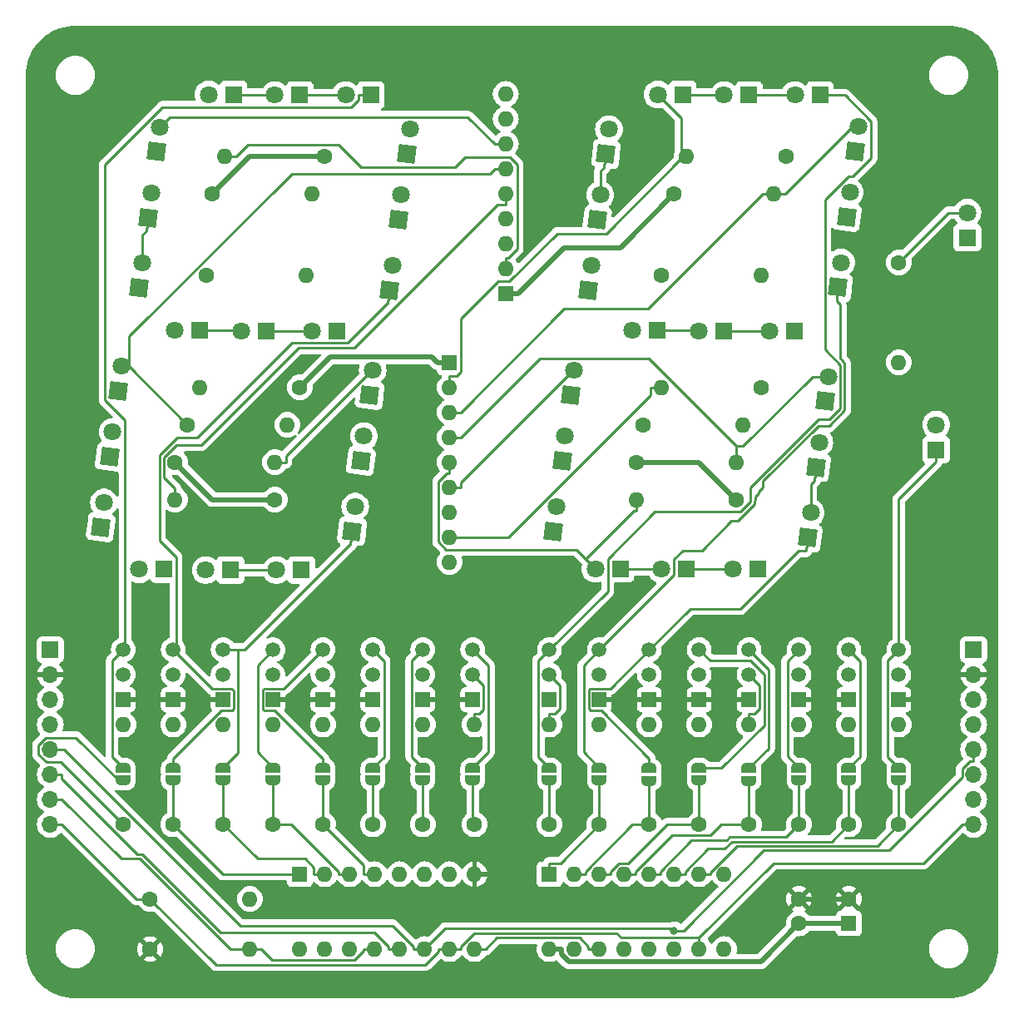
<source format=gtl>
G04 #@! TF.GenerationSoftware,KiCad,Pcbnew,7.0.9*
G04 #@! TF.CreationDate,2024-02-26T12:30:46+11:00*
G04 #@! TF.ProjectId,7segment,37736567-6d65-46e7-942e-6b696361645f,rev?*
G04 #@! TF.SameCoordinates,PX292dfe0PY1d11680*
G04 #@! TF.FileFunction,Copper,L1,Top*
G04 #@! TF.FilePolarity,Positive*
%FSLAX46Y46*%
G04 Gerber Fmt 4.6, Leading zero omitted, Abs format (unit mm)*
G04 Created by KiCad (PCBNEW 7.0.9) date 2024-02-26 12:30:46*
%MOMM*%
%LPD*%
G01*
G04 APERTURE LIST*
G04 Aperture macros list*
%AMRotRect*
0 Rectangle, with rotation*
0 The origin of the aperture is its center*
0 $1 length*
0 $2 width*
0 $3 Rotation angle, in degrees counterclockwise*
0 Add horizontal line*
21,1,$1,$2,0,0,$3*%
%AMFreePoly0*
4,1,19,0.500000,-0.750000,0.000000,-0.750000,0.000000,-0.744911,-0.071157,-0.744911,-0.207708,-0.704816,-0.327430,-0.627875,-0.420627,-0.520320,-0.479746,-0.390866,-0.500000,-0.250000,-0.500000,0.250000,-0.479746,0.390866,-0.420627,0.520320,-0.327430,0.627875,-0.207708,0.704816,-0.071157,0.744911,0.000000,0.744911,0.000000,0.750000,0.500000,0.750000,0.500000,-0.750000,0.500000,-0.750000,
$1*%
%AMFreePoly1*
4,1,19,0.000000,0.744911,0.071157,0.744911,0.207708,0.704816,0.327430,0.627875,0.420627,0.520320,0.479746,0.390866,0.500000,0.250000,0.500000,-0.250000,0.479746,-0.390866,0.420627,-0.520320,0.327430,-0.627875,0.207708,-0.704816,0.071157,-0.744911,0.000000,-0.744911,0.000000,-0.750000,-0.500000,-0.750000,-0.500000,0.750000,0.000000,0.750000,0.000000,0.744911,0.000000,0.744911,
$1*%
G04 Aperture macros list end*
G04 #@! TA.AperFunction,SMDPad,CuDef*
%ADD10FreePoly0,90.000000*%
G04 #@! TD*
G04 #@! TA.AperFunction,SMDPad,CuDef*
%ADD11FreePoly1,90.000000*%
G04 #@! TD*
G04 #@! TA.AperFunction,ComponentPad*
%ADD12R,1.800000X1.800000*%
G04 #@! TD*
G04 #@! TA.AperFunction,ComponentPad*
%ADD13C,1.800000*%
G04 #@! TD*
G04 #@! TA.AperFunction,ComponentPad*
%ADD14RotRect,1.800000X1.800000X83.000000*%
G04 #@! TD*
G04 #@! TA.AperFunction,ComponentPad*
%ADD15C,1.600000*%
G04 #@! TD*
G04 #@! TA.AperFunction,ComponentPad*
%ADD16O,1.600000X1.600000*%
G04 #@! TD*
G04 #@! TA.AperFunction,ComponentPad*
%ADD17R,1.500000X1.500000*%
G04 #@! TD*
G04 #@! TA.AperFunction,ComponentPad*
%ADD18C,1.500000*%
G04 #@! TD*
G04 #@! TA.AperFunction,ComponentPad*
%ADD19R,1.600000X1.600000*%
G04 #@! TD*
G04 #@! TA.AperFunction,ComponentPad*
%ADD20R,1.700000X1.700000*%
G04 #@! TD*
G04 #@! TA.AperFunction,ComponentPad*
%ADD21O,1.700000X1.700000*%
G04 #@! TD*
G04 #@! TA.AperFunction,ViaPad*
%ADD22C,0.800000*%
G04 #@! TD*
G04 #@! TA.AperFunction,Conductor*
%ADD23C,0.500000*%
G04 #@! TD*
G04 #@! TA.AperFunction,Conductor*
%ADD24C,0.250000*%
G04 #@! TD*
G04 APERTURE END LIST*
D10*
X15050000Y-71795000D03*
D11*
X15050000Y-70495000D03*
D10*
X25210000Y-71795000D03*
D11*
X25210000Y-70495000D03*
D10*
X78740000Y-71795000D03*
D11*
X78740000Y-70495000D03*
D10*
X35370000Y-71795000D03*
D11*
X35370000Y-70495000D03*
D12*
X30069002Y-2025000D03*
D13*
X13559002Y-1950000D03*
X27529002Y-2025000D03*
D12*
X22859998Y-2025000D03*
D13*
X20319998Y-2025000D03*
D12*
X16099002Y-1950000D03*
D14*
X2610375Y-45992085D03*
D13*
X4696879Y-29614289D03*
X2919923Y-43471018D03*
D14*
X3488932Y-38836816D03*
D13*
X3798480Y-36315749D03*
D14*
X4387331Y-32135356D03*
D10*
X58420000Y-71820000D03*
D11*
X58420000Y-70520000D03*
D12*
X75789002Y-2025000D03*
D13*
X59279002Y-1950000D03*
X73249002Y-2025000D03*
D12*
X68579998Y-2025000D03*
D13*
X66039998Y-2025000D03*
D12*
X61819002Y-1950000D03*
D10*
X20130000Y-71795000D03*
D11*
X20130000Y-70495000D03*
D12*
X90805000Y-16510000D03*
D13*
X90805000Y-13970000D03*
D12*
X87630000Y-38100000D03*
D13*
X87630000Y-35560000D03*
D12*
X23027002Y-50360000D03*
D13*
X6517002Y-50285000D03*
X20487002Y-50360000D03*
D12*
X15817998Y-50360000D03*
D13*
X13277998Y-50360000D03*
D12*
X9057002Y-50285000D03*
D10*
X83820000Y-71795000D03*
D11*
X83820000Y-70495000D03*
D14*
X28184175Y-46403085D03*
D13*
X30270679Y-30025289D03*
X28493723Y-43882018D03*
D14*
X29062732Y-39247816D03*
D13*
X29372280Y-36726749D03*
D14*
X29961131Y-32546356D03*
D10*
X4890000Y-71795000D03*
D11*
X4890000Y-70495000D03*
D10*
X40450000Y-71795000D03*
D11*
X40450000Y-70495000D03*
D10*
X68580000Y-71810000D03*
D11*
X68580000Y-70510000D03*
D14*
X31994175Y-21862085D03*
D13*
X34080679Y-5484289D03*
X32303723Y-19341018D03*
D14*
X32872732Y-14706816D03*
D13*
X33182280Y-12185749D03*
D14*
X33771131Y-8005356D03*
X77639175Y-21578185D03*
D13*
X79725679Y-5200389D03*
X77948723Y-19057118D03*
D14*
X78517732Y-14422916D03*
D13*
X78827280Y-11901849D03*
D14*
X79416131Y-7721456D03*
X52239175Y-21862085D03*
D13*
X54325679Y-5484289D03*
X52548723Y-19341018D03*
D14*
X53117732Y-14706816D03*
D13*
X53427280Y-12185749D03*
D14*
X54016131Y-8005356D03*
D12*
X73192002Y-26035000D03*
D13*
X56682002Y-25960000D03*
X70652002Y-26035000D03*
D12*
X65982998Y-26035000D03*
D13*
X63442998Y-26035000D03*
D12*
X59222002Y-25960000D03*
D14*
X6519175Y-21638085D03*
D13*
X8605679Y-5260289D03*
X6828723Y-19117018D03*
D14*
X7397732Y-14482816D03*
D13*
X7707280Y-11961749D03*
D14*
X8296131Y-7781356D03*
D12*
X69439002Y-50285000D03*
D13*
X52929002Y-50210000D03*
X66899002Y-50285000D03*
D12*
X62229998Y-50285000D03*
D13*
X59689998Y-50285000D03*
D12*
X55469002Y-50210000D03*
D10*
X48260000Y-71795000D03*
D11*
X48260000Y-70495000D03*
D10*
X63500000Y-71795000D03*
D11*
X63500000Y-70495000D03*
D10*
X53340000Y-71795000D03*
D11*
X53340000Y-70495000D03*
D14*
X74539175Y-47038085D03*
D13*
X76625679Y-30660289D03*
X74848723Y-44517018D03*
D14*
X75417732Y-39882816D03*
D13*
X75727280Y-37361749D03*
D14*
X76316131Y-33181356D03*
D10*
X30290000Y-71795000D03*
D11*
X30290000Y-70495000D03*
D12*
X26670002Y-26035000D03*
D13*
X10160002Y-25960000D03*
X24130002Y-26035000D03*
D12*
X19460998Y-26035000D03*
D13*
X16920998Y-26035000D03*
D12*
X12700002Y-25960000D03*
D14*
X48661875Y-46403085D03*
D13*
X50748379Y-30025289D03*
X48971423Y-43882018D03*
D14*
X49540432Y-39247816D03*
D13*
X49849980Y-36726749D03*
D14*
X50438831Y-32546356D03*
D10*
X9970000Y-71795000D03*
D11*
X9970000Y-70495000D03*
D10*
X73660000Y-71795000D03*
D11*
X73660000Y-70495000D03*
D15*
X48260000Y-76240000D03*
D16*
X48260000Y-66080000D03*
D15*
X67310000Y-43180000D03*
D16*
X57150000Y-43180000D03*
D17*
X48260000Y-63540000D03*
D18*
X48260000Y-61000000D03*
X48260000Y-58460000D03*
D15*
X68580000Y-76240000D03*
D16*
X68580000Y-66080000D03*
D17*
X25210000Y-63540000D03*
D18*
X25210000Y-61000000D03*
X25210000Y-58460000D03*
D17*
X83820000Y-63540000D03*
D18*
X83820000Y-61000000D03*
X83820000Y-58460000D03*
D15*
X83820000Y-76240000D03*
D16*
X83820000Y-66080000D03*
D17*
X40450000Y-63540000D03*
D18*
X40450000Y-61000000D03*
X40450000Y-58460000D03*
D15*
X25400000Y-8255000D03*
D16*
X15240000Y-8255000D03*
D17*
X68580000Y-63540000D03*
D18*
X68580000Y-61000000D03*
X68580000Y-58460000D03*
D17*
X35370000Y-63540000D03*
D18*
X35370000Y-61000000D03*
X35370000Y-58460000D03*
D15*
X57150000Y-39370000D03*
D16*
X67310000Y-39370000D03*
D15*
X63500000Y-76240000D03*
D16*
X63500000Y-66080000D03*
D15*
X25210000Y-76240000D03*
D16*
X25210000Y-66080000D03*
D15*
X7620000Y-83820000D03*
D16*
X17780000Y-83820000D03*
D15*
X13970000Y-12065000D03*
D16*
X24130000Y-12065000D03*
D15*
X22860000Y-31750000D03*
D16*
X12700000Y-31750000D03*
D19*
X22860000Y-81320000D03*
D16*
X25400000Y-81320000D03*
X27940000Y-81320000D03*
X30480000Y-81320000D03*
X33020000Y-81320000D03*
X35560000Y-81320000D03*
X38100000Y-81320000D03*
X40640000Y-81320000D03*
X40640000Y-88940000D03*
X38100000Y-88940000D03*
X35560000Y-88940000D03*
X33020000Y-88940000D03*
X30480000Y-88940000D03*
X27940000Y-88940000D03*
X25400000Y-88940000D03*
X22860000Y-88940000D03*
D15*
X73660000Y-86320000D03*
X73660000Y-83820000D03*
D17*
X73660000Y-63540000D03*
D18*
X73660000Y-61000000D03*
X73660000Y-58460000D03*
D17*
X78740000Y-63540000D03*
D18*
X78740000Y-61000000D03*
X78740000Y-58460000D03*
D15*
X9970000Y-76240000D03*
D16*
X9970000Y-66080000D03*
D17*
X58420000Y-63540000D03*
D18*
X58420000Y-61000000D03*
X58420000Y-58460000D03*
D15*
X60960000Y-12065000D03*
D16*
X71120000Y-12065000D03*
D17*
X53340000Y-63540000D03*
D18*
X53340000Y-61000000D03*
X53340000Y-58460000D03*
D15*
X58420000Y-76240000D03*
D16*
X58420000Y-66080000D03*
D15*
X78740000Y-76240000D03*
D16*
X78740000Y-66080000D03*
D15*
X11430000Y-35560000D03*
D16*
X21590000Y-35560000D03*
D15*
X83820000Y-19050000D03*
D16*
X83820000Y-29210000D03*
D17*
X9970000Y-63540000D03*
D18*
X9970000Y-61000000D03*
X9970000Y-58460000D03*
D15*
X7620000Y-88940000D03*
D16*
X17780000Y-88940000D03*
D17*
X4890000Y-63540000D03*
D18*
X4890000Y-61000000D03*
X4890000Y-58460000D03*
D15*
X69850000Y-31750000D03*
D16*
X59690000Y-31750000D03*
D19*
X78740000Y-86320000D03*
D15*
X78740000Y-83820000D03*
D19*
X38100000Y-29210000D03*
D16*
X38100000Y-31750000D03*
X38100000Y-34290000D03*
X38100000Y-36830000D03*
X38100000Y-39370000D03*
X38100000Y-41910000D03*
X38100000Y-44450000D03*
X38100000Y-46990000D03*
X38100000Y-49530000D03*
D15*
X73660000Y-76240000D03*
D16*
X73660000Y-66080000D03*
D15*
X15050000Y-76240000D03*
D16*
X15050000Y-66080000D03*
D20*
X91440000Y-58460000D03*
D21*
X91440000Y-61000000D03*
X91440000Y-63540000D03*
X91440000Y-66080000D03*
X91440000Y-68620000D03*
X91440000Y-71160000D03*
X91440000Y-73700000D03*
X91440000Y-76240000D03*
D17*
X30290000Y-63540000D03*
D18*
X30290000Y-61000000D03*
X30290000Y-58460000D03*
D15*
X4890000Y-76240000D03*
D16*
X4890000Y-66080000D03*
D15*
X10160000Y-39370000D03*
D16*
X20320000Y-39370000D03*
D19*
X48260000Y-81320000D03*
D16*
X50800000Y-81320000D03*
X53340000Y-81320000D03*
X55880000Y-81320000D03*
X58420000Y-81320000D03*
X60960000Y-81320000D03*
X63500000Y-81320000D03*
X66040000Y-81320000D03*
X66040000Y-88940000D03*
X63500000Y-88940000D03*
X60960000Y-88940000D03*
X58420000Y-88940000D03*
X55880000Y-88940000D03*
X53340000Y-88940000D03*
X50800000Y-88940000D03*
X48260000Y-88940000D03*
D15*
X72390000Y-8255000D03*
D16*
X62230000Y-8255000D03*
D15*
X20320000Y-43180000D03*
D16*
X10160000Y-43180000D03*
D17*
X15050000Y-63540000D03*
D18*
X15050000Y-61000000D03*
X15050000Y-58460000D03*
D15*
X40640000Y-76240000D03*
D16*
X40640000Y-66080000D03*
D17*
X20130000Y-63550000D03*
D18*
X20130000Y-61010000D03*
X20130000Y-58470000D03*
D15*
X13335000Y-20320000D03*
D16*
X23495000Y-20320000D03*
D15*
X20130000Y-76240000D03*
D16*
X20130000Y-66080000D03*
D15*
X53340000Y-76240000D03*
D16*
X53340000Y-66080000D03*
D20*
X-2540000Y-58460000D03*
D21*
X-2540000Y-61000000D03*
X-2540000Y-63540000D03*
X-2540000Y-66080000D03*
X-2540000Y-68620000D03*
X-2540000Y-71160000D03*
X-2540000Y-73700000D03*
X-2540000Y-76240000D03*
D15*
X35370000Y-76240000D03*
D16*
X35370000Y-66080000D03*
D15*
X59690000Y-20320000D03*
D16*
X69850000Y-20320000D03*
D15*
X57785000Y-35560000D03*
D16*
X67945000Y-35560000D03*
D17*
X63500000Y-63540000D03*
D18*
X63500000Y-61000000D03*
X63500000Y-58460000D03*
D15*
X30290000Y-76240000D03*
D16*
X30290000Y-66080000D03*
D19*
X43815000Y-22225000D03*
D16*
X43815000Y-19685000D03*
X43815000Y-17145000D03*
X43815000Y-14605000D03*
X43815000Y-12065000D03*
X43815000Y-9525000D03*
X43815000Y-6985000D03*
X43815000Y-4445000D03*
X43815000Y-1905000D03*
D22*
X60960000Y-87037500D03*
D23*
X49511900Y-89487700D02*
X50217400Y-90193200D01*
X50217400Y-90193200D02*
X69786800Y-90193200D01*
X49511900Y-88940000D02*
X49511900Y-89487700D01*
X48260000Y-88940000D02*
X49511900Y-88940000D01*
X73660000Y-86320000D02*
X77488100Y-86320000D01*
X78740000Y-86320000D02*
X77488100Y-86320000D01*
X69786800Y-90193200D02*
X73660000Y-86320000D01*
D24*
X28075400Y-3251900D02*
X8870600Y-3251900D01*
X5040000Y-35061900D02*
X5040000Y-58310000D01*
X5040000Y-58310000D02*
X4890000Y-58460000D01*
X3759200Y-69364200D02*
X3759200Y-59590800D01*
X3025100Y-9097400D02*
X3025100Y-33047000D01*
X28842100Y-2485200D02*
X28075400Y-3251900D01*
X28842100Y-2025000D02*
X28842100Y-2485200D01*
X3025100Y-33047000D02*
X5040000Y-35061900D01*
X3759200Y-59590800D02*
X4890000Y-58460000D01*
X4890000Y-70495000D02*
X3759200Y-69364200D01*
X30069000Y-2025000D02*
X28842100Y-2025000D01*
X8870600Y-3251900D02*
X3025100Y-9097400D01*
X22860000Y-2025000D02*
X27529000Y-2025000D01*
X20245000Y-1950000D02*
X20320000Y-2025000D01*
X16099000Y-1950000D02*
X20245000Y-1950000D01*
X12432800Y-36855400D02*
X10376000Y-36855400D01*
X31994200Y-21862100D02*
X31826300Y-23229500D01*
X31826300Y-23229500D02*
X31748700Y-23229500D01*
X8561300Y-47376100D02*
X10286100Y-49100900D01*
X14889800Y-64625700D02*
X15954000Y-64625700D01*
X16126900Y-64452800D02*
X16126900Y-62640500D01*
X10286100Y-49100900D02*
X10286100Y-58143900D01*
X31748700Y-23229500D02*
X27716300Y-27261900D01*
X16126900Y-62640500D02*
X15915800Y-62429400D01*
X15954000Y-64625700D02*
X16126900Y-64452800D01*
X10286100Y-58143900D02*
X9970000Y-58460000D01*
X10376000Y-36855400D02*
X8561300Y-38670100D01*
X13939400Y-62429400D02*
X9970000Y-58460000D01*
X9970000Y-70495000D02*
X9970000Y-69545500D01*
X22026300Y-27261900D02*
X12432800Y-36855400D01*
X9970000Y-69545500D02*
X14889800Y-64625700D01*
X8561300Y-38670100D02*
X8561300Y-47376100D01*
X27716300Y-27261900D02*
X22026300Y-27261900D01*
X15915800Y-62429400D02*
X13939400Y-62429400D01*
X16582100Y-68962900D02*
X15050000Y-70495000D01*
X16582100Y-58460000D02*
X16582100Y-68962900D01*
X17249900Y-58460000D02*
X16582100Y-58460000D01*
X16582100Y-58460000D02*
X15050000Y-58460000D01*
X28016300Y-47770500D02*
X27939400Y-47770500D01*
X28184200Y-46403100D02*
X28016300Y-47770500D01*
X27939400Y-47770500D02*
X17249900Y-58460000D01*
X18552600Y-68917600D02*
X20130000Y-70495000D01*
X18552600Y-60047400D02*
X18552600Y-68917600D01*
X20130000Y-58470000D02*
X18552600Y-60047400D01*
X15818000Y-50360000D02*
X20487000Y-50360000D01*
D23*
X87561900Y-61000000D02*
X85021900Y-63540000D01*
X35370000Y-63540000D02*
X40450000Y-63540000D01*
X63500000Y-63540000D02*
X68580000Y-63540000D01*
X83820000Y-63540000D02*
X85021900Y-63540000D01*
X25210000Y-63540000D02*
X24008100Y-63540000D01*
X91440000Y-61000000D02*
X87561900Y-61000000D01*
X78740000Y-63540000D02*
X73660000Y-63540000D01*
X23998100Y-63550000D02*
X24008100Y-63540000D01*
X30290000Y-63540000D02*
X25210000Y-63540000D01*
X58420000Y-63540000D02*
X63500000Y-63540000D01*
X15050000Y-63540000D02*
X9970000Y-63540000D01*
X78740000Y-83820000D02*
X73660000Y-83820000D01*
X53340000Y-63540000D02*
X58420000Y-63540000D01*
X4890000Y-63540000D02*
X9970000Y-63540000D01*
X20130000Y-63550000D02*
X23998100Y-63550000D01*
D24*
X19053100Y-64475400D02*
X19053100Y-62577700D01*
X19208400Y-64630700D02*
X19053100Y-64475400D01*
X19053100Y-62577700D02*
X19191500Y-62439300D01*
X25210000Y-69555900D02*
X20284800Y-64630700D01*
X20284800Y-64630700D02*
X19208400Y-64630700D01*
X21230700Y-62439300D02*
X25210000Y-58460000D01*
X25210000Y-70495000D02*
X25210000Y-69555900D01*
X19191500Y-62439300D02*
X21230700Y-62439300D01*
X31441000Y-69344000D02*
X30290000Y-70495000D01*
X31441000Y-59611000D02*
X31441000Y-69344000D01*
X30290000Y-58460000D02*
X31441000Y-59611000D01*
X7397700Y-14482800D02*
X7229800Y-15850200D01*
X7229800Y-15850200D02*
X7229700Y-15850200D01*
X7229700Y-15850200D02*
X6828700Y-16251200D01*
X6828700Y-16251200D02*
X6828700Y-19117000D01*
X35370000Y-58460000D02*
X34234500Y-59595500D01*
X34234500Y-69359500D02*
X35370000Y-70495000D01*
X34234500Y-59595500D02*
X34234500Y-69359500D01*
X19461000Y-26035000D02*
X24130000Y-26035000D01*
X16846000Y-25960000D02*
X16921000Y-26035000D01*
X12700000Y-25960000D02*
X16846000Y-25960000D01*
X59000200Y-44404300D02*
X54199000Y-49205500D01*
X78324700Y-2025000D02*
X80997200Y-4697500D01*
X77854000Y-29488000D02*
X77854000Y-33926200D01*
X47132000Y-59588000D02*
X48260000Y-58460000D01*
X78667400Y-10263500D02*
X76294600Y-12636300D01*
X76771200Y-35009000D02*
X75615600Y-35009000D01*
X75615600Y-35009000D02*
X68680800Y-41943800D01*
X68680800Y-43432300D02*
X67708800Y-44404300D01*
X76294600Y-27928600D02*
X77854000Y-29488000D01*
X80997200Y-4697500D02*
X80997200Y-8426500D01*
X79160200Y-10263500D02*
X78667400Y-10263500D01*
X75789000Y-2025000D02*
X78324700Y-2025000D01*
X68680800Y-41943800D02*
X68680800Y-43432300D01*
X77854000Y-33926200D02*
X76771200Y-35009000D01*
X80997200Y-8426500D02*
X79160200Y-10263500D01*
X47132000Y-69367000D02*
X47132000Y-59588000D01*
X54199000Y-52521000D02*
X48260000Y-58460000D01*
X48260000Y-70495000D02*
X47132000Y-69367000D01*
X76294600Y-12636300D02*
X76294600Y-27928600D01*
X67708800Y-44404300D02*
X59000200Y-44404300D01*
X54199000Y-49205500D02*
X54199000Y-52521000D01*
X68580000Y-2025000D02*
X73249000Y-2025000D01*
X65965000Y-1950000D02*
X66040000Y-2025000D01*
X61819000Y-1950000D02*
X65965000Y-1950000D01*
X51753900Y-60046100D02*
X53340000Y-58460000D01*
X63760700Y-48352400D02*
X66800400Y-45312700D01*
X69553500Y-42405200D02*
X70005300Y-41953400D01*
X60960000Y-50840000D02*
X60960000Y-49263200D01*
X78077700Y-29036400D02*
X77854000Y-28812700D01*
X77639200Y-21578200D02*
X77471300Y-22945600D01*
X61870800Y-48352400D02*
X63760700Y-48352400D01*
X69553500Y-42559600D02*
X69553500Y-42405200D01*
X53340000Y-58460000D02*
X60960000Y-50840000D01*
X70005300Y-41314300D02*
X75633600Y-35686000D01*
X69221200Y-43180900D02*
X69221200Y-42891900D01*
X67439500Y-45312700D02*
X69132700Y-43619500D01*
X75633600Y-35686000D02*
X76733300Y-35686000D01*
X69221200Y-42891900D02*
X69553500Y-42559600D01*
X70005300Y-41953400D02*
X70005300Y-41314300D01*
X60960000Y-49263200D02*
X61870800Y-48352400D01*
X78305900Y-34113400D02*
X78305900Y-29300800D01*
X78077700Y-29072600D02*
X78077700Y-29036400D01*
X77854000Y-28812700D02*
X77854000Y-23328300D01*
X76733300Y-35686000D02*
X78305900Y-34113400D01*
X69132700Y-43269400D02*
X69221200Y-43180900D01*
X77854000Y-23328300D02*
X77471300Y-22945600D01*
X51753900Y-68908900D02*
X51753900Y-60046100D01*
X69132700Y-43619500D02*
X69132700Y-43269400D01*
X66800400Y-45312700D02*
X67439500Y-45312700D01*
X78305900Y-29300800D02*
X78077700Y-29072600D01*
X53340000Y-70495000D02*
X51753900Y-68908900D01*
X58420000Y-70520000D02*
X58420000Y-69518100D01*
X58420000Y-69518100D02*
X53527600Y-64625700D01*
X52422500Y-64625700D02*
X52263100Y-64466300D01*
X54450700Y-62429300D02*
X58420000Y-58460000D01*
X52401500Y-62429300D02*
X54450700Y-62429300D01*
X53527600Y-64625700D02*
X52422500Y-64625700D01*
X52263100Y-62567700D02*
X52401500Y-62429300D01*
X74539200Y-47038100D02*
X74371300Y-48405500D01*
X52263100Y-64466300D02*
X52263100Y-62567700D01*
X58420000Y-58460000D02*
X62591800Y-54288200D01*
X67711000Y-54288200D02*
X73593700Y-48405500D01*
X73593700Y-48405500D02*
X74371300Y-48405500D01*
X62591800Y-54288200D02*
X67711000Y-54288200D01*
X75417700Y-39882800D02*
X75249800Y-41250200D01*
X74848700Y-41651200D02*
X74848700Y-44517000D01*
X75249800Y-41250200D02*
X75249700Y-41250200D01*
X75249700Y-41250200D02*
X74848700Y-41651200D01*
X64610600Y-59570600D02*
X63500000Y-58460000D01*
X68728200Y-59570600D02*
X64610600Y-59570600D01*
X70127600Y-66129100D02*
X70127600Y-60970000D01*
X65761700Y-70495000D02*
X70127600Y-66129100D01*
X63500000Y-70495000D02*
X65761700Y-70495000D01*
X70127600Y-60970000D02*
X68728200Y-59570600D01*
X62230000Y-50285000D02*
X66899000Y-50285000D01*
X59690000Y-50285000D02*
X56770900Y-50285000D01*
X55469000Y-50210000D02*
X56695900Y-50210000D01*
X56770900Y-50285000D02*
X56695900Y-50210000D01*
X70582900Y-68507100D02*
X70582900Y-60462900D01*
X68580000Y-70510000D02*
X70582900Y-68507100D01*
X70582900Y-60462900D02*
X68580000Y-58460000D01*
X72501100Y-59618900D02*
X72501100Y-69336100D01*
X73660000Y-58460000D02*
X72501100Y-59618900D01*
X72501100Y-69336100D02*
X73660000Y-70495000D01*
X53427300Y-9793500D02*
X53427300Y-12185800D01*
X53848100Y-9372700D02*
X53427300Y-9793500D01*
X54016100Y-8005400D02*
X53848200Y-9372700D01*
X53848200Y-9372700D02*
X53848100Y-9372700D01*
X78740000Y-58460000D02*
X79891000Y-59611000D01*
X79891000Y-69344000D02*
X78740000Y-70495000D01*
X79891000Y-59611000D02*
X79891000Y-69344000D01*
X65983000Y-26035000D02*
X70652000Y-26035000D01*
X63368000Y-25960000D02*
X63443000Y-26035000D01*
X59222000Y-25960000D02*
X63368000Y-25960000D01*
X40450000Y-70495000D02*
X42039800Y-68905200D01*
X42039800Y-68905200D02*
X42039800Y-60049800D01*
X42039800Y-60049800D02*
X40450000Y-58460000D01*
X83820000Y-58460000D02*
X83820000Y-43136900D01*
X83820000Y-70495000D02*
X82684500Y-69359500D01*
X82684500Y-69359500D02*
X82684500Y-59595500D01*
X82684500Y-59595500D02*
X83820000Y-58460000D01*
X83820000Y-43136900D02*
X87630000Y-39326900D01*
X87630000Y-38100000D02*
X87630000Y-39326900D01*
X-2992000Y-67400400D02*
X83100Y-67400400D01*
X-1460000Y-69890000D02*
X-2960600Y-69890000D01*
X-3748200Y-68156600D02*
X-2992000Y-67400400D01*
X-2960600Y-69890000D02*
X-3748200Y-69102400D01*
X83100Y-67400400D02*
X4477700Y-71795000D01*
X4890000Y-76240000D02*
X-1460000Y-69890000D01*
X-3748200Y-69102400D02*
X-3748200Y-68156600D01*
X4477700Y-71795000D02*
X4890000Y-71795000D01*
X22860000Y-81320000D02*
X15050000Y-81320000D01*
X9970000Y-71795000D02*
X9970000Y-76240000D01*
X15050000Y-81320000D02*
X9970000Y-76240000D01*
X23398700Y-79741200D02*
X18551200Y-79741200D01*
X25400000Y-81320000D02*
X24273100Y-81320000D01*
X24273100Y-80615600D02*
X23398700Y-79741200D01*
X24273100Y-81320000D02*
X24273100Y-80615600D01*
X18551200Y-79741200D02*
X15050000Y-76240000D01*
X15050000Y-76240000D02*
X15050000Y-71795000D01*
X26813100Y-81107100D02*
X21946000Y-76240000D01*
X20130000Y-76240000D02*
X20130000Y-71795000D01*
X21946000Y-76240000D02*
X20130000Y-76240000D01*
X26813100Y-81320000D02*
X26813100Y-81107100D01*
X27940000Y-81320000D02*
X26813100Y-81320000D01*
X25210000Y-71795000D02*
X25210000Y-76240000D01*
X29353100Y-81320000D02*
X29353100Y-80383100D01*
X30480000Y-81320000D02*
X29353100Y-81320000D01*
X29353100Y-80383100D02*
X25210000Y-76240000D01*
X30290000Y-76240000D02*
X30290000Y-71795000D01*
X35370000Y-76240000D02*
X35370000Y-71795000D01*
X40640000Y-76240000D02*
X40450000Y-76050000D01*
X40450000Y-76050000D02*
X40450000Y-71795000D01*
X48260000Y-76240000D02*
X48260000Y-71795000D01*
X53340000Y-76240000D02*
X53340000Y-71795000D01*
X48260000Y-80193100D02*
X49386900Y-80193100D01*
X49386900Y-80193100D02*
X53340000Y-76240000D01*
X48260000Y-81320000D02*
X48260000Y-80193100D01*
X58420000Y-76240000D02*
X58420000Y-71820000D01*
X51926900Y-81320000D02*
X51926900Y-81038300D01*
X56725200Y-76240000D02*
X58420000Y-76240000D01*
X50800000Y-81320000D02*
X51926900Y-81320000D01*
X51926900Y-81038300D02*
X56725200Y-76240000D01*
X63500000Y-76240000D02*
X63500000Y-71795000D01*
X55312000Y-80193100D02*
X56275300Y-80193100D01*
X53340000Y-81320000D02*
X54466900Y-81320000D01*
X54466900Y-81038200D02*
X55312000Y-80193100D01*
X56275300Y-80193100D02*
X60228400Y-76240000D01*
X54466900Y-81320000D02*
X54466900Y-81038200D01*
X60228400Y-76240000D02*
X63500000Y-76240000D01*
X68580000Y-76240000D02*
X68580000Y-71810000D01*
X57006900Y-81086500D02*
X60720000Y-77373400D01*
X57006900Y-81320000D02*
X57006900Y-81086500D01*
X64649600Y-77373400D02*
X65783000Y-76240000D01*
X60720000Y-77373400D02*
X64649600Y-77373400D01*
X65783000Y-76240000D02*
X68580000Y-76240000D01*
X55880000Y-81320000D02*
X57006900Y-81320000D01*
X66311200Y-77853800D02*
X62731400Y-77853800D01*
X72365300Y-77534700D02*
X66630300Y-77534700D01*
X66630300Y-77534700D02*
X66311200Y-77853800D01*
X73660000Y-76240000D02*
X73660000Y-71795000D01*
X59546900Y-81038300D02*
X59546900Y-81320000D01*
X58420000Y-81320000D02*
X59546900Y-81320000D01*
X73660000Y-76240000D02*
X72365300Y-77534700D01*
X62731400Y-77853800D02*
X59546900Y-81038300D01*
X64392900Y-78732300D02*
X62086900Y-81038300D01*
X78740000Y-76240000D02*
X78740000Y-71795000D01*
X66071900Y-78732300D02*
X64392900Y-78732300D01*
X60960000Y-81320000D02*
X62086900Y-81320000D01*
X62086900Y-81038300D02*
X62086900Y-81320000D01*
X76993400Y-77986600D02*
X66817600Y-77986600D01*
X66817600Y-77986600D02*
X66071900Y-78732300D01*
X78740000Y-76240000D02*
X76993400Y-77986600D01*
X81621400Y-78438600D02*
X83820000Y-76240000D01*
X83820000Y-76240000D02*
X83820000Y-71795000D01*
X63500000Y-81320000D02*
X64626900Y-81320000D01*
X64626900Y-81139200D02*
X67327500Y-78438600D01*
X64626900Y-81320000D02*
X64626900Y-81139200D01*
X67327500Y-78438600D02*
X81621400Y-78438600D01*
X41107000Y-64953100D02*
X40640000Y-64953100D01*
X40450000Y-61000000D02*
X41526900Y-62076900D01*
X41526900Y-62076900D02*
X41526900Y-64533200D01*
X41526900Y-64533200D02*
X41107000Y-64953100D01*
X40640000Y-66080000D02*
X40640000Y-64953100D01*
X48260000Y-66080000D02*
X48260000Y-64953100D01*
X49336900Y-64443200D02*
X48827000Y-64953100D01*
X48260000Y-61000000D02*
X49336900Y-62076900D01*
X48827000Y-64953100D02*
X48260000Y-64953100D01*
X49336900Y-62076900D02*
X49336900Y-64443200D01*
X68580000Y-61000000D02*
X69656900Y-62076900D01*
X68580000Y-66080000D02*
X68580000Y-64953100D01*
X69147000Y-64953100D02*
X68580000Y-64953100D01*
X69656900Y-62076900D02*
X69656900Y-64443200D01*
X69656900Y-64443200D02*
X69147000Y-64953100D01*
X51352100Y-87797300D02*
X52213100Y-88658300D01*
X52213100Y-88658300D02*
X52213100Y-88940000D01*
X40640000Y-88940000D02*
X41766900Y-88940000D01*
X42909600Y-87797300D02*
X51352100Y-87797300D01*
X53340000Y-88940000D02*
X52213100Y-88940000D01*
X41766900Y-88940000D02*
X42909600Y-87797300D01*
X91440000Y-76240000D02*
X90263100Y-76240000D01*
X63500000Y-88940000D02*
X63500000Y-87813100D01*
X38100000Y-88940000D02*
X36973100Y-88940000D01*
X36973100Y-89173500D02*
X36973100Y-88940000D01*
X6216900Y-83820000D02*
X7620000Y-83820000D01*
X86292900Y-80210200D02*
X90263100Y-76240000D01*
X14321200Y-90521200D02*
X35625400Y-90521200D01*
X39226900Y-88940000D02*
X39226900Y-88706500D01*
X38100000Y-88940000D02*
X39226900Y-88940000D01*
X7620000Y-83820000D02*
X14321200Y-90521200D01*
X39226900Y-88706500D02*
X40627800Y-87305600D01*
X63500000Y-87813100D02*
X63500000Y-87770200D01*
X-2540000Y-76240000D02*
X-1363100Y-76240000D01*
X55117700Y-87305600D02*
X55582300Y-87770200D01*
X71060000Y-80210200D02*
X86292900Y-80210200D01*
X55582300Y-87770200D02*
X63500000Y-87770200D01*
X63500000Y-87770200D02*
X71060000Y-80210200D01*
X35625400Y-90521200D02*
X36973100Y-89173500D01*
X-1363100Y-76240000D02*
X6216900Y-83820000D01*
X40627800Y-87305600D02*
X55117700Y-87305600D01*
X70061000Y-78892700D02*
X82818200Y-78892700D01*
X61916200Y-87037500D02*
X70061000Y-78892700D01*
X90263100Y-71447800D02*
X90263100Y-70605900D01*
X34433100Y-88706500D02*
X34433100Y-88940000D01*
X91072100Y-69796900D02*
X91440000Y-69796900D01*
X-2540000Y-68620000D02*
X-1112700Y-68620000D01*
X82818200Y-78892700D02*
X90263100Y-71447800D01*
X60766700Y-86844200D02*
X37655800Y-86844200D01*
X16811900Y-86544600D02*
X32271200Y-86544600D01*
X37655800Y-86844200D02*
X35560000Y-88940000D01*
X60960000Y-87037500D02*
X61916200Y-87037500D01*
X35560000Y-88940000D02*
X34433100Y-88940000D01*
X60960000Y-87037500D02*
X60766700Y-86844200D01*
X32271200Y-86544600D02*
X34433100Y-88706500D01*
X-1112700Y-68620000D02*
X16811900Y-86544600D01*
X91440000Y-68620000D02*
X91440000Y-69796900D01*
X90263100Y-70605900D02*
X91072100Y-69796900D01*
X-2540000Y-71160000D02*
X-1363100Y-71160000D01*
X31893100Y-88940000D02*
X31893100Y-88706500D01*
X33020000Y-88940000D02*
X31893100Y-88940000D01*
X14773100Y-87267900D02*
X6783300Y-79278100D01*
X31893100Y-88706500D02*
X30454500Y-87267900D01*
X6313700Y-79278100D02*
X-1363100Y-71601300D01*
X30454500Y-87267900D02*
X14773100Y-87267900D01*
X-1363100Y-71601300D02*
X-1363100Y-71160000D01*
X6783300Y-79278100D02*
X6313700Y-79278100D01*
X20036200Y-90069300D02*
X28419400Y-90069300D01*
X-2540000Y-73700000D02*
X-1363100Y-73700000D01*
X4666900Y-79730000D02*
X6575200Y-79730000D01*
X29353100Y-89135600D02*
X29353100Y-88940000D01*
X18906900Y-88940000D02*
X20036200Y-90069300D01*
X6575200Y-79730000D02*
X15785200Y-88940000D01*
X15785200Y-88940000D02*
X17780000Y-88940000D01*
X17780000Y-88940000D02*
X18906900Y-88940000D01*
X-1363100Y-73700000D02*
X4666900Y-79730000D01*
X28419400Y-90069300D02*
X29353100Y-89135600D01*
X30480000Y-88940000D02*
X29353100Y-88940000D01*
D23*
X63500000Y-39370000D02*
X57150000Y-39370000D01*
X25966000Y-28644000D02*
X36282100Y-28644000D01*
X17780000Y-8255000D02*
X13970000Y-12065000D01*
X55459800Y-17565200D02*
X60960000Y-12065000D01*
X43815000Y-22225000D02*
X45066900Y-22225000D01*
X36282100Y-28644000D02*
X36848100Y-29210000D01*
X38100000Y-29210000D02*
X36848100Y-29210000D01*
X45066900Y-22225000D02*
X49726700Y-17565200D01*
X13970000Y-43180000D02*
X20320000Y-43180000D01*
X25400000Y-8255000D02*
X17780000Y-8255000D01*
X67310000Y-43180000D02*
X63500000Y-39370000D01*
X22860000Y-31750000D02*
X25966000Y-28644000D01*
X10160000Y-39370000D02*
X13970000Y-43180000D01*
X49726700Y-17565200D02*
X55459800Y-17565200D01*
D24*
X26783800Y-7083700D02*
X17538200Y-7083700D01*
X38639300Y-9385700D02*
X29085800Y-9385700D01*
X44968900Y-17685900D02*
X44968900Y-9076100D01*
X43815000Y-19685000D02*
X43815000Y-18558100D01*
X15240000Y-8255000D02*
X16366900Y-8255000D01*
X29085800Y-9385700D02*
X26783800Y-7083700D01*
X44968900Y-9076100D02*
X44250400Y-8357600D01*
X43815000Y-18558100D02*
X44096700Y-18558100D01*
X44096700Y-18558100D02*
X44968900Y-17685900D01*
X39667400Y-8357600D02*
X38639300Y-9385700D01*
X17538200Y-7083700D02*
X16366900Y-8255000D01*
X44250400Y-8357600D02*
X39667400Y-8357600D01*
X20320000Y-39370000D02*
X21446900Y-39370000D01*
X21446900Y-39370000D02*
X21446900Y-38773300D01*
X21446900Y-38773300D02*
X30194900Y-30025300D01*
X30194900Y-30025300D02*
X30270700Y-30025300D01*
X9023200Y-40916300D02*
X10160000Y-42053100D01*
X12814200Y-37615900D02*
X10287500Y-37615900D01*
X42940000Y-13191900D02*
X28400800Y-27731100D01*
X28400800Y-27731100D02*
X22699000Y-27731100D01*
X10287500Y-37615900D02*
X9023200Y-38880200D01*
X22699000Y-27731100D02*
X12814200Y-37615900D01*
X43815000Y-12065000D02*
X43815000Y-13191900D01*
X43815000Y-13191900D02*
X42940000Y-13191900D01*
X9023200Y-38880200D02*
X9023200Y-40916300D01*
X10160000Y-43180000D02*
X10160000Y-42053100D01*
X42219500Y-9993600D02*
X42688100Y-9525000D01*
X5484300Y-29614300D02*
X5484300Y-26547900D01*
X5484300Y-26547900D02*
X22038600Y-9993600D01*
X11430000Y-35560000D02*
X5484300Y-29614300D01*
X43815000Y-9525000D02*
X42688100Y-9525000D01*
X5484300Y-29614300D02*
X4696900Y-29614300D01*
X22038600Y-9993600D02*
X42219500Y-9993600D01*
X39959200Y-4256100D02*
X42688100Y-6985000D01*
X8605700Y-5260300D02*
X9609900Y-4256100D01*
X9609900Y-4256100D02*
X39959200Y-4256100D01*
X43815000Y-6985000D02*
X42688100Y-6985000D01*
X38100000Y-30623100D02*
X38804400Y-30623100D01*
X54031600Y-16089000D02*
X61666600Y-8454000D01*
X61666600Y-8454000D02*
X61666600Y-8255000D01*
X62230000Y-8255000D02*
X61666600Y-8255000D01*
X38804400Y-30623100D02*
X39226900Y-30200600D01*
X39226900Y-24743100D02*
X43015000Y-20955000D01*
X39226900Y-30200600D02*
X39226900Y-24743100D01*
X61666600Y-4337600D02*
X59279000Y-1950000D01*
X49040300Y-16089000D02*
X54031600Y-16089000D01*
X38100000Y-31750000D02*
X38100000Y-30623100D01*
X44174300Y-20955000D02*
X49040300Y-16089000D01*
X43015000Y-20955000D02*
X44174300Y-20955000D01*
X61666600Y-8255000D02*
X61666600Y-4337600D01*
X71120000Y-12065000D02*
X72246900Y-12065000D01*
X38100000Y-34290000D02*
X39226900Y-34290000D01*
X71120000Y-12065000D02*
X69993100Y-12065000D01*
X49742500Y-23774400D02*
X58283700Y-23774400D01*
X72246900Y-12065000D02*
X79111500Y-5200400D01*
X79111500Y-5200400D02*
X79725700Y-5200400D01*
X39226900Y-34290000D02*
X49742500Y-23774400D01*
X58283700Y-23774400D02*
X69993100Y-12065000D01*
X67310000Y-37725300D02*
X67963300Y-37725300D01*
X67963300Y-37725300D02*
X75028300Y-30660300D01*
X38100000Y-36830000D02*
X39226900Y-36830000D01*
X58381700Y-28797000D02*
X67310000Y-37725300D01*
X75028300Y-30660300D02*
X76625700Y-30660300D01*
X67310000Y-37725300D02*
X67310000Y-39370000D01*
X39226900Y-36830000D02*
X47259900Y-28797000D01*
X47259900Y-28797000D02*
X58381700Y-28797000D01*
X51940800Y-49221800D02*
X56855700Y-44306900D01*
X38100000Y-40496900D02*
X37818300Y-40496900D01*
X50979000Y-48260000D02*
X51940800Y-49221800D01*
X37818300Y-40496900D02*
X36967900Y-41347300D01*
X37743700Y-48260000D02*
X50979000Y-48260000D01*
X57150000Y-43180000D02*
X57150000Y-44306900D01*
X36967900Y-41347300D02*
X36967900Y-47484200D01*
X38100000Y-39370000D02*
X38100000Y-40496900D01*
X56855700Y-44306900D02*
X57150000Y-44306900D01*
X36967900Y-47484200D02*
X37743700Y-48260000D01*
X51940800Y-49221800D02*
X52929000Y-50210000D01*
X50652900Y-30025300D02*
X50748400Y-30025300D01*
X39226900Y-41910000D02*
X39226900Y-41451300D01*
X39226900Y-41451300D02*
X50652900Y-30025300D01*
X38100000Y-41910000D02*
X39226900Y-41910000D01*
X58563100Y-31750000D02*
X58563100Y-32522200D01*
X44095300Y-46990000D02*
X38100000Y-46990000D01*
X58563100Y-32522200D02*
X44095300Y-46990000D01*
X59690000Y-31750000D02*
X58563100Y-31750000D01*
X88900000Y-13970000D02*
X90805000Y-13970000D01*
X83820000Y-19050000D02*
X88900000Y-13970000D01*
G04 #@! TA.AperFunction,Conductor*
G36*
X24940396Y-28384285D02*
G01*
X24986151Y-28437089D01*
X24996095Y-28506247D01*
X24967070Y-28569803D01*
X24961038Y-28576281D01*
X23122329Y-30414988D01*
X23061006Y-30448473D01*
X23023841Y-30450835D01*
X22860002Y-30436502D01*
X22859998Y-30436502D01*
X22631918Y-30456456D01*
X22631910Y-30456457D01*
X22410761Y-30515714D01*
X22410750Y-30515718D01*
X22203254Y-30612475D01*
X22203252Y-30612476D01*
X22161798Y-30641503D01*
X22015700Y-30743802D01*
X22015698Y-30743803D01*
X22015695Y-30743806D01*
X21853806Y-30905695D01*
X21722476Y-31093252D01*
X21722475Y-31093254D01*
X21625718Y-31300750D01*
X21625714Y-31300761D01*
X21566457Y-31521910D01*
X21566456Y-31521918D01*
X21546502Y-31749998D01*
X21546502Y-31750001D01*
X21566456Y-31978081D01*
X21566457Y-31978089D01*
X21625714Y-32199238D01*
X21625718Y-32199249D01*
X21712084Y-32384462D01*
X21722477Y-32406749D01*
X21853802Y-32594300D01*
X22015700Y-32756198D01*
X22203251Y-32887523D01*
X22305843Y-32935362D01*
X22410750Y-32984281D01*
X22410752Y-32984281D01*
X22410757Y-32984284D01*
X22631913Y-33043543D01*
X22785236Y-33056957D01*
X22859998Y-33063498D01*
X22860000Y-33063498D01*
X22860002Y-33063498D01*
X22917021Y-33058509D01*
X23088087Y-33043543D01*
X23309243Y-32984284D01*
X23516749Y-32887523D01*
X23704300Y-32756198D01*
X23866198Y-32594300D01*
X23997523Y-32406749D01*
X24094284Y-32199243D01*
X24153543Y-31978087D01*
X24173498Y-31750000D01*
X24159163Y-31586156D01*
X24172929Y-31517658D01*
X24195007Y-31487672D01*
X26243862Y-29438819D01*
X26305185Y-29405334D01*
X26331543Y-29402500D01*
X28816518Y-29402500D01*
X28883557Y-29422185D01*
X28929312Y-29474989D01*
X28939256Y-29544147D01*
X28935095Y-29561386D01*
X28935189Y-29561410D01*
X28876627Y-29792666D01*
X28857352Y-30025283D01*
X28857352Y-30025294D01*
X28876627Y-30257911D01*
X28876627Y-30257914D01*
X28876628Y-30257915D01*
X28895413Y-30332097D01*
X28897674Y-30341023D01*
X28895049Y-30410843D01*
X28865149Y-30459144D01*
X22842125Y-36482168D01*
X22780802Y-36515653D01*
X22711110Y-36510669D01*
X22655177Y-36468797D01*
X22630760Y-36403333D01*
X22645612Y-36335060D01*
X22652863Y-36323373D01*
X22724315Y-36221330D01*
X22727519Y-36216755D01*
X22727519Y-36216753D01*
X22727523Y-36216749D01*
X22824284Y-36009243D01*
X22883543Y-35788087D01*
X22903498Y-35560000D01*
X22903497Y-35559994D01*
X22892340Y-35432462D01*
X22883543Y-35331913D01*
X22824284Y-35110757D01*
X22727523Y-34903251D01*
X22596198Y-34715700D01*
X22434300Y-34553802D01*
X22246749Y-34422477D01*
X22176780Y-34389850D01*
X22039249Y-34325718D01*
X22039238Y-34325714D01*
X21818089Y-34266457D01*
X21818081Y-34266456D01*
X21590002Y-34246502D01*
X21589998Y-34246502D01*
X21361918Y-34266456D01*
X21361910Y-34266457D01*
X21140761Y-34325714D01*
X21140750Y-34325718D01*
X20933254Y-34422475D01*
X20933252Y-34422476D01*
X20870421Y-34466471D01*
X20745700Y-34553802D01*
X20745698Y-34553803D01*
X20745695Y-34553806D01*
X20583806Y-34715695D01*
X20583803Y-34715698D01*
X20583802Y-34715700D01*
X20510720Y-34820072D01*
X20452476Y-34903252D01*
X20452475Y-34903254D01*
X20355718Y-35110750D01*
X20355714Y-35110761D01*
X20296457Y-35331910D01*
X20296456Y-35331918D01*
X20276502Y-35559998D01*
X20276502Y-35560001D01*
X20296456Y-35788081D01*
X20296457Y-35788089D01*
X20355714Y-36009238D01*
X20355718Y-36009249D01*
X20452161Y-36216072D01*
X20452477Y-36216749D01*
X20583802Y-36404300D01*
X20745700Y-36566198D01*
X20933251Y-36697523D01*
X21043883Y-36749111D01*
X21140750Y-36794281D01*
X21140752Y-36794281D01*
X21140757Y-36794284D01*
X21361913Y-36853543D01*
X21524832Y-36867796D01*
X21589998Y-36873498D01*
X21590000Y-36873498D01*
X21590002Y-36873498D01*
X21647021Y-36868509D01*
X21818087Y-36853543D01*
X22039243Y-36794284D01*
X22246749Y-36697523D01*
X22353365Y-36622869D01*
X22419568Y-36600542D01*
X22487336Y-36617551D01*
X22535149Y-36668499D01*
X22547828Y-36737209D01*
X22521347Y-36801866D01*
X22512168Y-36812125D01*
X21116618Y-38207675D01*
X21055295Y-38241160D01*
X20985603Y-38236176D01*
X20976533Y-38232376D01*
X20769249Y-38135718D01*
X20769238Y-38135714D01*
X20548089Y-38076457D01*
X20548081Y-38076456D01*
X20320002Y-38056502D01*
X20319998Y-38056502D01*
X20091918Y-38076456D01*
X20091910Y-38076457D01*
X19870761Y-38135714D01*
X19870750Y-38135718D01*
X19663254Y-38232475D01*
X19663252Y-38232476D01*
X19592856Y-38281767D01*
X19475700Y-38363802D01*
X19475698Y-38363803D01*
X19475695Y-38363806D01*
X19313806Y-38525695D01*
X19313803Y-38525698D01*
X19313802Y-38525700D01*
X19253724Y-38611500D01*
X19182476Y-38713252D01*
X19182475Y-38713254D01*
X19085718Y-38920750D01*
X19085714Y-38920761D01*
X19026457Y-39141910D01*
X19026456Y-39141918D01*
X19006502Y-39369998D01*
X19006502Y-39370001D01*
X19026456Y-39598081D01*
X19026457Y-39598089D01*
X19085714Y-39819238D01*
X19085718Y-39819249D01*
X19170470Y-40001000D01*
X19182477Y-40026749D01*
X19313802Y-40214300D01*
X19475700Y-40376198D01*
X19663251Y-40507523D01*
X19754580Y-40550110D01*
X19870750Y-40604281D01*
X19870752Y-40604281D01*
X19870757Y-40604284D01*
X20091913Y-40663543D01*
X20254832Y-40677796D01*
X20319998Y-40683498D01*
X20320000Y-40683498D01*
X20320002Y-40683498D01*
X20377021Y-40678509D01*
X20548087Y-40663543D01*
X20769243Y-40604284D01*
X20976749Y-40507523D01*
X21164300Y-40376198D01*
X21326198Y-40214300D01*
X21421192Y-40078634D01*
X27548202Y-40078634D01*
X27572782Y-40181375D01*
X27582225Y-40220844D01*
X27654934Y-40347708D01*
X27654936Y-40347710D01*
X27654937Y-40347711D01*
X27658168Y-40350811D01*
X27760440Y-40448949D01*
X27890194Y-40516364D01*
X27949512Y-40530207D01*
X29832646Y-40761427D01*
X29884850Y-40762213D01*
X29893550Y-40762345D01*
X29893550Y-40762344D01*
X29893551Y-40762345D01*
X30035760Y-40728323D01*
X30162624Y-40655614D01*
X30263865Y-40550108D01*
X30331280Y-40420354D01*
X30345123Y-40361036D01*
X30576343Y-38477902D01*
X30577261Y-38416997D01*
X30543239Y-38274788D01*
X30470530Y-38147924D01*
X30426854Y-38106014D01*
X30365026Y-38046685D01*
X30365024Y-38046683D01*
X30365021Y-38046681D01*
X30365019Y-38046680D01*
X30333628Y-38030370D01*
X30299459Y-38012618D01*
X30249046Y-37964243D01*
X30232789Y-37896291D01*
X30255850Y-37830337D01*
X30280462Y-37804734D01*
X30329500Y-37766567D01*
X30487594Y-37594832D01*
X30615264Y-37399418D01*
X30709029Y-37185656D01*
X30766331Y-36959375D01*
X30780011Y-36794281D01*
X30785607Y-36726754D01*
X30785607Y-36726743D01*
X30766331Y-36494126D01*
X30766331Y-36494123D01*
X30709029Y-36267842D01*
X30615264Y-36054080D01*
X30585967Y-36009238D01*
X30487593Y-35858664D01*
X30329503Y-35686934D01*
X30329502Y-35686933D01*
X30329500Y-35686931D01*
X30145297Y-35543559D01*
X30145295Y-35543558D01*
X30145294Y-35543557D01*
X30145291Y-35543555D01*
X29940013Y-35432465D01*
X29940010Y-35432464D01*
X29940007Y-35432462D01*
X29940001Y-35432460D01*
X29939999Y-35432459D01*
X29719234Y-35356669D01*
X29543675Y-35327374D01*
X29488992Y-35318249D01*
X29255568Y-35318249D01*
X29209520Y-35325933D01*
X29025325Y-35356669D01*
X28804560Y-35432459D01*
X28804546Y-35432465D01*
X28599268Y-35543555D01*
X28599265Y-35543557D01*
X28415061Y-35686930D01*
X28415056Y-35686934D01*
X28256966Y-35858664D01*
X28129295Y-36054080D01*
X28035531Y-36267841D01*
X27978228Y-36494126D01*
X27958953Y-36726743D01*
X27958953Y-36726754D01*
X27978228Y-36959371D01*
X28035531Y-37185656D01*
X28129295Y-37399417D01*
X28235481Y-37561948D01*
X28255669Y-37628838D01*
X28236488Y-37696023D01*
X28184029Y-37742173D01*
X28160524Y-37750366D01*
X28089704Y-37767309D01*
X28089701Y-37767310D01*
X27962841Y-37840017D01*
X27962836Y-37840021D01*
X27861601Y-37945521D01*
X27861598Y-37945525D01*
X27794183Y-38075279D01*
X27780343Y-38134583D01*
X27780341Y-38134594D01*
X27780341Y-38134596D01*
X27721445Y-38614268D01*
X27549120Y-40017736D01*
X27548202Y-40078634D01*
X21421192Y-40078634D01*
X21439897Y-40051921D01*
X21494472Y-40008298D01*
X21533683Y-39999292D01*
X21566550Y-39997225D01*
X21574562Y-39994621D01*
X21597343Y-39989528D01*
X21605697Y-39988474D01*
X21659785Y-39967058D01*
X21663435Y-39965744D01*
X21718775Y-39947764D01*
X21725885Y-39943251D01*
X21746684Y-39932652D01*
X21754517Y-39929552D01*
X21801586Y-39895353D01*
X21804785Y-39893180D01*
X21853918Y-39862000D01*
X21859689Y-39855853D01*
X21877194Y-39840421D01*
X21884007Y-39835472D01*
X21921105Y-39790625D01*
X21923626Y-39787766D01*
X21963486Y-39745321D01*
X21967542Y-39737940D01*
X21980659Y-39718638D01*
X21986033Y-39712144D01*
X22010812Y-39659484D01*
X22012556Y-39656060D01*
X22040595Y-39605060D01*
X22042690Y-39596897D01*
X22050601Y-39574929D01*
X22052447Y-39571006D01*
X22054183Y-39567318D01*
X22065088Y-39510148D01*
X22065921Y-39506417D01*
X22080400Y-39450030D01*
X22080400Y-39441605D01*
X22082596Y-39418374D01*
X22084175Y-39410094D01*
X22080521Y-39352018D01*
X22080400Y-39348146D01*
X22080400Y-39087065D01*
X22100085Y-39020026D01*
X22116714Y-38999389D01*
X28283534Y-32832568D01*
X28344855Y-32799085D01*
X28414547Y-32804069D01*
X28470480Y-32845941D01*
X28494897Y-32911405D01*
X28494289Y-32935362D01*
X28447519Y-33316275D01*
X28446601Y-33377174D01*
X28472184Y-33484107D01*
X28480624Y-33519384D01*
X28553333Y-33646248D01*
X28553335Y-33646250D01*
X28553336Y-33646251D01*
X28557123Y-33649885D01*
X28658839Y-33747489D01*
X28788593Y-33814904D01*
X28847911Y-33828747D01*
X30731045Y-34059967D01*
X30783249Y-34060753D01*
X30791949Y-34060885D01*
X30791949Y-34060884D01*
X30791950Y-34060885D01*
X30934159Y-34026863D01*
X31061023Y-33954154D01*
X31162264Y-33848648D01*
X31229679Y-33718894D01*
X31243522Y-33659576D01*
X31474742Y-31776442D01*
X31475660Y-31715537D01*
X31441638Y-31573328D01*
X31368929Y-31446464D01*
X31263423Y-31345223D01*
X31263420Y-31345221D01*
X31263418Y-31345220D01*
X31230509Y-31328122D01*
X31197858Y-31311158D01*
X31147445Y-31262783D01*
X31131188Y-31194831D01*
X31154249Y-31128877D01*
X31178861Y-31103274D01*
X31227899Y-31065107D01*
X31385993Y-30893372D01*
X31513663Y-30697958D01*
X31607428Y-30484196D01*
X31664730Y-30257915D01*
X31677753Y-30100748D01*
X31684006Y-30025294D01*
X31684006Y-30025283D01*
X31664730Y-29792666D01*
X31664730Y-29792663D01*
X31607428Y-29566382D01*
X31606169Y-29561410D01*
X31607306Y-29561121D01*
X31604406Y-29496975D01*
X31639487Y-29436551D01*
X31701667Y-29404685D01*
X31724840Y-29402500D01*
X35916557Y-29402500D01*
X35983596Y-29422185D01*
X36004238Y-29438819D01*
X36266296Y-29700877D01*
X36278077Y-29714509D01*
X36292631Y-29734058D01*
X36333112Y-29768025D01*
X36337086Y-29771667D01*
X36343000Y-29777581D01*
X36368995Y-29798135D01*
X36428460Y-29848032D01*
X36428461Y-29848032D01*
X36428463Y-29848034D01*
X36434496Y-29852002D01*
X36434470Y-29852041D01*
X36441027Y-29856218D01*
X36441053Y-29856178D01*
X36447191Y-29859964D01*
X36447195Y-29859967D01*
X36517552Y-29892775D01*
X36586912Y-29927609D01*
X36586918Y-29927610D01*
X36593706Y-29930082D01*
X36593689Y-29930128D01*
X36601024Y-29932677D01*
X36601040Y-29932632D01*
X36607890Y-29934902D01*
X36607893Y-29934902D01*
X36607894Y-29934903D01*
X36683950Y-29950607D01*
X36697071Y-29953717D01*
X36757763Y-29988329D01*
X36790109Y-30050261D01*
X36791765Y-30061116D01*
X36798011Y-30119203D01*
X36798011Y-30119204D01*
X36839794Y-30231225D01*
X36849111Y-30256204D01*
X36936739Y-30373261D01*
X37053796Y-30460889D01*
X37116284Y-30484196D01*
X37190793Y-30511987D01*
X37190799Y-30511989D01*
X37205499Y-30513569D01*
X37270048Y-30540305D01*
X37309897Y-30597696D01*
X37312393Y-30667521D01*
X37276742Y-30727611D01*
X37263377Y-30738425D01*
X37255700Y-30743802D01*
X37255696Y-30743805D01*
X37093806Y-30905695D01*
X36962476Y-31093252D01*
X36962475Y-31093254D01*
X36865718Y-31300750D01*
X36865714Y-31300761D01*
X36806457Y-31521910D01*
X36806456Y-31521918D01*
X36786502Y-31749998D01*
X36786502Y-31750001D01*
X36806456Y-31978081D01*
X36806457Y-31978089D01*
X36865714Y-32199238D01*
X36865718Y-32199249D01*
X36952084Y-32384462D01*
X36962477Y-32406749D01*
X37093802Y-32594300D01*
X37255700Y-32756198D01*
X37443251Y-32887523D01*
X37486345Y-32907618D01*
X37538784Y-32953791D01*
X37557936Y-33020984D01*
X37537720Y-33087865D01*
X37486345Y-33132382D01*
X37443251Y-33152476D01*
X37318126Y-33240090D01*
X37255700Y-33283802D01*
X37255698Y-33283803D01*
X37255695Y-33283806D01*
X37093806Y-33445695D01*
X37093803Y-33445698D01*
X37093802Y-33445700D01*
X37025567Y-33543150D01*
X36962476Y-33633252D01*
X36962475Y-33633254D01*
X36865718Y-33840750D01*
X36865714Y-33840761D01*
X36806457Y-34061910D01*
X36806456Y-34061918D01*
X36786502Y-34289998D01*
X36786502Y-34290001D01*
X36806456Y-34518081D01*
X36806457Y-34518089D01*
X36865714Y-34739238D01*
X36865718Y-34739249D01*
X36950472Y-34921004D01*
X36962477Y-34946749D01*
X37093802Y-35134300D01*
X37255700Y-35296198D01*
X37387955Y-35388804D01*
X37443251Y-35427523D01*
X37486345Y-35447618D01*
X37538784Y-35493791D01*
X37557936Y-35560984D01*
X37537720Y-35627865D01*
X37486345Y-35672382D01*
X37443251Y-35692476D01*
X37320188Y-35778647D01*
X37255700Y-35823802D01*
X37255698Y-35823803D01*
X37255695Y-35823806D01*
X37093806Y-35985695D01*
X37093803Y-35985698D01*
X37093802Y-35985700D01*
X37025583Y-36083126D01*
X36962476Y-36173252D01*
X36962475Y-36173254D01*
X36865718Y-36380750D01*
X36865714Y-36380761D01*
X36806457Y-36601910D01*
X36806456Y-36601918D01*
X36786502Y-36829998D01*
X36786502Y-36830001D01*
X36806456Y-37058081D01*
X36806457Y-37058089D01*
X36865714Y-37279238D01*
X36865718Y-37279249D01*
X36950472Y-37461004D01*
X36962477Y-37486749D01*
X37093802Y-37674300D01*
X37255700Y-37836198D01*
X37411835Y-37945525D01*
X37443251Y-37967523D01*
X37486345Y-37987618D01*
X37538784Y-38033791D01*
X37557936Y-38100984D01*
X37537720Y-38167865D01*
X37486345Y-38212382D01*
X37443251Y-38232476D01*
X37330655Y-38311318D01*
X37255700Y-38363802D01*
X37255698Y-38363803D01*
X37255695Y-38363806D01*
X37093806Y-38525695D01*
X37093803Y-38525698D01*
X37093802Y-38525700D01*
X37033724Y-38611500D01*
X36962476Y-38713252D01*
X36962475Y-38713254D01*
X36865718Y-38920750D01*
X36865714Y-38920761D01*
X36806457Y-39141910D01*
X36806456Y-39141918D01*
X36786502Y-39369998D01*
X36786502Y-39370001D01*
X36806456Y-39598081D01*
X36806457Y-39598089D01*
X36865714Y-39819238D01*
X36865718Y-39819249D01*
X36950470Y-40001000D01*
X36962477Y-40026749D01*
X37027217Y-40119207D01*
X37079915Y-40194467D01*
X37102242Y-40260674D01*
X37085232Y-40328441D01*
X37066021Y-40353272D01*
X36579079Y-40840214D01*
X36566720Y-40850118D01*
X36566893Y-40850327D01*
X36560883Y-40855299D01*
X36512916Y-40906378D01*
X36491772Y-40927522D01*
X36491757Y-40927539D01*
X36487431Y-40933114D01*
X36483647Y-40937544D01*
X36451319Y-40971971D01*
X36451312Y-40971981D01*
X36441479Y-40989867D01*
X36430803Y-41006120D01*
X36418286Y-41022257D01*
X36418285Y-41022259D01*
X36399525Y-41065610D01*
X36396955Y-41070856D01*
X36374203Y-41112241D01*
X36374203Y-41112242D01*
X36369125Y-41132020D01*
X36362825Y-41150422D01*
X36354718Y-41169157D01*
X36347331Y-41215795D01*
X36346146Y-41221516D01*
X36334400Y-41267265D01*
X36334400Y-41287684D01*
X36332873Y-41307083D01*
X36329852Y-41326159D01*
X36329680Y-41327243D01*
X36333091Y-41363323D01*
X36334125Y-41374266D01*
X36334400Y-41380104D01*
X36334400Y-47400566D01*
X36332661Y-47416313D01*
X36332932Y-47416339D01*
X36332198Y-47424105D01*
X36334400Y-47494157D01*
X36334400Y-47524059D01*
X36335284Y-47531056D01*
X36335742Y-47536879D01*
X36337226Y-47584089D01*
X36337227Y-47584091D01*
X36342922Y-47603695D01*
X36346867Y-47622742D01*
X36349426Y-47642997D01*
X36349427Y-47643000D01*
X36349428Y-47643003D01*
X36366814Y-47686916D01*
X36368706Y-47692444D01*
X36381881Y-47737792D01*
X36392272Y-47755362D01*
X36400832Y-47772835D01*
X36408347Y-47791817D01*
X36436109Y-47830027D01*
X36439318Y-47834912D01*
X36460770Y-47871187D01*
X36463358Y-47875562D01*
X36463362Y-47875566D01*
X36477789Y-47889993D01*
X36490427Y-47904789D01*
X36502428Y-47921307D01*
X36502430Y-47921309D01*
X36511848Y-47929100D01*
X36538831Y-47951422D01*
X36543131Y-47955335D01*
X37095968Y-48508172D01*
X37129452Y-48569494D01*
X37124468Y-48639186D01*
X37097258Y-48681529D01*
X37097283Y-48681550D01*
X37097119Y-48681744D01*
X37095975Y-48683526D01*
X37093804Y-48685696D01*
X36962476Y-48873252D01*
X36962475Y-48873254D01*
X36865718Y-49080750D01*
X36865714Y-49080761D01*
X36806457Y-49301910D01*
X36806456Y-49301918D01*
X36786502Y-49529998D01*
X36786502Y-49530001D01*
X36806456Y-49758081D01*
X36806457Y-49758089D01*
X36865714Y-49979238D01*
X36865718Y-49979249D01*
X36946945Y-50153441D01*
X36962477Y-50186749D01*
X37093802Y-50374300D01*
X37255700Y-50536198D01*
X37443251Y-50667523D01*
X37568091Y-50725736D01*
X37650750Y-50764281D01*
X37650752Y-50764281D01*
X37650757Y-50764284D01*
X37871913Y-50823543D01*
X38034832Y-50837796D01*
X38099998Y-50843498D01*
X38100000Y-50843498D01*
X38100002Y-50843498D01*
X38157021Y-50838509D01*
X38328087Y-50823543D01*
X38549243Y-50764284D01*
X38756749Y-50667523D01*
X38944300Y-50536198D01*
X39106198Y-50374300D01*
X39237523Y-50186749D01*
X39334284Y-49979243D01*
X39393543Y-49758087D01*
X39413498Y-49530000D01*
X39393543Y-49301913D01*
X39334284Y-49080757D01*
X39329223Y-49069905D01*
X39318731Y-49000830D01*
X39347249Y-48937046D01*
X39405725Y-48898805D01*
X39441605Y-48893500D01*
X50665234Y-48893500D01*
X50732273Y-48913185D01*
X50752915Y-48929819D01*
X51442212Y-49619116D01*
X51457088Y-49637097D01*
X51461825Y-49644068D01*
X51461830Y-49644073D01*
X51505464Y-49682542D01*
X51508304Y-49685208D01*
X51538781Y-49715686D01*
X51572266Y-49777009D01*
X51571306Y-49833806D01*
X51534950Y-49977375D01*
X51515675Y-50209994D01*
X51515675Y-50210005D01*
X51534950Y-50442622D01*
X51592253Y-50668907D01*
X51686017Y-50882668D01*
X51813688Y-51078084D01*
X51951773Y-51228083D01*
X51971782Y-51249818D01*
X52155985Y-51393190D01*
X52155987Y-51393191D01*
X52155990Y-51393193D01*
X52178680Y-51405472D01*
X52361275Y-51504287D01*
X52456768Y-51537070D01*
X52582047Y-51580079D01*
X52582049Y-51580079D01*
X52582051Y-51580080D01*
X52812290Y-51618500D01*
X52812291Y-51618500D01*
X53045713Y-51618500D01*
X53045714Y-51618500D01*
X53275953Y-51580080D01*
X53278275Y-51579283D01*
X53401237Y-51537070D01*
X53471035Y-51533920D01*
X53531457Y-51569006D01*
X53563317Y-51631188D01*
X53565500Y-51654351D01*
X53565500Y-52207232D01*
X53545815Y-52274271D01*
X53529181Y-52294913D01*
X48631605Y-57192488D01*
X48570282Y-57225973D01*
X48511833Y-57224582D01*
X48479382Y-57215887D01*
X48479365Y-57215884D01*
X48260002Y-57196693D01*
X48259998Y-57196693D01*
X48040634Y-57215884D01*
X48040627Y-57215885D01*
X47827920Y-57272881D01*
X47628346Y-57365944D01*
X47628342Y-57365946D01*
X47447967Y-57492247D01*
X47447960Y-57492252D01*
X47292252Y-57647960D01*
X47292247Y-57647967D01*
X47165946Y-57828342D01*
X47165944Y-57828346D01*
X47072881Y-58027920D01*
X47015885Y-58240627D01*
X47015884Y-58240634D01*
X46996693Y-58459997D01*
X46996693Y-58460002D01*
X47015884Y-58679365D01*
X47015887Y-58679382D01*
X47024582Y-58711833D01*
X47022918Y-58781682D01*
X46992488Y-58831605D01*
X46743179Y-59080914D01*
X46730820Y-59090818D01*
X46730993Y-59091027D01*
X46724983Y-59095999D01*
X46724982Y-59095999D01*
X46724982Y-59096000D01*
X46701042Y-59121493D01*
X46677015Y-59147079D01*
X46655872Y-59168222D01*
X46655857Y-59168239D01*
X46651531Y-59173814D01*
X46647747Y-59178244D01*
X46615419Y-59212671D01*
X46615412Y-59212681D01*
X46605579Y-59230567D01*
X46594903Y-59246820D01*
X46582386Y-59262957D01*
X46582385Y-59262959D01*
X46563625Y-59306310D01*
X46561055Y-59311556D01*
X46538303Y-59352941D01*
X46538303Y-59352942D01*
X46533225Y-59372720D01*
X46526925Y-59391122D01*
X46518818Y-59409857D01*
X46511431Y-59456495D01*
X46510246Y-59462216D01*
X46498500Y-59507965D01*
X46498500Y-59528384D01*
X46496973Y-59547783D01*
X46494396Y-59564056D01*
X46493780Y-59567943D01*
X46494045Y-59570742D01*
X46498225Y-59614966D01*
X46498500Y-59620804D01*
X46498500Y-69283366D01*
X46496761Y-69299113D01*
X46497032Y-69299139D01*
X46496298Y-69306905D01*
X46496298Y-69306908D01*
X46496298Y-69306909D01*
X46498198Y-69367355D01*
X46498500Y-69376957D01*
X46498500Y-69406859D01*
X46499384Y-69413856D01*
X46499842Y-69419679D01*
X46501326Y-69466889D01*
X46501327Y-69466891D01*
X46507022Y-69486495D01*
X46510967Y-69505542D01*
X46513526Y-69525797D01*
X46513527Y-69525800D01*
X46513528Y-69525803D01*
X46530914Y-69569716D01*
X46532806Y-69575244D01*
X46545981Y-69620592D01*
X46556372Y-69638162D01*
X46564932Y-69655635D01*
X46572447Y-69674617D01*
X46600209Y-69712827D01*
X46603416Y-69717710D01*
X46606326Y-69722630D01*
X46627358Y-69758194D01*
X46627458Y-69758362D01*
X46627462Y-69758366D01*
X46641889Y-69772793D01*
X46654526Y-69787588D01*
X46666528Y-69804107D01*
X46702931Y-69834222D01*
X46707231Y-69838135D01*
X46868149Y-69999053D01*
X46994652Y-70125556D01*
X47028137Y-70186879D01*
X47025949Y-70248168D01*
X47017082Y-70278369D01*
X47017078Y-70278385D01*
X46996271Y-70423110D01*
X46996271Y-70995000D01*
X47001500Y-71068114D01*
X47012288Y-71104856D01*
X47016049Y-71157436D01*
X46996271Y-71294998D01*
X46996271Y-71866889D01*
X47017078Y-72011614D01*
X47017081Y-72011626D01*
X47024418Y-72036614D01*
X47057587Y-72149577D01*
X47085326Y-72210319D01*
X47118329Y-72282585D01*
X47118330Y-72282587D01*
X47196061Y-72403539D01*
X47196062Y-72403540D01*
X47196065Y-72403544D01*
X47217728Y-72428544D01*
X47291819Y-72514049D01*
X47291822Y-72514052D01*
X47400470Y-72608196D01*
X47400477Y-72608201D01*
X47400482Y-72608205D01*
X47423823Y-72623205D01*
X47523483Y-72687253D01*
X47523492Y-72687258D01*
X47554010Y-72701195D01*
X47606815Y-72746950D01*
X47626500Y-72813989D01*
X47626500Y-75021647D01*
X47606815Y-75088686D01*
X47573624Y-75123221D01*
X47415699Y-75233802D01*
X47253806Y-75395695D01*
X47253803Y-75395698D01*
X47253802Y-75395700D01*
X47248877Y-75402734D01*
X47122476Y-75583252D01*
X47122475Y-75583254D01*
X47025718Y-75790750D01*
X47025714Y-75790761D01*
X46966457Y-76011910D01*
X46966456Y-76011918D01*
X46946502Y-76239998D01*
X46946502Y-76240001D01*
X46966456Y-76468081D01*
X46966457Y-76468089D01*
X47025714Y-76689238D01*
X47025718Y-76689249D01*
X47120803Y-76893159D01*
X47122477Y-76896749D01*
X47253802Y-77084300D01*
X47415700Y-77246198D01*
X47603251Y-77377523D01*
X47633000Y-77391395D01*
X47810750Y-77474281D01*
X47810752Y-77474281D01*
X47810757Y-77474284D01*
X48031913Y-77533543D01*
X48194832Y-77547796D01*
X48259998Y-77553498D01*
X48260000Y-77553498D01*
X48260002Y-77553498D01*
X48319013Y-77548335D01*
X48488087Y-77533543D01*
X48709243Y-77474284D01*
X48916749Y-77377523D01*
X49104300Y-77246198D01*
X49266198Y-77084300D01*
X49397523Y-76896749D01*
X49494284Y-76689243D01*
X49553543Y-76468087D01*
X49573498Y-76240000D01*
X49573497Y-76239994D01*
X49565898Y-76153127D01*
X49553543Y-76011913D01*
X49494284Y-75790757D01*
X49486716Y-75774528D01*
X49453314Y-75702897D01*
X49397523Y-75583251D01*
X49266198Y-75395700D01*
X49104300Y-75233802D01*
X49083499Y-75219237D01*
X48946376Y-75123221D01*
X48902751Y-75068644D01*
X48893500Y-75021647D01*
X48893500Y-72813990D01*
X48913185Y-72746951D01*
X48965989Y-72701196D01*
X48965990Y-72701195D01*
X48974974Y-72697092D01*
X48996512Y-72687256D01*
X49119518Y-72608205D01*
X49226551Y-72515461D01*
X49227411Y-72514767D01*
X49228180Y-72514050D01*
X49228179Y-72514050D01*
X49228183Y-72514048D01*
X49323938Y-72403540D01*
X49392031Y-72297585D01*
X49401667Y-72282591D01*
X49401669Y-72282587D01*
X49401670Y-72282586D01*
X49462413Y-72149577D01*
X49502920Y-72011622D01*
X49523729Y-71866889D01*
X49523729Y-71295000D01*
X49518500Y-71221889D01*
X49507709Y-71185142D01*
X49503949Y-71132567D01*
X49523729Y-70995000D01*
X49523729Y-70423111D01*
X49502920Y-70278378D01*
X49462413Y-70140423D01*
X49401670Y-70007414D01*
X49340005Y-69911461D01*
X49323939Y-69886461D01*
X49323942Y-69886464D01*
X49228180Y-69775950D01*
X49228177Y-69775947D01*
X49119529Y-69681803D01*
X49119520Y-69681797D01*
X49119518Y-69681795D01*
X49067142Y-69648135D01*
X48996516Y-69602746D01*
X48996500Y-69602737D01*
X48865322Y-69542831D01*
X48863599Y-69542391D01*
X48725432Y-69501821D01*
X48725422Y-69501818D01*
X48597471Y-69483422D01*
X48583112Y-69481358D01*
X48583111Y-69481358D01*
X48525685Y-69481358D01*
X48525389Y-69481271D01*
X48474236Y-69481271D01*
X48193538Y-69481271D01*
X48126499Y-69461586D01*
X48105857Y-69444952D01*
X47801819Y-69140914D01*
X47768334Y-69079591D01*
X47765500Y-69053233D01*
X47765500Y-67463757D01*
X47785185Y-67396718D01*
X47837989Y-67350963D01*
X47907147Y-67341019D01*
X47921579Y-67343979D01*
X48031913Y-67373543D01*
X48194832Y-67387796D01*
X48259998Y-67393498D01*
X48260000Y-67393498D01*
X48260002Y-67393498D01*
X48317836Y-67388438D01*
X48488087Y-67373543D01*
X48709243Y-67314284D01*
X48916749Y-67217523D01*
X49104300Y-67086198D01*
X49266198Y-66924300D01*
X49397523Y-66736749D01*
X49494284Y-66529243D01*
X49553543Y-66308087D01*
X49573498Y-66080000D01*
X49573497Y-66079994D01*
X49553543Y-65851918D01*
X49553543Y-65851913D01*
X49494284Y-65630757D01*
X49397523Y-65423251D01*
X49397518Y-65423245D01*
X49394814Y-65418559D01*
X49395781Y-65418000D01*
X49375253Y-65357126D01*
X49392263Y-65289359D01*
X49411470Y-65264532D01*
X49725715Y-64950287D01*
X49738080Y-64940383D01*
X49737906Y-64940173D01*
X49743912Y-64935203D01*
X49743918Y-64935200D01*
X49791899Y-64884104D01*
X49813034Y-64862970D01*
X49817363Y-64857387D01*
X49821142Y-64852963D01*
X49853486Y-64818521D01*
X49863323Y-64800624D01*
X49873997Y-64784374D01*
X49886513Y-64768241D01*
X49905272Y-64724889D01*
X49907833Y-64719662D01*
X49930595Y-64678260D01*
X49935674Y-64658474D01*
X49941972Y-64640082D01*
X49950081Y-64621345D01*
X49957468Y-64574701D01*
X49958648Y-64568994D01*
X49970400Y-64523230D01*
X49970400Y-64502809D01*
X49971927Y-64483409D01*
X49975119Y-64463257D01*
X49970675Y-64416240D01*
X49970400Y-64410403D01*
X49970400Y-62160532D01*
X49972139Y-62144780D01*
X49971868Y-62144755D01*
X49972600Y-62136999D01*
X49972602Y-62136992D01*
X49970400Y-62066928D01*
X49970400Y-62037044D01*
X49969514Y-62030041D01*
X49969057Y-62024222D01*
X49967574Y-61977013D01*
X49967574Y-61977011D01*
X49961874Y-61957392D01*
X49957931Y-61938346D01*
X49955374Y-61918104D01*
X49955374Y-61918103D01*
X49937981Y-61874174D01*
X49936104Y-61868692D01*
X49922919Y-61823307D01*
X49912520Y-61805724D01*
X49903966Y-61788263D01*
X49896452Y-61769283D01*
X49868693Y-61731076D01*
X49865486Y-61726194D01*
X49841444Y-61685541D01*
X49841443Y-61685540D01*
X49841442Y-61685538D01*
X49827008Y-61671104D01*
X49814371Y-61656309D01*
X49802372Y-61639793D01*
X49802370Y-61639790D01*
X49765973Y-61609681D01*
X49761651Y-61605747D01*
X49527510Y-61371606D01*
X49494025Y-61310283D01*
X49495416Y-61251831D01*
X49504115Y-61219371D01*
X49522432Y-61010000D01*
X49523307Y-61000002D01*
X49523307Y-60999997D01*
X49510498Y-60853592D01*
X49504115Y-60780629D01*
X49447120Y-60567924D01*
X49354056Y-60368347D01*
X49354054Y-60368344D01*
X49354053Y-60368342D01*
X49269538Y-60247643D01*
X49227749Y-60187962D01*
X49072038Y-60032251D01*
X48891654Y-59905944D01*
X48840453Y-59882069D01*
X48755344Y-59842382D01*
X48702904Y-59796210D01*
X48683752Y-59729017D01*
X48703967Y-59662135D01*
X48755344Y-59617618D01*
X48830481Y-59582581D01*
X48891654Y-59554056D01*
X49072038Y-59427749D01*
X49227749Y-59272038D01*
X49354056Y-59091654D01*
X49447120Y-58892076D01*
X49504115Y-58679371D01*
X49522432Y-58470000D01*
X49523307Y-58460002D01*
X49523307Y-58459997D01*
X49519316Y-58414391D01*
X49504115Y-58240629D01*
X49495417Y-58208168D01*
X49497078Y-58138319D01*
X49527508Y-58088394D01*
X54587815Y-53028087D01*
X54600180Y-53018183D01*
X54600006Y-53017973D01*
X54606012Y-53013003D01*
X54606018Y-53013000D01*
X54653999Y-52961904D01*
X54675134Y-52940770D01*
X54679463Y-52935187D01*
X54683242Y-52930763D01*
X54715586Y-52896321D01*
X54725423Y-52878424D01*
X54736097Y-52862174D01*
X54748613Y-52846041D01*
X54767372Y-52802689D01*
X54769933Y-52797462D01*
X54792695Y-52756060D01*
X54797774Y-52736274D01*
X54804072Y-52717882D01*
X54812181Y-52699145D01*
X54819568Y-52652501D01*
X54820748Y-52646794D01*
X54832500Y-52601030D01*
X54832500Y-52580609D01*
X54834027Y-52561209D01*
X54837219Y-52541057D01*
X54832775Y-52494040D01*
X54832500Y-52488203D01*
X54832500Y-51742500D01*
X54852185Y-51675461D01*
X54904989Y-51629706D01*
X54956500Y-51618500D01*
X56417640Y-51618500D01*
X56417656Y-51618499D01*
X56444694Y-51615591D01*
X56478203Y-51611989D01*
X56615206Y-51560889D01*
X56732263Y-51473261D01*
X56819891Y-51356204D01*
X56870991Y-51219201D01*
X56874593Y-51185692D01*
X56877501Y-51158654D01*
X56877502Y-51158637D01*
X56877502Y-51042500D01*
X56897187Y-50975461D01*
X56949991Y-50929706D01*
X57001502Y-50918500D01*
X58354318Y-50918500D01*
X58421357Y-50938185D01*
X58458127Y-50974679D01*
X58574684Y-51153084D01*
X58730306Y-51322133D01*
X58732778Y-51324818D01*
X58916981Y-51468190D01*
X58916983Y-51468191D01*
X58916986Y-51468193D01*
X58983686Y-51504289D01*
X59103273Y-51569006D01*
X59107435Y-51571258D01*
X59157026Y-51620477D01*
X59172134Y-51688694D01*
X59147964Y-51754250D01*
X59136099Y-51767994D01*
X53711605Y-57192488D01*
X53650282Y-57225973D01*
X53591833Y-57224582D01*
X53559382Y-57215887D01*
X53559365Y-57215884D01*
X53340002Y-57196693D01*
X53339998Y-57196693D01*
X53120634Y-57215884D01*
X53120627Y-57215885D01*
X52907920Y-57272881D01*
X52708346Y-57365944D01*
X52708342Y-57365946D01*
X52527967Y-57492247D01*
X52527960Y-57492252D01*
X52372252Y-57647960D01*
X52372247Y-57647967D01*
X52245946Y-57828342D01*
X52245944Y-57828346D01*
X52152881Y-58027920D01*
X52095885Y-58240627D01*
X52095884Y-58240634D01*
X52076693Y-58459997D01*
X52076693Y-58460002D01*
X52095884Y-58679365D01*
X52095885Y-58679372D01*
X52104583Y-58711834D01*
X52102918Y-58781684D01*
X52072488Y-58831606D01*
X51365079Y-59539014D01*
X51352720Y-59548918D01*
X51352893Y-59549127D01*
X51346883Y-59554099D01*
X51298915Y-59605179D01*
X51277772Y-59626322D01*
X51277757Y-59626339D01*
X51273431Y-59631914D01*
X51269647Y-59636344D01*
X51237319Y-59670771D01*
X51237312Y-59670781D01*
X51227479Y-59688667D01*
X51216803Y-59704920D01*
X51204286Y-59721057D01*
X51204285Y-59721059D01*
X51185525Y-59764410D01*
X51182955Y-59769656D01*
X51160203Y-59811041D01*
X51160203Y-59811042D01*
X51155125Y-59830820D01*
X51148825Y-59849222D01*
X51140718Y-59867957D01*
X51133331Y-59914595D01*
X51132146Y-59920316D01*
X51120400Y-59966065D01*
X51120400Y-59986484D01*
X51118873Y-60005883D01*
X51115720Y-60025793D01*
X51115680Y-60026043D01*
X51116267Y-60032251D01*
X51120125Y-60073066D01*
X51120400Y-60078904D01*
X51120400Y-68825266D01*
X51118661Y-68841013D01*
X51118932Y-68841039D01*
X51118198Y-68848805D01*
X51118198Y-68848808D01*
X51118198Y-68848809D01*
X51119032Y-68875324D01*
X51120400Y-68918857D01*
X51120400Y-68948759D01*
X51121284Y-68955756D01*
X51121742Y-68961579D01*
X51123226Y-69008789D01*
X51123227Y-69008791D01*
X51128922Y-69028395D01*
X51132867Y-69047442D01*
X51135426Y-69067697D01*
X51135427Y-69067700D01*
X51135428Y-69067703D01*
X51152814Y-69111616D01*
X51154706Y-69117144D01*
X51167881Y-69162492D01*
X51178272Y-69180062D01*
X51186832Y-69197535D01*
X51194347Y-69216517D01*
X51222109Y-69254727D01*
X51225316Y-69259610D01*
X51227574Y-69263427D01*
X51248853Y-69299409D01*
X51249358Y-69300262D01*
X51249362Y-69300266D01*
X51263789Y-69314693D01*
X51276427Y-69329489D01*
X51288428Y-69346007D01*
X51288430Y-69346009D01*
X51297122Y-69353199D01*
X51324831Y-69376122D01*
X51329131Y-69380035D01*
X51890343Y-69941248D01*
X52074652Y-70125557D01*
X52108137Y-70186880D01*
X52105949Y-70248170D01*
X52097081Y-70278373D01*
X52097078Y-70278385D01*
X52076271Y-70423110D01*
X52076271Y-70995000D01*
X52081500Y-71068114D01*
X52092288Y-71104856D01*
X52096049Y-71157436D01*
X52076271Y-71294998D01*
X52076271Y-71866889D01*
X52097078Y-72011614D01*
X52097081Y-72011626D01*
X52104418Y-72036614D01*
X52137587Y-72149577D01*
X52165326Y-72210319D01*
X52198329Y-72282585D01*
X52198330Y-72282587D01*
X52276061Y-72403539D01*
X52276062Y-72403540D01*
X52276065Y-72403544D01*
X52297728Y-72428544D01*
X52371819Y-72514049D01*
X52371822Y-72514052D01*
X52480470Y-72608196D01*
X52480477Y-72608201D01*
X52480482Y-72608205D01*
X52503823Y-72623205D01*
X52603483Y-72687253D01*
X52603492Y-72687258D01*
X52634010Y-72701195D01*
X52686815Y-72746950D01*
X52706500Y-72813989D01*
X52706500Y-75021647D01*
X52686815Y-75088686D01*
X52653624Y-75123221D01*
X52495699Y-75233802D01*
X52333806Y-75395695D01*
X52333803Y-75395698D01*
X52333802Y-75395700D01*
X52328877Y-75402734D01*
X52202476Y-75583252D01*
X52202475Y-75583254D01*
X52105718Y-75790750D01*
X52105714Y-75790761D01*
X52046457Y-76011910D01*
X52046456Y-76011918D01*
X52026502Y-76239998D01*
X52026502Y-76240001D01*
X52046456Y-76468081D01*
X52046458Y-76468092D01*
X52063758Y-76532656D01*
X52062095Y-76602506D01*
X52031664Y-76652430D01*
X49160814Y-79523281D01*
X49099491Y-79556766D01*
X49073133Y-79559600D01*
X48331605Y-79559600D01*
X48308374Y-79557404D01*
X48300096Y-79555825D01*
X48300092Y-79555825D01*
X48291042Y-79556394D01*
X48242019Y-79559478D01*
X48238147Y-79559600D01*
X48220144Y-79559600D01*
X48216601Y-79560047D01*
X48202280Y-79561855D01*
X48198408Y-79562221D01*
X48140351Y-79565874D01*
X48140349Y-79565875D01*
X48132329Y-79568481D01*
X48109563Y-79573569D01*
X48107776Y-79573795D01*
X48101206Y-79574625D01*
X48101203Y-79574625D01*
X48101203Y-79574626D01*
X48093992Y-79577481D01*
X48047129Y-79596034D01*
X48043467Y-79597352D01*
X47988129Y-79615334D01*
X47988119Y-79615339D01*
X47981003Y-79619855D01*
X47960221Y-79630444D01*
X47952383Y-79633548D01*
X47952380Y-79633549D01*
X47952378Y-79633551D01*
X47905330Y-79667732D01*
X47902111Y-79669920D01*
X47852986Y-79701096D01*
X47852978Y-79701103D01*
X47847207Y-79707249D01*
X47829710Y-79722675D01*
X47822893Y-79727627D01*
X47822893Y-79727628D01*
X47785811Y-79772451D01*
X47783236Y-79775372D01*
X47743416Y-79817775D01*
X47743413Y-79817779D01*
X47739355Y-79825162D01*
X47726241Y-79844458D01*
X47720866Y-79850955D01*
X47696097Y-79903591D01*
X47694330Y-79907058D01*
X47677227Y-79938173D01*
X47672929Y-79945992D01*
X47672247Y-79947232D01*
X47622703Y-79996499D01*
X47563582Y-80011500D01*
X47411345Y-80011500D01*
X47350797Y-80018011D01*
X47350795Y-80018011D01*
X47213795Y-80069111D01*
X47096739Y-80156739D01*
X47009111Y-80273795D01*
X46958011Y-80410795D01*
X46958011Y-80410797D01*
X46951500Y-80471345D01*
X46951500Y-82168654D01*
X46958011Y-82229202D01*
X46958011Y-82229204D01*
X46994189Y-82326198D01*
X47009111Y-82366204D01*
X47096739Y-82483261D01*
X47213796Y-82570889D01*
X47350799Y-82621989D01*
X47378050Y-82624918D01*
X47411345Y-82628499D01*
X47411362Y-82628500D01*
X49108638Y-82628500D01*
X49108654Y-82628499D01*
X49135692Y-82625591D01*
X49169201Y-82621989D01*
X49306204Y-82570889D01*
X49423261Y-82483261D01*
X49510889Y-82366204D01*
X49561989Y-82229201D01*
X49563569Y-82214500D01*
X49590304Y-82149952D01*
X49647695Y-82110102D01*
X49717521Y-82107606D01*
X49777611Y-82143257D01*
X49788428Y-82156626D01*
X49793802Y-82164300D01*
X49955700Y-82326198D01*
X50143251Y-82457523D01*
X50254685Y-82509485D01*
X50350750Y-82554281D01*
X50350752Y-82554281D01*
X50350757Y-82554284D01*
X50571913Y-82613543D01*
X50734832Y-82627796D01*
X50799998Y-82633498D01*
X50800000Y-82633498D01*
X50800002Y-82633498D01*
X50857139Y-82628499D01*
X51028087Y-82613543D01*
X51249243Y-82554284D01*
X51456749Y-82457523D01*
X51644300Y-82326198D01*
X51806198Y-82164300D01*
X51919897Y-82001921D01*
X51974472Y-81958298D01*
X52013683Y-81949292D01*
X52046550Y-81947225D01*
X52054562Y-81944621D01*
X52077343Y-81939528D01*
X52085697Y-81938474D01*
X52085697Y-81938473D01*
X52093442Y-81937496D01*
X52093856Y-81940781D01*
X52148501Y-81942595D01*
X52205993Y-81982299D01*
X52211200Y-81989207D01*
X52333802Y-82164300D01*
X52495700Y-82326198D01*
X52683251Y-82457523D01*
X52794685Y-82509485D01*
X52890750Y-82554281D01*
X52890752Y-82554281D01*
X52890757Y-82554284D01*
X53111913Y-82613543D01*
X53274832Y-82627796D01*
X53339998Y-82633498D01*
X53340000Y-82633498D01*
X53340002Y-82633498D01*
X53397139Y-82628499D01*
X53568087Y-82613543D01*
X53789243Y-82554284D01*
X53996749Y-82457523D01*
X54184300Y-82326198D01*
X54346198Y-82164300D01*
X54459897Y-82001921D01*
X54514472Y-81958298D01*
X54553683Y-81949292D01*
X54586550Y-81947225D01*
X54594562Y-81944621D01*
X54617343Y-81939528D01*
X54625697Y-81938474D01*
X54625697Y-81938473D01*
X54633442Y-81937496D01*
X54633856Y-81940781D01*
X54688501Y-81942595D01*
X54745993Y-81982299D01*
X54751200Y-81989207D01*
X54873802Y-82164300D01*
X55035700Y-82326198D01*
X55223251Y-82457523D01*
X55334685Y-82509485D01*
X55430750Y-82554281D01*
X55430752Y-82554281D01*
X55430757Y-82554284D01*
X55651913Y-82613543D01*
X55814832Y-82627796D01*
X55879998Y-82633498D01*
X55880000Y-82633498D01*
X55880002Y-82633498D01*
X55937139Y-82628499D01*
X56108087Y-82613543D01*
X56329243Y-82554284D01*
X56536749Y-82457523D01*
X56724300Y-82326198D01*
X56886198Y-82164300D01*
X56999897Y-82001921D01*
X57054472Y-81958298D01*
X57093683Y-81949292D01*
X57126550Y-81947225D01*
X57134562Y-81944621D01*
X57157343Y-81939528D01*
X57165697Y-81938474D01*
X57165697Y-81938473D01*
X57173442Y-81937496D01*
X57173856Y-81940781D01*
X57228501Y-81942595D01*
X57285993Y-81982299D01*
X57291200Y-81989207D01*
X57413802Y-82164300D01*
X57575700Y-82326198D01*
X57763251Y-82457523D01*
X57874685Y-82509485D01*
X57970750Y-82554281D01*
X57970752Y-82554281D01*
X57970757Y-82554284D01*
X58191913Y-82613543D01*
X58354832Y-82627796D01*
X58419998Y-82633498D01*
X58420000Y-82633498D01*
X58420002Y-82633498D01*
X58477139Y-82628499D01*
X58648087Y-82613543D01*
X58869243Y-82554284D01*
X59076749Y-82457523D01*
X59264300Y-82326198D01*
X59426198Y-82164300D01*
X59539897Y-82001921D01*
X59594472Y-81958298D01*
X59633683Y-81949292D01*
X59666550Y-81947225D01*
X59674562Y-81944621D01*
X59697343Y-81939528D01*
X59705697Y-81938474D01*
X59705697Y-81938473D01*
X59713442Y-81937496D01*
X59713856Y-81940781D01*
X59768501Y-81942595D01*
X59825993Y-81982299D01*
X59831200Y-81989207D01*
X59953802Y-82164300D01*
X60115700Y-82326198D01*
X60303251Y-82457523D01*
X60414685Y-82509485D01*
X60510750Y-82554281D01*
X60510752Y-82554281D01*
X60510757Y-82554284D01*
X60731913Y-82613543D01*
X60894832Y-82627796D01*
X60959998Y-82633498D01*
X60960000Y-82633498D01*
X60960002Y-82633498D01*
X61017139Y-82628499D01*
X61188087Y-82613543D01*
X61409243Y-82554284D01*
X61616749Y-82457523D01*
X61804300Y-82326198D01*
X61966198Y-82164300D01*
X62079897Y-82001921D01*
X62134472Y-81958298D01*
X62173683Y-81949292D01*
X62206550Y-81947225D01*
X62214562Y-81944621D01*
X62237343Y-81939528D01*
X62245697Y-81938474D01*
X62245697Y-81938473D01*
X62253442Y-81937496D01*
X62253856Y-81940781D01*
X62308501Y-81942595D01*
X62365993Y-81982299D01*
X62371200Y-81989207D01*
X62493802Y-82164300D01*
X62655700Y-82326198D01*
X62843251Y-82457523D01*
X62954685Y-82509485D01*
X63050750Y-82554281D01*
X63050752Y-82554281D01*
X63050757Y-82554284D01*
X63271913Y-82613543D01*
X63434832Y-82627796D01*
X63499998Y-82633498D01*
X63500000Y-82633498D01*
X63500002Y-82633498D01*
X63557139Y-82628499D01*
X63728087Y-82613543D01*
X63949243Y-82554284D01*
X64156749Y-82457523D01*
X64344300Y-82326198D01*
X64506198Y-82164300D01*
X64619897Y-82001921D01*
X64674472Y-81958298D01*
X64713683Y-81949292D01*
X64746550Y-81947225D01*
X64754562Y-81944621D01*
X64777343Y-81939528D01*
X64785697Y-81938474D01*
X64785700Y-81938472D01*
X64787588Y-81937988D01*
X64789127Y-81938040D01*
X64793442Y-81937496D01*
X64793529Y-81938191D01*
X64857417Y-81940377D01*
X64914869Y-81980140D01*
X64920008Y-81986966D01*
X65040342Y-82158820D01*
X65201179Y-82319657D01*
X65391952Y-82453239D01*
X65391253Y-82454236D01*
X65435344Y-82500469D01*
X65448573Y-82569075D01*
X65422610Y-82633942D01*
X65412814Y-82644980D01*
X61720223Y-86337571D01*
X61658900Y-86371056D01*
X61589208Y-86366072D01*
X61559657Y-86350208D01*
X61416756Y-86246384D01*
X61416752Y-86246382D01*
X61242288Y-86168706D01*
X61242286Y-86168705D01*
X61055487Y-86129000D01*
X60864513Y-86129000D01*
X60677714Y-86168705D01*
X60607469Y-86199980D01*
X60557034Y-86210700D01*
X37739432Y-86210700D01*
X37723680Y-86208960D01*
X37723655Y-86209232D01*
X37715893Y-86208498D01*
X37715892Y-86208498D01*
X37645829Y-86210700D01*
X37615944Y-86210700D01*
X37615941Y-86210700D01*
X37615929Y-86210701D01*
X37608937Y-86211584D01*
X37603120Y-86212041D01*
X37555914Y-86213525D01*
X37555907Y-86213526D01*
X37536300Y-86219222D01*
X37517261Y-86223165D01*
X37497011Y-86225724D01*
X37497001Y-86225726D01*
X37453091Y-86243111D01*
X37447565Y-86245003D01*
X37402212Y-86258179D01*
X37402207Y-86258181D01*
X37384633Y-86268574D01*
X37367172Y-86277128D01*
X37348186Y-86284646D01*
X37348184Y-86284647D01*
X37309972Y-86312408D01*
X37305090Y-86315615D01*
X37264437Y-86339657D01*
X37250001Y-86354094D01*
X37235215Y-86366723D01*
X37218693Y-86378728D01*
X37218691Y-86378729D01*
X37218691Y-86378730D01*
X37218688Y-86378732D01*
X37188580Y-86415125D01*
X37184649Y-86419446D01*
X35972429Y-87631664D01*
X35911106Y-87665149D01*
X35852655Y-87663758D01*
X35788087Y-87646457D01*
X35788085Y-87646456D01*
X35788081Y-87646456D01*
X35560002Y-87626502D01*
X35559998Y-87626502D01*
X35331918Y-87646456D01*
X35331910Y-87646457D01*
X35110761Y-87705714D01*
X35110750Y-87705718D01*
X34903254Y-87802475D01*
X34903252Y-87802476D01*
X34884392Y-87815682D01*
X34726586Y-87926180D01*
X34711266Y-87936907D01*
X34710564Y-87935905D01*
X34652036Y-87961505D01*
X34583046Y-87950450D01*
X34548685Y-87926180D01*
X32778288Y-86155783D01*
X32768387Y-86143423D01*
X32768177Y-86143598D01*
X32763202Y-86137586D01*
X32763200Y-86137582D01*
X32736858Y-86112845D01*
X32712122Y-86089616D01*
X32690968Y-86068463D01*
X32688992Y-86066931D01*
X32685383Y-86064131D01*
X32680950Y-86060344D01*
X32646521Y-86028014D01*
X32646519Y-86028012D01*
X32628631Y-86018178D01*
X32612370Y-86007497D01*
X32596239Y-85994984D01*
X32552893Y-85976227D01*
X32547645Y-85973656D01*
X32520451Y-85958706D01*
X32506260Y-85950905D01*
X32502860Y-85950032D01*
X32486487Y-85945828D01*
X32468081Y-85939526D01*
X32449344Y-85931418D01*
X32449346Y-85931418D01*
X32402696Y-85924030D01*
X32396981Y-85922846D01*
X32376812Y-85917668D01*
X32351232Y-85911100D01*
X32351230Y-85911100D01*
X32330816Y-85911100D01*
X32311417Y-85909573D01*
X32291258Y-85906380D01*
X32291257Y-85906380D01*
X32244234Y-85910825D01*
X32238396Y-85911100D01*
X17125667Y-85911100D01*
X17058628Y-85891415D01*
X17037986Y-85874781D01*
X14983206Y-83820001D01*
X16466502Y-83820001D01*
X16486456Y-84048081D01*
X16486457Y-84048089D01*
X16545714Y-84269238D01*
X16545718Y-84269249D01*
X16631635Y-84453499D01*
X16642477Y-84476749D01*
X16773802Y-84664300D01*
X16935700Y-84826198D01*
X17123251Y-84957523D01*
X17235512Y-85009871D01*
X17330750Y-85054281D01*
X17330752Y-85054281D01*
X17330757Y-85054284D01*
X17551913Y-85113543D01*
X17714832Y-85127796D01*
X17779998Y-85133498D01*
X17780000Y-85133498D01*
X17780002Y-85133498D01*
X17839013Y-85128335D01*
X18008087Y-85113543D01*
X18229243Y-85054284D01*
X18436749Y-84957523D01*
X18624300Y-84826198D01*
X18786198Y-84664300D01*
X18917523Y-84476749D01*
X19014284Y-84269243D01*
X19073543Y-84048087D01*
X19093498Y-83820000D01*
X19073543Y-83591913D01*
X19014284Y-83370757D01*
X18917523Y-83163251D01*
X18786198Y-82975700D01*
X18624300Y-82813802D01*
X18436749Y-82682477D01*
X18436745Y-82682475D01*
X18229249Y-82585718D01*
X18229238Y-82585714D01*
X18008089Y-82526457D01*
X18008081Y-82526456D01*
X17780002Y-82506502D01*
X17779998Y-82506502D01*
X17551918Y-82526456D01*
X17551910Y-82526457D01*
X17330761Y-82585714D01*
X17330750Y-82585718D01*
X17123254Y-82682475D01*
X17123252Y-82682476D01*
X17068449Y-82720850D01*
X16935700Y-82813802D01*
X16935698Y-82813803D01*
X16935695Y-82813806D01*
X16773806Y-82975695D01*
X16773803Y-82975698D01*
X16773802Y-82975700D01*
X16702847Y-83077034D01*
X16642476Y-83163252D01*
X16642475Y-83163254D01*
X16545718Y-83370750D01*
X16545714Y-83370761D01*
X16486457Y-83591910D01*
X16486456Y-83591918D01*
X16466502Y-83819998D01*
X16466502Y-83820001D01*
X14983206Y-83820001D01*
X4081735Y-72918530D01*
X4048250Y-72857207D01*
X4053234Y-72787515D01*
X4095106Y-72731582D01*
X4160570Y-72707165D01*
X4220927Y-72718054D01*
X4284266Y-72746981D01*
X4284674Y-72747167D01*
X4286380Y-72747602D01*
X4424573Y-72788180D01*
X4424574Y-72788180D01*
X4424577Y-72788181D01*
X4467012Y-72794281D01*
X4566888Y-72808642D01*
X4624315Y-72808642D01*
X4624611Y-72808729D01*
X4675764Y-72808729D01*
X5154876Y-72808729D01*
X5155685Y-72808642D01*
X5213111Y-72808642D01*
X5213112Y-72808642D01*
X5327641Y-72792175D01*
X5346651Y-72789442D01*
X5355427Y-72788180D01*
X5355428Y-72788180D01*
X5495727Y-72746984D01*
X5571766Y-72712258D01*
X5626500Y-72687262D01*
X5626504Y-72687259D01*
X5626512Y-72687256D01*
X5749518Y-72608205D01*
X5856551Y-72515461D01*
X5857411Y-72514767D01*
X5858180Y-72514050D01*
X5858179Y-72514050D01*
X5858183Y-72514048D01*
X5953938Y-72403540D01*
X6022031Y-72297585D01*
X6031667Y-72282591D01*
X6031669Y-72282587D01*
X6031670Y-72282586D01*
X6092413Y-72149577D01*
X6132920Y-72011622D01*
X6153729Y-71866889D01*
X6153729Y-71295000D01*
X6148500Y-71221889D01*
X6137709Y-71185142D01*
X6133949Y-71132567D01*
X6153729Y-70995000D01*
X6153729Y-70423111D01*
X6132920Y-70278378D01*
X6092413Y-70140423D01*
X6031670Y-70007414D01*
X5970005Y-69911461D01*
X5953939Y-69886461D01*
X5953942Y-69886464D01*
X5858180Y-69775950D01*
X5858177Y-69775947D01*
X5749529Y-69681803D01*
X5749520Y-69681797D01*
X5749518Y-69681795D01*
X5697142Y-69648135D01*
X5626516Y-69602746D01*
X5626500Y-69602737D01*
X5495322Y-69542831D01*
X5493599Y-69542391D01*
X5355432Y-69501821D01*
X5355422Y-69501818D01*
X5227471Y-69483422D01*
X5213112Y-69481358D01*
X5213111Y-69481358D01*
X5155685Y-69481358D01*
X5155389Y-69481271D01*
X5104236Y-69481271D01*
X4823538Y-69481271D01*
X4756499Y-69461586D01*
X4735857Y-69444952D01*
X4429019Y-69138114D01*
X4395534Y-69076791D01*
X4392700Y-69050433D01*
X4392700Y-67463007D01*
X4412385Y-67395968D01*
X4465189Y-67350213D01*
X4534347Y-67340269D01*
X4548783Y-67343229D01*
X4661913Y-67373543D01*
X4824832Y-67387796D01*
X4889998Y-67393498D01*
X4890000Y-67393498D01*
X4890002Y-67393498D01*
X4947836Y-67388438D01*
X5118087Y-67373543D01*
X5339243Y-67314284D01*
X5546749Y-67217523D01*
X5734300Y-67086198D01*
X5896198Y-66924300D01*
X6027523Y-66736749D01*
X6124284Y-66529243D01*
X6183543Y-66308087D01*
X6203498Y-66080000D01*
X6203497Y-66079994D01*
X6183543Y-65851918D01*
X6183543Y-65851913D01*
X6124284Y-65630757D01*
X6027523Y-65423251D01*
X5896198Y-65235700D01*
X5734300Y-65073802D01*
X5647441Y-65012982D01*
X5603818Y-64958408D01*
X5596626Y-64888909D01*
X5628148Y-64826555D01*
X5688378Y-64791141D01*
X5705311Y-64788121D01*
X5747372Y-64783598D01*
X5747379Y-64783596D01*
X5882086Y-64733354D01*
X5882093Y-64733350D01*
X5997187Y-64647190D01*
X5997190Y-64647187D01*
X6083350Y-64532093D01*
X6083354Y-64532086D01*
X6133596Y-64397379D01*
X6133598Y-64397372D01*
X6139999Y-64337844D01*
X6140000Y-64337827D01*
X6140000Y-63790000D01*
X5205686Y-63790000D01*
X5217641Y-63778045D01*
X5275165Y-63665148D01*
X5294986Y-63540000D01*
X5275165Y-63414852D01*
X5217641Y-63301955D01*
X5205686Y-63290000D01*
X6140000Y-63290000D01*
X6140000Y-62742172D01*
X6139999Y-62742155D01*
X6133598Y-62682627D01*
X6133596Y-62682620D01*
X6083354Y-62547913D01*
X6083350Y-62547906D01*
X5997190Y-62432812D01*
X5997187Y-62432809D01*
X5882093Y-62346649D01*
X5882086Y-62346645D01*
X5747379Y-62296403D01*
X5747372Y-62296401D01*
X5687844Y-62290000D01*
X5635095Y-62290000D01*
X5568056Y-62270315D01*
X5522301Y-62217511D01*
X5512357Y-62148353D01*
X5541382Y-62084797D01*
X5563971Y-62064425D01*
X5702038Y-61967749D01*
X5857749Y-61812038D01*
X5984056Y-61631654D01*
X6077120Y-61432076D01*
X6134115Y-61219371D01*
X6152432Y-61010000D01*
X6153307Y-61000002D01*
X6153307Y-60999997D01*
X6140498Y-60853592D01*
X6134115Y-60780629D01*
X6077120Y-60567924D01*
X5984056Y-60368347D01*
X5984054Y-60368344D01*
X5984053Y-60368342D01*
X5899538Y-60247643D01*
X5857749Y-60187962D01*
X5702038Y-60032251D01*
X5521654Y-59905944D01*
X5470453Y-59882069D01*
X5385344Y-59842382D01*
X5332904Y-59796210D01*
X5313752Y-59729017D01*
X5333967Y-59662135D01*
X5385344Y-59617618D01*
X5460481Y-59582581D01*
X5521654Y-59554056D01*
X5702038Y-59427749D01*
X5857749Y-59272038D01*
X5984056Y-59091654D01*
X6077120Y-58892076D01*
X6134115Y-58679371D01*
X6152432Y-58470000D01*
X6153307Y-58460002D01*
X6153307Y-58459997D01*
X6134990Y-58250634D01*
X6134115Y-58240629D01*
X6077120Y-58027924D01*
X5984056Y-57828347D01*
X5984054Y-57828344D01*
X5984053Y-57828342D01*
X5920902Y-57738154D01*
X5857749Y-57647962D01*
X5709819Y-57500032D01*
X5676334Y-57438709D01*
X5673500Y-57412351D01*
X5673500Y-51638144D01*
X5693185Y-51571105D01*
X5745989Y-51525350D01*
X5815147Y-51515406D01*
X5856515Y-51529088D01*
X5949275Y-51579287D01*
X6044529Y-51611988D01*
X6170047Y-51655079D01*
X6170049Y-51655079D01*
X6170051Y-51655080D01*
X6400290Y-51693500D01*
X6400291Y-51693500D01*
X6633713Y-51693500D01*
X6633714Y-51693500D01*
X6863953Y-51655080D01*
X6866077Y-51654351D01*
X6872460Y-51652159D01*
X7084729Y-51579287D01*
X7290019Y-51468190D01*
X7474222Y-51324818D01*
X7474233Y-51324805D01*
X7477992Y-51321347D01*
X7478716Y-51322133D01*
X7534069Y-51288861D01*
X7603907Y-51290954D01*
X7661527Y-51330472D01*
X7681604Y-51365495D01*
X7706113Y-51431205D01*
X7749927Y-51489732D01*
X7793741Y-51548261D01*
X7910798Y-51635889D01*
X8047801Y-51686989D01*
X8075052Y-51689918D01*
X8108347Y-51693499D01*
X8108364Y-51693500D01*
X9528600Y-51693500D01*
X9595639Y-51713185D01*
X9641394Y-51765989D01*
X9652600Y-51817500D01*
X9652600Y-57147004D01*
X9632915Y-57214043D01*
X9580111Y-57259798D01*
X9560696Y-57266778D01*
X9537923Y-57272880D01*
X9338346Y-57365944D01*
X9338342Y-57365946D01*
X9157967Y-57492247D01*
X9157960Y-57492252D01*
X9002252Y-57647960D01*
X9002247Y-57647967D01*
X8875946Y-57828342D01*
X8875944Y-57828346D01*
X8782881Y-58027920D01*
X8725885Y-58240627D01*
X8725884Y-58240634D01*
X8706693Y-58459997D01*
X8706693Y-58460002D01*
X8725884Y-58679365D01*
X8725885Y-58679372D01*
X8737263Y-58721833D01*
X8782880Y-58892076D01*
X8782881Y-58892079D01*
X8782882Y-58892081D01*
X8875693Y-59091115D01*
X8875944Y-59091654D01*
X9002251Y-59272038D01*
X9157962Y-59427749D01*
X9338346Y-59554056D01*
X9434389Y-59598841D01*
X9474656Y-59617618D01*
X9527095Y-59663790D01*
X9546247Y-59730984D01*
X9526031Y-59797865D01*
X9474656Y-59842382D01*
X9338346Y-59905944D01*
X9338342Y-59905946D01*
X9157967Y-60032247D01*
X9157960Y-60032252D01*
X9002252Y-60187960D01*
X9002247Y-60187967D01*
X8875946Y-60368342D01*
X8875944Y-60368346D01*
X8782881Y-60567920D01*
X8725885Y-60780627D01*
X8725884Y-60780634D01*
X8706693Y-60999997D01*
X8706693Y-61000002D01*
X8725884Y-61219365D01*
X8725885Y-61219372D01*
X8734092Y-61250000D01*
X8782880Y-61432076D01*
X8782881Y-61432079D01*
X8782882Y-61432081D01*
X8865698Y-61609681D01*
X8875944Y-61631654D01*
X9002251Y-61812038D01*
X9157962Y-61967749D01*
X9296029Y-62064425D01*
X9339654Y-62119003D01*
X9346846Y-62188501D01*
X9315324Y-62250856D01*
X9255094Y-62286269D01*
X9224905Y-62290000D01*
X9172155Y-62290000D01*
X9112627Y-62296401D01*
X9112620Y-62296403D01*
X8977913Y-62346645D01*
X8977906Y-62346649D01*
X8862812Y-62432809D01*
X8862809Y-62432812D01*
X8776649Y-62547906D01*
X8776645Y-62547913D01*
X8726403Y-62682620D01*
X8726401Y-62682627D01*
X8720000Y-62742155D01*
X8720000Y-63290000D01*
X9654314Y-63290000D01*
X9642359Y-63301955D01*
X9584835Y-63414852D01*
X9565014Y-63540000D01*
X9584835Y-63665148D01*
X9642359Y-63778045D01*
X9654314Y-63790000D01*
X8720000Y-63790000D01*
X8720000Y-64337844D01*
X8726401Y-64397372D01*
X8726403Y-64397379D01*
X8776645Y-64532086D01*
X8776649Y-64532093D01*
X8862809Y-64647187D01*
X8862812Y-64647190D01*
X8977906Y-64733350D01*
X8977913Y-64733354D01*
X9112620Y-64783596D01*
X9112626Y-64783598D01*
X9154689Y-64788121D01*
X9219239Y-64814859D01*
X9259087Y-64872252D01*
X9261580Y-64942078D01*
X9225927Y-65002166D01*
X9212556Y-65012984D01*
X9125699Y-65073802D01*
X8963806Y-65235695D01*
X8963803Y-65235698D01*
X8963802Y-65235700D01*
X8892099Y-65338102D01*
X8832476Y-65423252D01*
X8832475Y-65423254D01*
X8735718Y-65630750D01*
X8735714Y-65630761D01*
X8676457Y-65851910D01*
X8676456Y-65851918D01*
X8656502Y-66079998D01*
X8656502Y-66080001D01*
X8676456Y-66308081D01*
X8676457Y-66308089D01*
X8735714Y-66529238D01*
X8735718Y-66529249D01*
X8830508Y-66732527D01*
X8832477Y-66736749D01*
X8963802Y-66924300D01*
X9125700Y-67086198D01*
X9313251Y-67217523D01*
X9392888Y-67254658D01*
X9520750Y-67314281D01*
X9520752Y-67314281D01*
X9520757Y-67314284D01*
X9741913Y-67373543D01*
X9904832Y-67387796D01*
X9969998Y-67393498D01*
X9970000Y-67393498D01*
X9970002Y-67393498D01*
X10027836Y-67388438D01*
X10198087Y-67373543D01*
X10419243Y-67314284D01*
X10626749Y-67217523D01*
X10814300Y-67086198D01*
X10976198Y-66924300D01*
X11107523Y-66736749D01*
X11204284Y-66529243D01*
X11263543Y-66308087D01*
X11283498Y-66080000D01*
X11283497Y-66079994D01*
X11263543Y-65851918D01*
X11263543Y-65851913D01*
X11204284Y-65630757D01*
X11107523Y-65423251D01*
X10976198Y-65235700D01*
X10814300Y-65073802D01*
X10727441Y-65012982D01*
X10683818Y-64958408D01*
X10676626Y-64888909D01*
X10708148Y-64826555D01*
X10768378Y-64791141D01*
X10785311Y-64788121D01*
X10827372Y-64783598D01*
X10827379Y-64783596D01*
X10962086Y-64733354D01*
X10962093Y-64733350D01*
X11077187Y-64647190D01*
X11077190Y-64647187D01*
X11163350Y-64532093D01*
X11163354Y-64532086D01*
X11213596Y-64397379D01*
X11213598Y-64397372D01*
X11219999Y-64337844D01*
X11220000Y-64337827D01*
X11220000Y-63790000D01*
X10285686Y-63790000D01*
X10297641Y-63778045D01*
X10355165Y-63665148D01*
X10374986Y-63540000D01*
X10355165Y-63414852D01*
X10297641Y-63301955D01*
X10285686Y-63290000D01*
X11220000Y-63290000D01*
X11220000Y-62742172D01*
X11219999Y-62742155D01*
X11213598Y-62682627D01*
X11213596Y-62682620D01*
X11163354Y-62547913D01*
X11163350Y-62547906D01*
X11077190Y-62432812D01*
X11077187Y-62432809D01*
X10962093Y-62346649D01*
X10962086Y-62346645D01*
X10827379Y-62296403D01*
X10827372Y-62296401D01*
X10767844Y-62290000D01*
X10715095Y-62290000D01*
X10648056Y-62270315D01*
X10602301Y-62217511D01*
X10592357Y-62148353D01*
X10621382Y-62084797D01*
X10643971Y-62064425D01*
X10782038Y-61967749D01*
X10937749Y-61812038D01*
X11064056Y-61631654D01*
X11157120Y-61432076D01*
X11214115Y-61219371D01*
X11232432Y-61010000D01*
X11233307Y-61000002D01*
X11233307Y-60999998D01*
X11226491Y-60922092D01*
X11240258Y-60853592D01*
X11288873Y-60803409D01*
X11356901Y-60787476D01*
X11422745Y-60810851D01*
X11437700Y-60823604D01*
X13432310Y-62818214D01*
X13442216Y-62830578D01*
X13442426Y-62830405D01*
X13447401Y-62836419D01*
X13498494Y-62884399D01*
X13518868Y-62904772D01*
X13519630Y-62905534D01*
X13525202Y-62909856D01*
X13529642Y-62913649D01*
X13564078Y-62945986D01*
X13581967Y-62955820D01*
X13598233Y-62966504D01*
X13614359Y-62979013D01*
X13657698Y-62997767D01*
X13662945Y-63000337D01*
X13704340Y-63023095D01*
X13706836Y-63023735D01*
X13708576Y-63024771D01*
X13711593Y-63025966D01*
X13711400Y-63026452D01*
X13766872Y-63059470D01*
X13798060Y-63121993D01*
X13800000Y-63143840D01*
X13800000Y-63290000D01*
X14734314Y-63290000D01*
X14722359Y-63301955D01*
X14664835Y-63414852D01*
X14645014Y-63540000D01*
X14664835Y-63665148D01*
X14722359Y-63778045D01*
X14734314Y-63790000D01*
X13800000Y-63790000D01*
X13800000Y-64337844D01*
X13806401Y-64397372D01*
X13806403Y-64397379D01*
X13856645Y-64532086D01*
X13856647Y-64532089D01*
X13891089Y-64578098D01*
X13915506Y-64643563D01*
X13900654Y-64711836D01*
X13879503Y-64740090D01*
X9581179Y-69038414D01*
X9568820Y-69048318D01*
X9568993Y-69048527D01*
X9562983Y-69053499D01*
X9515016Y-69104578D01*
X9493872Y-69125722D01*
X9493857Y-69125739D01*
X9489531Y-69131314D01*
X9485747Y-69135744D01*
X9453419Y-69170171D01*
X9453412Y-69170181D01*
X9443579Y-69188067D01*
X9432903Y-69204320D01*
X9420386Y-69220457D01*
X9420385Y-69220459D01*
X9401625Y-69263810D01*
X9399055Y-69269056D01*
X9376303Y-69310441D01*
X9376303Y-69310442D01*
X9371225Y-69330220D01*
X9364925Y-69348622D01*
X9356818Y-69367357D01*
X9349431Y-69413995D01*
X9348246Y-69419716D01*
X9336500Y-69465465D01*
X9336500Y-69476009D01*
X9316815Y-69543048D01*
X9264015Y-69588802D01*
X9233484Y-69602745D01*
X9110486Y-69681792D01*
X9110478Y-69681797D01*
X9003486Y-69774506D01*
X9002606Y-69775215D01*
X9001819Y-69775949D01*
X8910259Y-69881616D01*
X8906062Y-69886460D01*
X8887781Y-69914905D01*
X8828332Y-70007408D01*
X8828329Y-70007414D01*
X8767587Y-70140423D01*
X8727081Y-70278373D01*
X8727078Y-70278385D01*
X8706271Y-70423110D01*
X8706271Y-70995000D01*
X8711500Y-71068114D01*
X8722288Y-71104856D01*
X8726049Y-71157436D01*
X8706271Y-71294998D01*
X8706271Y-71866889D01*
X8727078Y-72011614D01*
X8727081Y-72011626D01*
X8734418Y-72036614D01*
X8767587Y-72149577D01*
X8795326Y-72210319D01*
X8828329Y-72282585D01*
X8828330Y-72282587D01*
X8906061Y-72403539D01*
X8906062Y-72403540D01*
X8906065Y-72403544D01*
X8927728Y-72428544D01*
X9001819Y-72514049D01*
X9001822Y-72514052D01*
X9110470Y-72608196D01*
X9110477Y-72608201D01*
X9110482Y-72608205D01*
X9133823Y-72623205D01*
X9233483Y-72687253D01*
X9233492Y-72687258D01*
X9264010Y-72701195D01*
X9316815Y-72746950D01*
X9336500Y-72813989D01*
X9336500Y-75021647D01*
X9316815Y-75088686D01*
X9283624Y-75123221D01*
X9125699Y-75233802D01*
X8963806Y-75395695D01*
X8963803Y-75395698D01*
X8963802Y-75395700D01*
X8958877Y-75402734D01*
X8832476Y-75583252D01*
X8832475Y-75583254D01*
X8735718Y-75790750D01*
X8735714Y-75790761D01*
X8676457Y-76011910D01*
X8676456Y-76011918D01*
X8656502Y-76239998D01*
X8656502Y-76240001D01*
X8676456Y-76468081D01*
X8676457Y-76468089D01*
X8735714Y-76689238D01*
X8735718Y-76689249D01*
X8830803Y-76893159D01*
X8832477Y-76896749D01*
X8963802Y-77084300D01*
X9125700Y-77246198D01*
X9313251Y-77377523D01*
X9343000Y-77391395D01*
X9520750Y-77474281D01*
X9520752Y-77474281D01*
X9520757Y-77474284D01*
X9741913Y-77533543D01*
X9904832Y-77547796D01*
X9969998Y-77553498D01*
X9970000Y-77553498D01*
X9970002Y-77553498D01*
X10029013Y-77548335D01*
X10198087Y-77533543D01*
X10262657Y-77516241D01*
X10332506Y-77517904D01*
X10382430Y-77548334D01*
X12464540Y-79630445D01*
X14542912Y-81708817D01*
X14552816Y-81721178D01*
X14553026Y-81721005D01*
X14558001Y-81727019D01*
X14609078Y-81774984D01*
X14630224Y-81796130D01*
X14635813Y-81800466D01*
X14640245Y-81804252D01*
X14648497Y-81812000D01*
X14674680Y-81836587D01*
X14692562Y-81846417D01*
X14708829Y-81857102D01*
X14724960Y-81869615D01*
X14746838Y-81879081D01*
X14768307Y-81888371D01*
X14773533Y-81890931D01*
X14814940Y-81913695D01*
X14834716Y-81918772D01*
X14853124Y-81925075D01*
X14871850Y-81933179D01*
X14871852Y-81933180D01*
X14871853Y-81933180D01*
X14871855Y-81933181D01*
X14911931Y-81939528D01*
X14918503Y-81940569D01*
X14924212Y-81941751D01*
X14969970Y-81953500D01*
X14990384Y-81953500D01*
X15009783Y-81955027D01*
X15029943Y-81958220D01*
X15076966Y-81953775D01*
X15082804Y-81953500D01*
X21427500Y-81953500D01*
X21494539Y-81973185D01*
X21540294Y-82025989D01*
X21551500Y-82077500D01*
X21551500Y-82168654D01*
X21558011Y-82229202D01*
X21558011Y-82229204D01*
X21594189Y-82326198D01*
X21609111Y-82366204D01*
X21696739Y-82483261D01*
X21813796Y-82570889D01*
X21950799Y-82621989D01*
X21978050Y-82624918D01*
X22011345Y-82628499D01*
X22011362Y-82628500D01*
X23708638Y-82628500D01*
X23708654Y-82628499D01*
X23735692Y-82625591D01*
X23769201Y-82621989D01*
X23906204Y-82570889D01*
X24023261Y-82483261D01*
X24110889Y-82366204D01*
X24161989Y-82229201D01*
X24163569Y-82214500D01*
X24190304Y-82149952D01*
X24247695Y-82110102D01*
X24317521Y-82107606D01*
X24377611Y-82143257D01*
X24388428Y-82156626D01*
X24393802Y-82164300D01*
X24555700Y-82326198D01*
X24743251Y-82457523D01*
X24854685Y-82509485D01*
X24950750Y-82554281D01*
X24950752Y-82554281D01*
X24950757Y-82554284D01*
X25171913Y-82613543D01*
X25334832Y-82627796D01*
X25399998Y-82633498D01*
X25400000Y-82633498D01*
X25400002Y-82633498D01*
X25457139Y-82628499D01*
X25628087Y-82613543D01*
X25849243Y-82554284D01*
X26056749Y-82457523D01*
X26244300Y-82326198D01*
X26406198Y-82164300D01*
X26531290Y-81985650D01*
X26585864Y-81942029D01*
X26655363Y-81934836D01*
X26655993Y-81934953D01*
X26672937Y-81938185D01*
X26676715Y-81939030D01*
X26733070Y-81953500D01*
X26733077Y-81953500D01*
X26736839Y-81953976D01*
X26739579Y-81955171D01*
X26740626Y-81955440D01*
X26740582Y-81955608D01*
X26800883Y-81981909D01*
X26822869Y-82005872D01*
X26933802Y-82164300D01*
X27095700Y-82326198D01*
X27283251Y-82457523D01*
X27394685Y-82509485D01*
X27490750Y-82554281D01*
X27490752Y-82554281D01*
X27490757Y-82554284D01*
X27711913Y-82613543D01*
X27874832Y-82627796D01*
X27939998Y-82633498D01*
X27940000Y-82633498D01*
X27940002Y-82633498D01*
X27997139Y-82628499D01*
X28168087Y-82613543D01*
X28389243Y-82554284D01*
X28596749Y-82457523D01*
X28784300Y-82326198D01*
X28946198Y-82164300D01*
X29071290Y-81985650D01*
X29125864Y-81942029D01*
X29195363Y-81934836D01*
X29195993Y-81934953D01*
X29212937Y-81938185D01*
X29216715Y-81939030D01*
X29273070Y-81953500D01*
X29273077Y-81953500D01*
X29276839Y-81953976D01*
X29279579Y-81955171D01*
X29280626Y-81955440D01*
X29280582Y-81955608D01*
X29340883Y-81981909D01*
X29362869Y-82005872D01*
X29473802Y-82164300D01*
X29635700Y-82326198D01*
X29823251Y-82457523D01*
X29934685Y-82509485D01*
X30030750Y-82554281D01*
X30030752Y-82554281D01*
X30030757Y-82554284D01*
X30251913Y-82613543D01*
X30414832Y-82627796D01*
X30479998Y-82633498D01*
X30480000Y-82633498D01*
X30480002Y-82633498D01*
X30537139Y-82628499D01*
X30708087Y-82613543D01*
X30929243Y-82554284D01*
X31136749Y-82457523D01*
X31324300Y-82326198D01*
X31486198Y-82164300D01*
X31617523Y-81976749D01*
X31637618Y-81933655D01*
X31683790Y-81881215D01*
X31750983Y-81862063D01*
X31817864Y-81882278D01*
X31862382Y-81933655D01*
X31872540Y-81955440D01*
X31882477Y-81976749D01*
X32013802Y-82164300D01*
X32175700Y-82326198D01*
X32363251Y-82457523D01*
X32474685Y-82509485D01*
X32570750Y-82554281D01*
X32570752Y-82554281D01*
X32570757Y-82554284D01*
X32791913Y-82613543D01*
X32954832Y-82627796D01*
X33019998Y-82633498D01*
X33020000Y-82633498D01*
X33020002Y-82633498D01*
X33077139Y-82628499D01*
X33248087Y-82613543D01*
X33469243Y-82554284D01*
X33676749Y-82457523D01*
X33864300Y-82326198D01*
X34026198Y-82164300D01*
X34157523Y-81976749D01*
X34177618Y-81933655D01*
X34223790Y-81881215D01*
X34290983Y-81862063D01*
X34357864Y-81882278D01*
X34402382Y-81933655D01*
X34412540Y-81955440D01*
X34422477Y-81976749D01*
X34553802Y-82164300D01*
X34715700Y-82326198D01*
X34903251Y-82457523D01*
X35014685Y-82509485D01*
X35110750Y-82554281D01*
X35110752Y-82554281D01*
X35110757Y-82554284D01*
X35331913Y-82613543D01*
X35494832Y-82627796D01*
X35559998Y-82633498D01*
X35560000Y-82633498D01*
X35560002Y-82633498D01*
X35617139Y-82628499D01*
X35788087Y-82613543D01*
X36009243Y-82554284D01*
X36216749Y-82457523D01*
X36404300Y-82326198D01*
X36566198Y-82164300D01*
X36697523Y-81976749D01*
X36717618Y-81933655D01*
X36763790Y-81881215D01*
X36830983Y-81862063D01*
X36897864Y-81882278D01*
X36942382Y-81933655D01*
X36952540Y-81955440D01*
X36962477Y-81976749D01*
X37093802Y-82164300D01*
X37255700Y-82326198D01*
X37443251Y-82457523D01*
X37554685Y-82509485D01*
X37650750Y-82554281D01*
X37650752Y-82554281D01*
X37650757Y-82554284D01*
X37871913Y-82613543D01*
X38034832Y-82627796D01*
X38099998Y-82633498D01*
X38100000Y-82633498D01*
X38100002Y-82633498D01*
X38157139Y-82628499D01*
X38328087Y-82613543D01*
X38549243Y-82554284D01*
X38756749Y-82457523D01*
X38944300Y-82326198D01*
X39106198Y-82164300D01*
X39237523Y-81976749D01*
X39262307Y-81923598D01*
X39308479Y-81871159D01*
X39375672Y-81852007D01*
X39442553Y-81872222D01*
X39487071Y-81923599D01*
X39509864Y-81972479D01*
X39509865Y-81972481D01*
X39640342Y-82158820D01*
X39801179Y-82319657D01*
X39987517Y-82450134D01*
X40193673Y-82546265D01*
X40193682Y-82546269D01*
X40389999Y-82598872D01*
X40390000Y-82598871D01*
X40390000Y-81635686D01*
X40401955Y-81647641D01*
X40514852Y-81705165D01*
X40608519Y-81720000D01*
X40671481Y-81720000D01*
X40765148Y-81705165D01*
X40878045Y-81647641D01*
X40890000Y-81635686D01*
X40890000Y-82598872D01*
X41086317Y-82546269D01*
X41086326Y-82546265D01*
X41292482Y-82450134D01*
X41478820Y-82319657D01*
X41639657Y-82158820D01*
X41770134Y-81972482D01*
X41866265Y-81766326D01*
X41866269Y-81766317D01*
X41918872Y-81570000D01*
X40955686Y-81570000D01*
X40967641Y-81558045D01*
X41025165Y-81445148D01*
X41044986Y-81320000D01*
X41025165Y-81194852D01*
X40967641Y-81081955D01*
X40955686Y-81070000D01*
X41918872Y-81070000D01*
X41918872Y-81069999D01*
X41866269Y-80873682D01*
X41866265Y-80873673D01*
X41770134Y-80667517D01*
X41639657Y-80481179D01*
X41478820Y-80320342D01*
X41292482Y-80189865D01*
X41086328Y-80093734D01*
X40890000Y-80041127D01*
X40890000Y-81004314D01*
X40878045Y-80992359D01*
X40765148Y-80934835D01*
X40671481Y-80920000D01*
X40608519Y-80920000D01*
X40514852Y-80934835D01*
X40401955Y-80992359D01*
X40390000Y-81004314D01*
X40390000Y-80041127D01*
X40193671Y-80093734D01*
X39987517Y-80189865D01*
X39801179Y-80320342D01*
X39640342Y-80481179D01*
X39509865Y-80667517D01*
X39487071Y-80716401D01*
X39440898Y-80768840D01*
X39373705Y-80787992D01*
X39306824Y-80767776D01*
X39262307Y-80716401D01*
X39237523Y-80663251D01*
X39220737Y-80639278D01*
X39106198Y-80475700D01*
X38944300Y-80313802D01*
X38756749Y-80182477D01*
X38756745Y-80182475D01*
X38549249Y-80085718D01*
X38549238Y-80085714D01*
X38328089Y-80026457D01*
X38328081Y-80026456D01*
X38100002Y-80006502D01*
X38099998Y-80006502D01*
X37871918Y-80026456D01*
X37871910Y-80026457D01*
X37650761Y-80085714D01*
X37650750Y-80085718D01*
X37443254Y-80182475D01*
X37443252Y-80182476D01*
X37372856Y-80231767D01*
X37255700Y-80313802D01*
X37255698Y-80313803D01*
X37255695Y-80313806D01*
X37093806Y-80475695D01*
X36962476Y-80663251D01*
X36942382Y-80706345D01*
X36896209Y-80758784D01*
X36829016Y-80777936D01*
X36762135Y-80757720D01*
X36717618Y-80706345D01*
X36697523Y-80663251D01*
X36680737Y-80639278D01*
X36566198Y-80475700D01*
X36404300Y-80313802D01*
X36216749Y-80182477D01*
X36216745Y-80182475D01*
X36009249Y-80085718D01*
X36009238Y-80085714D01*
X35788089Y-80026457D01*
X35788081Y-80026456D01*
X35560002Y-80006502D01*
X35559998Y-80006502D01*
X35331918Y-80026456D01*
X35331910Y-80026457D01*
X35110761Y-80085714D01*
X35110750Y-80085718D01*
X34903254Y-80182475D01*
X34903252Y-80182476D01*
X34832856Y-80231767D01*
X34715700Y-80313802D01*
X34715698Y-80313803D01*
X34715695Y-80313806D01*
X34553806Y-80475695D01*
X34422476Y-80663251D01*
X34402382Y-80706345D01*
X34356209Y-80758784D01*
X34289016Y-80777936D01*
X34222135Y-80757720D01*
X34177618Y-80706345D01*
X34157523Y-80663251D01*
X34140737Y-80639278D01*
X34026198Y-80475700D01*
X33864300Y-80313802D01*
X33676749Y-80182477D01*
X33676745Y-80182475D01*
X33469249Y-80085718D01*
X33469238Y-80085714D01*
X33248089Y-80026457D01*
X33248081Y-80026456D01*
X33020002Y-80006502D01*
X33019998Y-80006502D01*
X32791918Y-80026456D01*
X32791910Y-80026457D01*
X32570761Y-80085714D01*
X32570750Y-80085718D01*
X32363254Y-80182475D01*
X32363252Y-80182476D01*
X32292856Y-80231767D01*
X32175700Y-80313802D01*
X32175698Y-80313803D01*
X32175695Y-80313806D01*
X32013806Y-80475695D01*
X31882476Y-80663251D01*
X31862382Y-80706345D01*
X31816209Y-80758784D01*
X31749016Y-80777936D01*
X31682135Y-80757720D01*
X31637618Y-80706345D01*
X31617523Y-80663251D01*
X31600737Y-80639278D01*
X31486198Y-80475700D01*
X31324300Y-80313802D01*
X31136749Y-80182477D01*
X31136745Y-80182475D01*
X30929249Y-80085718D01*
X30929238Y-80085714D01*
X30708089Y-80026457D01*
X30708081Y-80026456D01*
X30480002Y-80006502D01*
X30479998Y-80006502D01*
X30251918Y-80026456D01*
X30251910Y-80026457D01*
X30025528Y-80087117D01*
X30025225Y-80085986D01*
X29961286Y-80090039D01*
X29900236Y-80056058D01*
X29888324Y-80041999D01*
X29887690Y-80041127D01*
X29884887Y-80037269D01*
X29881696Y-80032411D01*
X29857642Y-79991737D01*
X29843206Y-79977301D01*
X29830569Y-79962506D01*
X29818572Y-79945993D01*
X29782184Y-79915890D01*
X29777862Y-79911957D01*
X26518335Y-76652430D01*
X26484850Y-76591107D01*
X26486242Y-76532654D01*
X26503541Y-76468094D01*
X26503540Y-76468094D01*
X26503543Y-76468087D01*
X26523498Y-76240001D01*
X28976502Y-76240001D01*
X28996456Y-76468081D01*
X28996457Y-76468089D01*
X29055714Y-76689238D01*
X29055718Y-76689249D01*
X29150803Y-76893159D01*
X29152477Y-76896749D01*
X29283802Y-77084300D01*
X29445700Y-77246198D01*
X29633251Y-77377523D01*
X29663000Y-77391395D01*
X29840750Y-77474281D01*
X29840752Y-77474281D01*
X29840757Y-77474284D01*
X30061913Y-77533543D01*
X30224832Y-77547796D01*
X30289998Y-77553498D01*
X30290000Y-77553498D01*
X30290002Y-77553498D01*
X30349013Y-77548335D01*
X30518087Y-77533543D01*
X30739243Y-77474284D01*
X30946749Y-77377523D01*
X31134300Y-77246198D01*
X31296198Y-77084300D01*
X31427523Y-76896749D01*
X31524284Y-76689243D01*
X31583543Y-76468087D01*
X31603498Y-76240000D01*
X31603497Y-76239994D01*
X31595898Y-76153127D01*
X31583543Y-76011913D01*
X31524284Y-75790757D01*
X31516716Y-75774528D01*
X31483314Y-75702897D01*
X31427523Y-75583251D01*
X31296198Y-75395700D01*
X31134300Y-75233802D01*
X31113499Y-75219237D01*
X30976376Y-75123221D01*
X30932751Y-75068644D01*
X30923500Y-75021647D01*
X30923500Y-72813990D01*
X30943185Y-72746951D01*
X30995989Y-72701196D01*
X30995990Y-72701195D01*
X31004974Y-72697092D01*
X31026512Y-72687256D01*
X31149518Y-72608205D01*
X31256551Y-72515461D01*
X31257411Y-72514767D01*
X31258180Y-72514050D01*
X31258179Y-72514050D01*
X31258183Y-72514048D01*
X31353938Y-72403540D01*
X31422031Y-72297585D01*
X31431667Y-72282591D01*
X31431669Y-72282587D01*
X31431670Y-72282586D01*
X31492413Y-72149577D01*
X31532920Y-72011622D01*
X31553729Y-71866889D01*
X31553729Y-71295000D01*
X31548500Y-71221889D01*
X31537709Y-71185142D01*
X31533949Y-71132567D01*
X31553729Y-70995000D01*
X31553729Y-70423111D01*
X31533277Y-70280859D01*
X31532920Y-70278377D01*
X31524051Y-70248172D01*
X31524051Y-70178302D01*
X31555345Y-70125558D01*
X31829817Y-69851086D01*
X31842178Y-69841185D01*
X31842004Y-69840975D01*
X31848013Y-69836002D01*
X31848018Y-69836000D01*
X31895984Y-69784920D01*
X31917135Y-69763770D01*
X31921461Y-69758192D01*
X31925250Y-69753755D01*
X31957586Y-69719321D01*
X31967419Y-69701432D01*
X31978102Y-69685169D01*
X31990614Y-69669041D01*
X32009371Y-69625691D01*
X32011941Y-69620447D01*
X32034693Y-69579064D01*
X32034693Y-69579063D01*
X32034695Y-69579060D01*
X32039774Y-69559273D01*
X32046070Y-69540885D01*
X32054181Y-69522145D01*
X32061569Y-69475497D01*
X32062751Y-69469786D01*
X32074500Y-69424030D01*
X32074500Y-69403615D01*
X32076027Y-69384214D01*
X32079220Y-69364057D01*
X32074775Y-69317033D01*
X32074500Y-69311195D01*
X32074500Y-59694631D01*
X32076239Y-59678879D01*
X32075968Y-59678854D01*
X32076700Y-59671098D01*
X32076702Y-59671091D01*
X32074500Y-59601028D01*
X32074500Y-59575442D01*
X33596280Y-59575442D01*
X33600725Y-59622466D01*
X33601000Y-59628304D01*
X33601000Y-69275866D01*
X33599261Y-69291613D01*
X33599532Y-69291639D01*
X33598798Y-69299405D01*
X33598798Y-69299408D01*
X33598798Y-69299409D01*
X33600263Y-69346007D01*
X33601000Y-69369457D01*
X33601000Y-69399359D01*
X33601884Y-69406356D01*
X33602342Y-69412179D01*
X33603826Y-69459389D01*
X33603827Y-69459391D01*
X33609522Y-69478995D01*
X33613467Y-69498042D01*
X33616026Y-69518297D01*
X33616027Y-69518300D01*
X33616028Y-69518303D01*
X33633414Y-69562216D01*
X33635306Y-69567744D01*
X33648481Y-69613092D01*
X33658872Y-69630662D01*
X33667432Y-69648135D01*
X33674947Y-69667117D01*
X33702709Y-69705327D01*
X33705916Y-69710210D01*
X33729958Y-69750862D01*
X33729962Y-69750866D01*
X33744390Y-69765294D01*
X33757027Y-69780090D01*
X33760537Y-69784920D01*
X33769025Y-69796604D01*
X33769027Y-69796605D01*
X33769028Y-69796607D01*
X33803568Y-69825181D01*
X33805419Y-69826712D01*
X33809730Y-69830634D01*
X33978149Y-69999053D01*
X34104652Y-70125556D01*
X34138137Y-70186879D01*
X34135949Y-70248168D01*
X34127082Y-70278369D01*
X34127078Y-70278385D01*
X34106271Y-70423110D01*
X34106271Y-70995000D01*
X34111500Y-71068114D01*
X34122288Y-71104856D01*
X34126049Y-71157436D01*
X34106271Y-71294998D01*
X34106271Y-71866889D01*
X34127078Y-72011614D01*
X34127081Y-72011626D01*
X34134418Y-72036614D01*
X34167587Y-72149577D01*
X34195326Y-72210319D01*
X34228329Y-72282585D01*
X34228330Y-72282587D01*
X34306061Y-72403539D01*
X34306062Y-72403540D01*
X34306065Y-72403544D01*
X34327728Y-72428544D01*
X34401819Y-72514049D01*
X34401822Y-72514052D01*
X34510470Y-72608196D01*
X34510477Y-72608201D01*
X34510482Y-72608205D01*
X34533823Y-72623205D01*
X34633483Y-72687253D01*
X34633492Y-72687258D01*
X34664010Y-72701195D01*
X34716815Y-72746950D01*
X34736500Y-72813989D01*
X34736500Y-75021647D01*
X34716815Y-75088686D01*
X34683624Y-75123221D01*
X34525699Y-75233802D01*
X34363806Y-75395695D01*
X34363803Y-75395698D01*
X34363802Y-75395700D01*
X34358877Y-75402734D01*
X34232476Y-75583252D01*
X34232475Y-75583254D01*
X34135718Y-75790750D01*
X34135714Y-75790761D01*
X34076457Y-76011910D01*
X34076456Y-76011918D01*
X34056502Y-76239998D01*
X34056502Y-76240001D01*
X34076456Y-76468081D01*
X34076457Y-76468089D01*
X34135714Y-76689238D01*
X34135718Y-76689249D01*
X34230803Y-76893159D01*
X34232477Y-76896749D01*
X34363802Y-77084300D01*
X34525700Y-77246198D01*
X34713251Y-77377523D01*
X34743000Y-77391395D01*
X34920750Y-77474281D01*
X34920752Y-77474281D01*
X34920757Y-77474284D01*
X35141913Y-77533543D01*
X35304832Y-77547796D01*
X35369998Y-77553498D01*
X35370000Y-77553498D01*
X35370002Y-77553498D01*
X35429013Y-77548335D01*
X35598087Y-77533543D01*
X35819243Y-77474284D01*
X36026749Y-77377523D01*
X36214300Y-77246198D01*
X36376198Y-77084300D01*
X36507523Y-76896749D01*
X36604284Y-76689243D01*
X36663543Y-76468087D01*
X36683498Y-76240000D01*
X36683497Y-76239994D01*
X36675898Y-76153127D01*
X36663543Y-76011913D01*
X36604284Y-75790757D01*
X36596716Y-75774528D01*
X36563314Y-75702897D01*
X36507523Y-75583251D01*
X36376198Y-75395700D01*
X36214300Y-75233802D01*
X36193499Y-75219237D01*
X36056376Y-75123221D01*
X36012751Y-75068644D01*
X36003500Y-75021647D01*
X36003500Y-72813990D01*
X36023185Y-72746951D01*
X36075989Y-72701196D01*
X36075990Y-72701195D01*
X36084974Y-72697092D01*
X36106512Y-72687256D01*
X36229518Y-72608205D01*
X36336551Y-72515461D01*
X36337411Y-72514767D01*
X36338180Y-72514050D01*
X36338179Y-72514050D01*
X36338183Y-72514048D01*
X36433938Y-72403540D01*
X36502031Y-72297585D01*
X36511667Y-72282591D01*
X36511669Y-72282587D01*
X36511670Y-72282586D01*
X36572413Y-72149577D01*
X36612920Y-72011622D01*
X36633729Y-71866889D01*
X39186271Y-71866889D01*
X39207078Y-72011614D01*
X39207081Y-72011626D01*
X39214418Y-72036614D01*
X39247587Y-72149577D01*
X39275326Y-72210319D01*
X39308329Y-72282585D01*
X39308330Y-72282587D01*
X39386061Y-72403539D01*
X39386062Y-72403540D01*
X39386065Y-72403544D01*
X39407728Y-72428544D01*
X39481819Y-72514049D01*
X39481822Y-72514052D01*
X39590470Y-72608196D01*
X39590477Y-72608201D01*
X39590482Y-72608205D01*
X39613823Y-72623205D01*
X39713483Y-72687253D01*
X39713492Y-72687258D01*
X39744010Y-72701195D01*
X39796815Y-72746950D01*
X39816500Y-72813989D01*
X39816500Y-75161640D01*
X39796815Y-75228679D01*
X39780181Y-75249321D01*
X39633806Y-75395695D01*
X39633803Y-75395698D01*
X39633802Y-75395700D01*
X39628877Y-75402734D01*
X39502476Y-75583252D01*
X39502475Y-75583254D01*
X39405718Y-75790750D01*
X39405714Y-75790761D01*
X39346457Y-76011910D01*
X39346456Y-76011918D01*
X39326502Y-76239998D01*
X39326502Y-76240001D01*
X39346456Y-76468081D01*
X39346457Y-76468089D01*
X39405714Y-76689238D01*
X39405718Y-76689249D01*
X39500803Y-76893159D01*
X39502477Y-76896749D01*
X39633802Y-77084300D01*
X39795700Y-77246198D01*
X39983251Y-77377523D01*
X40013000Y-77391395D01*
X40190750Y-77474281D01*
X40190752Y-77474281D01*
X40190757Y-77474284D01*
X40411913Y-77533543D01*
X40574832Y-77547796D01*
X40639998Y-77553498D01*
X40640000Y-77553498D01*
X40640002Y-77553498D01*
X40699013Y-77548335D01*
X40868087Y-77533543D01*
X41089243Y-77474284D01*
X41296749Y-77377523D01*
X41484300Y-77246198D01*
X41646198Y-77084300D01*
X41777523Y-76896749D01*
X41874284Y-76689243D01*
X41933543Y-76468087D01*
X41953498Y-76240000D01*
X41953497Y-76239994D01*
X41945898Y-76153127D01*
X41933543Y-76011913D01*
X41874284Y-75790757D01*
X41866716Y-75774528D01*
X41833314Y-75702897D01*
X41777523Y-75583251D01*
X41646198Y-75395700D01*
X41484300Y-75233802D01*
X41334259Y-75128742D01*
X41296748Y-75102476D01*
X41155095Y-75036422D01*
X41102656Y-74990249D01*
X41083500Y-74924040D01*
X41083500Y-72813990D01*
X41103185Y-72746951D01*
X41155989Y-72701196D01*
X41155990Y-72701195D01*
X41164974Y-72697092D01*
X41186512Y-72687256D01*
X41309518Y-72608205D01*
X41416551Y-72515461D01*
X41417411Y-72514767D01*
X41418180Y-72514050D01*
X41418179Y-72514050D01*
X41418183Y-72514048D01*
X41513938Y-72403540D01*
X41582031Y-72297585D01*
X41591667Y-72282591D01*
X41591669Y-72282587D01*
X41591670Y-72282586D01*
X41652413Y-72149577D01*
X41692920Y-72011622D01*
X41713729Y-71866889D01*
X41713729Y-71295000D01*
X41708500Y-71221889D01*
X41697709Y-71185142D01*
X41693949Y-71132567D01*
X41713729Y-70995000D01*
X41713729Y-70423111D01*
X41692920Y-70278378D01*
X41684050Y-70248172D01*
X41684049Y-70178305D01*
X41715344Y-70125558D01*
X42428616Y-69412287D01*
X42440978Y-69402385D01*
X42440804Y-69402175D01*
X42446813Y-69397202D01*
X42446818Y-69397200D01*
X42494784Y-69346120D01*
X42515935Y-69324970D01*
X42520261Y-69319392D01*
X42524050Y-69314955D01*
X42556386Y-69280521D01*
X42566219Y-69262632D01*
X42576902Y-69246369D01*
X42589414Y-69230241D01*
X42608171Y-69186891D01*
X42610741Y-69181647D01*
X42611613Y-69180062D01*
X42632398Y-69142256D01*
X42633493Y-69140264D01*
X42633493Y-69140263D01*
X42633495Y-69140260D01*
X42638574Y-69120473D01*
X42644870Y-69102085D01*
X42652981Y-69083345D01*
X42660369Y-69036697D01*
X42661551Y-69030986D01*
X42673300Y-68985230D01*
X42673300Y-68964815D01*
X42674827Y-68945414D01*
X42678020Y-68925257D01*
X42673575Y-68878233D01*
X42673300Y-68872395D01*
X42673300Y-60133432D01*
X42675039Y-60117680D01*
X42674768Y-60117655D01*
X42675500Y-60109899D01*
X42675502Y-60109892D01*
X42673300Y-60039828D01*
X42673300Y-60009944D01*
X42672414Y-60002941D01*
X42671957Y-59997122D01*
X42671912Y-59995690D01*
X42670474Y-59949911D01*
X42664776Y-59930299D01*
X42660833Y-59911266D01*
X42658274Y-59891003D01*
X42640885Y-59847086D01*
X42638996Y-59841566D01*
X42625818Y-59796207D01*
X42615426Y-59778635D01*
X42606866Y-59761162D01*
X42606757Y-59760887D01*
X42599352Y-59742183D01*
X42571594Y-59703979D01*
X42568387Y-59699096D01*
X42551825Y-59671092D01*
X42544342Y-59658438D01*
X42529908Y-59644004D01*
X42517271Y-59629209D01*
X42505272Y-59612693D01*
X42505270Y-59612690D01*
X42468873Y-59582581D01*
X42464551Y-59578647D01*
X41717510Y-58831606D01*
X41684025Y-58770283D01*
X41685416Y-58711831D01*
X41694115Y-58679371D01*
X41712432Y-58470000D01*
X41713307Y-58460002D01*
X41713307Y-58459997D01*
X41694990Y-58250634D01*
X41694115Y-58240629D01*
X41637120Y-58027924D01*
X41544056Y-57828347D01*
X41544054Y-57828344D01*
X41544053Y-57828342D01*
X41480902Y-57738154D01*
X41417749Y-57647962D01*
X41262038Y-57492251D01*
X41081654Y-57365944D01*
X41077048Y-57363796D01*
X40882081Y-57272882D01*
X40882079Y-57272881D01*
X40882076Y-57272880D01*
X40730777Y-57232339D01*
X40669372Y-57215885D01*
X40669365Y-57215884D01*
X40450002Y-57196693D01*
X40449998Y-57196693D01*
X40230634Y-57215884D01*
X40230627Y-57215885D01*
X40017920Y-57272881D01*
X39818346Y-57365944D01*
X39818342Y-57365946D01*
X39637967Y-57492247D01*
X39637960Y-57492252D01*
X39482252Y-57647960D01*
X39482247Y-57647967D01*
X39355946Y-57828342D01*
X39355944Y-57828346D01*
X39262881Y-58027920D01*
X39205885Y-58240627D01*
X39205884Y-58240634D01*
X39186693Y-58459997D01*
X39186693Y-58460002D01*
X39205884Y-58679365D01*
X39205885Y-58679372D01*
X39217263Y-58721833D01*
X39262880Y-58892076D01*
X39262881Y-58892079D01*
X39262882Y-58892081D01*
X39355693Y-59091115D01*
X39355944Y-59091654D01*
X39482251Y-59272038D01*
X39637962Y-59427749D01*
X39818346Y-59554056D01*
X39914389Y-59598841D01*
X39954656Y-59617618D01*
X40007095Y-59663790D01*
X40026247Y-59730984D01*
X40006031Y-59797865D01*
X39954656Y-59842382D01*
X39818346Y-59905944D01*
X39818342Y-59905946D01*
X39637967Y-60032247D01*
X39637960Y-60032252D01*
X39482252Y-60187960D01*
X39482247Y-60187967D01*
X39355946Y-60368342D01*
X39355944Y-60368346D01*
X39262881Y-60567920D01*
X39205885Y-60780627D01*
X39205884Y-60780634D01*
X39186693Y-60999997D01*
X39186693Y-61000002D01*
X39205884Y-61219365D01*
X39205885Y-61219372D01*
X39214092Y-61250000D01*
X39262880Y-61432076D01*
X39262881Y-61432079D01*
X39262882Y-61432081D01*
X39345698Y-61609681D01*
X39355944Y-61631654D01*
X39482251Y-61812038D01*
X39637962Y-61967749D01*
X39776029Y-62064425D01*
X39819654Y-62119003D01*
X39826846Y-62188501D01*
X39795324Y-62250856D01*
X39735094Y-62286269D01*
X39704905Y-62290000D01*
X39652155Y-62290000D01*
X39592627Y-62296401D01*
X39592620Y-62296403D01*
X39457913Y-62346645D01*
X39457906Y-62346649D01*
X39342812Y-62432809D01*
X39342809Y-62432812D01*
X39256649Y-62547906D01*
X39256645Y-62547913D01*
X39206403Y-62682620D01*
X39206401Y-62682627D01*
X39200000Y-62742155D01*
X39200000Y-63290000D01*
X40134314Y-63290000D01*
X40122359Y-63301955D01*
X40064835Y-63414852D01*
X40045014Y-63540000D01*
X40064835Y-63665148D01*
X40122359Y-63778045D01*
X40134314Y-63790000D01*
X39200000Y-63790000D01*
X39200000Y-64337844D01*
X39206401Y-64397372D01*
X39206403Y-64397379D01*
X39256645Y-64532086D01*
X39256649Y-64532093D01*
X39342809Y-64647187D01*
X39342812Y-64647190D01*
X39457906Y-64733350D01*
X39457913Y-64733354D01*
X39592620Y-64783596D01*
X39592627Y-64783598D01*
X39652155Y-64789999D01*
X39652172Y-64790000D01*
X39807734Y-64790000D01*
X39874773Y-64809685D01*
X39920528Y-64862489D01*
X39930472Y-64931647D01*
X39901447Y-64995203D01*
X39878863Y-65015570D01*
X39795700Y-65073802D01*
X39795698Y-65073803D01*
X39795695Y-65073806D01*
X39633806Y-65235695D01*
X39633803Y-65235698D01*
X39633802Y-65235700D01*
X39562099Y-65338102D01*
X39502476Y-65423252D01*
X39502475Y-65423254D01*
X39405718Y-65630750D01*
X39405714Y-65630761D01*
X39346457Y-65851910D01*
X39346456Y-65851918D01*
X39326502Y-66079998D01*
X39326502Y-66080001D01*
X39346456Y-66308081D01*
X39346457Y-66308089D01*
X39405714Y-66529238D01*
X39405718Y-66529249D01*
X39500508Y-66732527D01*
X39502477Y-66736749D01*
X39633802Y-66924300D01*
X39795700Y-67086198D01*
X39983251Y-67217523D01*
X40062888Y-67254658D01*
X40190750Y-67314281D01*
X40190752Y-67314281D01*
X40190757Y-67314284D01*
X40411913Y-67373543D01*
X40574832Y-67387796D01*
X40639998Y-67393498D01*
X40640000Y-67393498D01*
X40640002Y-67393498D01*
X40697836Y-67388438D01*
X40868087Y-67373543D01*
X41089243Y-67314284D01*
X41229896Y-67248697D01*
X41298973Y-67238205D01*
X41362757Y-67266725D01*
X41400996Y-67325202D01*
X41406300Y-67361079D01*
X41406300Y-68591433D01*
X41386615Y-68658472D01*
X41369981Y-68679114D01*
X40604143Y-69444952D01*
X40542820Y-69478437D01*
X40516462Y-69481271D01*
X40185124Y-69481271D01*
X40184315Y-69481358D01*
X40126888Y-69481358D01*
X39993349Y-69500558D01*
X39984572Y-69501819D01*
X39844266Y-69543018D01*
X39713499Y-69602737D01*
X39713483Y-69602746D01*
X39590486Y-69681792D01*
X39590478Y-69681797D01*
X39483486Y-69774506D01*
X39482606Y-69775215D01*
X39481819Y-69775949D01*
X39390259Y-69881616D01*
X39386062Y-69886460D01*
X39367781Y-69914905D01*
X39308332Y-70007408D01*
X39308329Y-70007414D01*
X39247587Y-70140423D01*
X39207081Y-70278373D01*
X39207078Y-70278385D01*
X39186271Y-70423110D01*
X39186271Y-70995000D01*
X39191500Y-71068114D01*
X39202288Y-71104856D01*
X39206049Y-71157436D01*
X39186271Y-71294998D01*
X39186271Y-71866889D01*
X36633729Y-71866889D01*
X36633729Y-71295000D01*
X36628500Y-71221889D01*
X36617709Y-71185142D01*
X36613949Y-71132567D01*
X36633729Y-70995000D01*
X36633729Y-70423111D01*
X36612920Y-70278378D01*
X36572413Y-70140423D01*
X36511670Y-70007414D01*
X36450005Y-69911461D01*
X36433939Y-69886461D01*
X36433942Y-69886464D01*
X36338180Y-69775950D01*
X36338177Y-69775947D01*
X36229529Y-69681803D01*
X36229520Y-69681797D01*
X36229518Y-69681795D01*
X36177142Y-69648135D01*
X36106516Y-69602746D01*
X36106500Y-69602737D01*
X35975322Y-69542831D01*
X35973599Y-69542391D01*
X35835432Y-69501821D01*
X35835422Y-69501818D01*
X35707471Y-69483422D01*
X35693112Y-69481358D01*
X35693111Y-69481358D01*
X35635685Y-69481358D01*
X35635389Y-69481271D01*
X35584236Y-69481271D01*
X35303538Y-69481271D01*
X35236499Y-69461586D01*
X35215857Y-69444952D01*
X34904319Y-69133414D01*
X34870834Y-69072091D01*
X34868000Y-69045733D01*
X34868000Y-67461748D01*
X34887685Y-67394709D01*
X34940489Y-67348954D01*
X35009647Y-67339010D01*
X35024089Y-67341972D01*
X35141913Y-67373543D01*
X35304832Y-67387796D01*
X35369998Y-67393498D01*
X35370000Y-67393498D01*
X35370002Y-67393498D01*
X35427836Y-67388438D01*
X35598087Y-67373543D01*
X35819243Y-67314284D01*
X36026749Y-67217523D01*
X36214300Y-67086198D01*
X36376198Y-66924300D01*
X36507523Y-66736749D01*
X36604284Y-66529243D01*
X36663543Y-66308087D01*
X36683498Y-66080000D01*
X36683497Y-66079994D01*
X36663543Y-65851918D01*
X36663543Y-65851913D01*
X36604284Y-65630757D01*
X36507523Y-65423251D01*
X36376198Y-65235700D01*
X36214300Y-65073802D01*
X36127441Y-65012982D01*
X36083818Y-64958408D01*
X36076626Y-64888909D01*
X36108148Y-64826555D01*
X36168378Y-64791141D01*
X36185311Y-64788121D01*
X36227372Y-64783598D01*
X36227379Y-64783596D01*
X36362086Y-64733354D01*
X36362093Y-64733350D01*
X36477187Y-64647190D01*
X36477190Y-64647187D01*
X36563350Y-64532093D01*
X36563354Y-64532086D01*
X36613596Y-64397379D01*
X36613598Y-64397372D01*
X36619999Y-64337844D01*
X36620000Y-64337827D01*
X36620000Y-63790000D01*
X35685686Y-63790000D01*
X35697641Y-63778045D01*
X35755165Y-63665148D01*
X35774986Y-63540000D01*
X35755165Y-63414852D01*
X35697641Y-63301955D01*
X35685686Y-63290000D01*
X36620000Y-63290000D01*
X36620000Y-62742172D01*
X36619999Y-62742155D01*
X36613598Y-62682627D01*
X36613596Y-62682620D01*
X36563354Y-62547913D01*
X36563350Y-62547906D01*
X36477190Y-62432812D01*
X36477187Y-62432809D01*
X36362093Y-62346649D01*
X36362086Y-62346645D01*
X36227379Y-62296403D01*
X36227372Y-62296401D01*
X36167844Y-62290000D01*
X36115095Y-62290000D01*
X36048056Y-62270315D01*
X36002301Y-62217511D01*
X35992357Y-62148353D01*
X36021382Y-62084797D01*
X36043971Y-62064425D01*
X36182038Y-61967749D01*
X36337749Y-61812038D01*
X36464056Y-61631654D01*
X36557120Y-61432076D01*
X36614115Y-61219371D01*
X36632432Y-61010000D01*
X36633307Y-61000002D01*
X36633307Y-60999997D01*
X36620498Y-60853592D01*
X36614115Y-60780629D01*
X36557120Y-60567924D01*
X36464056Y-60368347D01*
X36464054Y-60368344D01*
X36464053Y-60368342D01*
X36379538Y-60247643D01*
X36337749Y-60187962D01*
X36182038Y-60032251D01*
X36001654Y-59905944D01*
X35950453Y-59882069D01*
X35865344Y-59842382D01*
X35812904Y-59796210D01*
X35793752Y-59729017D01*
X35813967Y-59662135D01*
X35865344Y-59617618D01*
X35940481Y-59582581D01*
X36001654Y-59554056D01*
X36182038Y-59427749D01*
X36337749Y-59272038D01*
X36464056Y-59091654D01*
X36557120Y-58892076D01*
X36614115Y-58679371D01*
X36632432Y-58470000D01*
X36633307Y-58460002D01*
X36633307Y-58459997D01*
X36614990Y-58250634D01*
X36614115Y-58240629D01*
X36557120Y-58027924D01*
X36464056Y-57828347D01*
X36464054Y-57828344D01*
X36464053Y-57828342D01*
X36400902Y-57738154D01*
X36337749Y-57647962D01*
X36182038Y-57492251D01*
X36001654Y-57365944D01*
X35997048Y-57363796D01*
X35802081Y-57272882D01*
X35802079Y-57272881D01*
X35802076Y-57272880D01*
X35650777Y-57232339D01*
X35589372Y-57215885D01*
X35589365Y-57215884D01*
X35370002Y-57196693D01*
X35369998Y-57196693D01*
X35150634Y-57215884D01*
X35150627Y-57215885D01*
X34937920Y-57272881D01*
X34738346Y-57365944D01*
X34738342Y-57365946D01*
X34557967Y-57492247D01*
X34557960Y-57492252D01*
X34402252Y-57647960D01*
X34402247Y-57647967D01*
X34275946Y-57828342D01*
X34275944Y-57828346D01*
X34182881Y-58027920D01*
X34125885Y-58240627D01*
X34125884Y-58240634D01*
X34106693Y-58459997D01*
X34106693Y-58460002D01*
X34125884Y-58679365D01*
X34125887Y-58679382D01*
X34134582Y-58711833D01*
X34132918Y-58781682D01*
X34102488Y-58831605D01*
X33845679Y-59088414D01*
X33833320Y-59098318D01*
X33833493Y-59098527D01*
X33827483Y-59103499D01*
X33779515Y-59154579D01*
X33758372Y-59175722D01*
X33758357Y-59175739D01*
X33754031Y-59181314D01*
X33750247Y-59185744D01*
X33717919Y-59220171D01*
X33717912Y-59220181D01*
X33708079Y-59238067D01*
X33697403Y-59254320D01*
X33684886Y-59270457D01*
X33684885Y-59270459D01*
X33666125Y-59313810D01*
X33663555Y-59319056D01*
X33640803Y-59360441D01*
X33640803Y-59360442D01*
X33635725Y-59380220D01*
X33629425Y-59398622D01*
X33621318Y-59417357D01*
X33613931Y-59463995D01*
X33612746Y-59469716D01*
X33601000Y-59515465D01*
X33601000Y-59535884D01*
X33599473Y-59555283D01*
X33596280Y-59575441D01*
X33596280Y-59575442D01*
X32074500Y-59575442D01*
X32074500Y-59571144D01*
X32073614Y-59564141D01*
X32073157Y-59558322D01*
X32071674Y-59511111D01*
X32065976Y-59491499D01*
X32062033Y-59472466D01*
X32059474Y-59452203D01*
X32042085Y-59408286D01*
X32040196Y-59402766D01*
X32027018Y-59357407D01*
X32016626Y-59339835D01*
X32008066Y-59322362D01*
X32006757Y-59319056D01*
X32000552Y-59303383D01*
X31972794Y-59265179D01*
X31969587Y-59260296D01*
X31958717Y-59241917D01*
X31945542Y-59219638D01*
X31931108Y-59205204D01*
X31918471Y-59190409D01*
X31906472Y-59173893D01*
X31906470Y-59173890D01*
X31870073Y-59143781D01*
X31865751Y-59139847D01*
X31557510Y-58831606D01*
X31524025Y-58770283D01*
X31525416Y-58711831D01*
X31534115Y-58679371D01*
X31552432Y-58470000D01*
X31553307Y-58460002D01*
X31553307Y-58459997D01*
X31534990Y-58250634D01*
X31534115Y-58240629D01*
X31477120Y-58027924D01*
X31384056Y-57828347D01*
X31384054Y-57828344D01*
X31384053Y-57828342D01*
X31320902Y-57738154D01*
X31257749Y-57647962D01*
X31102038Y-57492251D01*
X30921654Y-57365944D01*
X30917048Y-57363796D01*
X30722081Y-57272882D01*
X30722079Y-57272881D01*
X30722076Y-57272880D01*
X30570777Y-57232339D01*
X30509372Y-57215885D01*
X30509365Y-57215884D01*
X30290002Y-57196693D01*
X30289998Y-57196693D01*
X30070634Y-57215884D01*
X30070627Y-57215885D01*
X29857920Y-57272881D01*
X29658346Y-57365944D01*
X29658342Y-57365946D01*
X29477967Y-57492247D01*
X29477960Y-57492252D01*
X29322252Y-57647960D01*
X29322247Y-57647967D01*
X29195946Y-57828342D01*
X29195944Y-57828346D01*
X29102881Y-58027920D01*
X29045885Y-58240627D01*
X29045884Y-58240634D01*
X29026693Y-58459997D01*
X29026693Y-58460002D01*
X29045884Y-58679365D01*
X29045885Y-58679372D01*
X29057263Y-58721833D01*
X29102880Y-58892076D01*
X29102881Y-58892079D01*
X29102882Y-58892081D01*
X29195693Y-59091115D01*
X29195944Y-59091654D01*
X29322251Y-59272038D01*
X29477962Y-59427749D01*
X29658346Y-59554056D01*
X29754389Y-59598841D01*
X29794656Y-59617618D01*
X29847095Y-59663790D01*
X29866247Y-59730984D01*
X29846031Y-59797865D01*
X29794656Y-59842382D01*
X29658346Y-59905944D01*
X29658342Y-59905946D01*
X29477967Y-60032247D01*
X29477960Y-60032252D01*
X29322252Y-60187960D01*
X29322247Y-60187967D01*
X29195946Y-60368342D01*
X29195944Y-60368346D01*
X29102881Y-60567920D01*
X29045885Y-60780627D01*
X29045884Y-60780634D01*
X29026693Y-60999997D01*
X29026693Y-61000002D01*
X29045884Y-61219365D01*
X29045885Y-61219372D01*
X29054092Y-61250000D01*
X29102880Y-61432076D01*
X29102881Y-61432079D01*
X29102882Y-61432081D01*
X29185698Y-61609681D01*
X29195944Y-61631654D01*
X29322251Y-61812038D01*
X29477962Y-61967749D01*
X29616029Y-62064425D01*
X29659654Y-62119003D01*
X29666846Y-62188501D01*
X29635324Y-62250856D01*
X29575094Y-62286269D01*
X29544905Y-62290000D01*
X29492155Y-62290000D01*
X29432627Y-62296401D01*
X29432620Y-62296403D01*
X29297913Y-62346645D01*
X29297906Y-62346649D01*
X29182812Y-62432809D01*
X29182809Y-62432812D01*
X29096649Y-62547906D01*
X29096645Y-62547913D01*
X29046403Y-62682620D01*
X29046401Y-62682627D01*
X29040000Y-62742155D01*
X29040000Y-63290000D01*
X29974314Y-63290000D01*
X29962359Y-63301955D01*
X29904835Y-63414852D01*
X29885014Y-63540000D01*
X29904835Y-63665148D01*
X29962359Y-63778045D01*
X29974314Y-63790000D01*
X29040000Y-63790000D01*
X29040000Y-64337844D01*
X29046401Y-64397372D01*
X29046403Y-64397379D01*
X29096645Y-64532086D01*
X29096649Y-64532093D01*
X29182809Y-64647187D01*
X29182812Y-64647190D01*
X29297906Y-64733350D01*
X29297913Y-64733354D01*
X29432620Y-64783596D01*
X29432626Y-64783598D01*
X29474689Y-64788121D01*
X29539239Y-64814859D01*
X29579087Y-64872252D01*
X29581580Y-64942078D01*
X29545927Y-65002166D01*
X29532556Y-65012984D01*
X29445699Y-65073802D01*
X29283806Y-65235695D01*
X29283803Y-65235698D01*
X29283802Y-65235700D01*
X29212099Y-65338102D01*
X29152476Y-65423252D01*
X29152475Y-65423254D01*
X29055718Y-65630750D01*
X29055714Y-65630761D01*
X28996457Y-65851910D01*
X28996456Y-65851918D01*
X28976502Y-66079998D01*
X28976502Y-66080001D01*
X28996456Y-66308081D01*
X28996457Y-66308089D01*
X29055714Y-66529238D01*
X29055718Y-66529249D01*
X29150508Y-66732527D01*
X29152477Y-66736749D01*
X29283802Y-66924300D01*
X29445700Y-67086198D01*
X29633251Y-67217523D01*
X29712888Y-67254658D01*
X29840750Y-67314281D01*
X29840752Y-67314281D01*
X29840757Y-67314284D01*
X30061913Y-67373543D01*
X30224832Y-67387796D01*
X30289998Y-67393498D01*
X30290000Y-67393498D01*
X30290002Y-67393498D01*
X30347836Y-67388438D01*
X30518087Y-67373543D01*
X30651409Y-67337819D01*
X30721256Y-67339482D01*
X30779118Y-67378644D01*
X30806623Y-67442872D01*
X30807500Y-67457594D01*
X30807500Y-69030233D01*
X30787815Y-69097272D01*
X30771181Y-69117914D01*
X30444143Y-69444952D01*
X30382820Y-69478437D01*
X30356462Y-69481271D01*
X30025124Y-69481271D01*
X30024315Y-69481358D01*
X29966888Y-69481358D01*
X29833349Y-69500558D01*
X29824572Y-69501819D01*
X29684266Y-69543018D01*
X29553499Y-69602737D01*
X29553483Y-69602746D01*
X29430486Y-69681792D01*
X29430478Y-69681797D01*
X29323486Y-69774506D01*
X29322606Y-69775215D01*
X29321819Y-69775949D01*
X29230259Y-69881616D01*
X29226062Y-69886460D01*
X29207781Y-69914905D01*
X29148332Y-70007408D01*
X29148329Y-70007414D01*
X29087587Y-70140423D01*
X29047081Y-70278373D01*
X29047078Y-70278385D01*
X29026271Y-70423110D01*
X29026271Y-70995000D01*
X29031500Y-71068114D01*
X29042288Y-71104856D01*
X29046049Y-71157436D01*
X29026271Y-71294998D01*
X29026271Y-71866889D01*
X29047078Y-72011614D01*
X29047081Y-72011626D01*
X29054418Y-72036614D01*
X29087587Y-72149577D01*
X29115326Y-72210319D01*
X29148329Y-72282585D01*
X29148330Y-72282587D01*
X29226061Y-72403539D01*
X29226062Y-72403540D01*
X29226065Y-72403544D01*
X29247728Y-72428544D01*
X29321819Y-72514049D01*
X29321822Y-72514052D01*
X29430470Y-72608196D01*
X29430477Y-72608201D01*
X29430482Y-72608205D01*
X29453823Y-72623205D01*
X29553483Y-72687253D01*
X29553492Y-72687258D01*
X29584010Y-72701195D01*
X29636815Y-72746950D01*
X29656500Y-72813989D01*
X29656500Y-75021647D01*
X29636815Y-75088686D01*
X29603624Y-75123221D01*
X29445699Y-75233802D01*
X29283806Y-75395695D01*
X29283803Y-75395698D01*
X29283802Y-75395700D01*
X29278877Y-75402734D01*
X29152476Y-75583252D01*
X29152475Y-75583254D01*
X29055718Y-75790750D01*
X29055714Y-75790761D01*
X28996457Y-76011910D01*
X28996456Y-76011918D01*
X28976502Y-76239998D01*
X28976502Y-76240001D01*
X26523498Y-76240001D01*
X26523498Y-76240000D01*
X26523497Y-76239994D01*
X26515898Y-76153127D01*
X26503543Y-76011913D01*
X26444284Y-75790757D01*
X26436716Y-75774528D01*
X26403314Y-75702897D01*
X26347523Y-75583251D01*
X26216198Y-75395700D01*
X26054300Y-75233802D01*
X26033499Y-75219237D01*
X25896376Y-75123221D01*
X25852751Y-75068644D01*
X25843500Y-75021647D01*
X25843500Y-72813990D01*
X25863185Y-72746951D01*
X25915989Y-72701196D01*
X25915990Y-72701195D01*
X25924974Y-72697092D01*
X25946512Y-72687256D01*
X26069518Y-72608205D01*
X26176551Y-72515461D01*
X26177411Y-72514767D01*
X26178180Y-72514050D01*
X26178179Y-72514050D01*
X26178183Y-72514048D01*
X26273938Y-72403540D01*
X26342031Y-72297585D01*
X26351667Y-72282591D01*
X26351669Y-72282587D01*
X26351670Y-72282586D01*
X26412413Y-72149577D01*
X26452920Y-72011622D01*
X26473729Y-71866889D01*
X26473729Y-71295000D01*
X26468500Y-71221889D01*
X26457709Y-71185142D01*
X26453949Y-71132567D01*
X26473729Y-70995000D01*
X26473729Y-70423111D01*
X26452920Y-70278378D01*
X26412413Y-70140423D01*
X26351670Y-70007414D01*
X26290005Y-69911461D01*
X26273939Y-69886461D01*
X26273942Y-69886464D01*
X26178180Y-69775950D01*
X26178177Y-69775947D01*
X26069529Y-69681803D01*
X26069520Y-69681797D01*
X26069518Y-69681795D01*
X26017142Y-69648135D01*
X25946513Y-69602744D01*
X25913818Y-69587812D01*
X25861015Y-69542056D01*
X25841393Y-69478911D01*
X25840674Y-69456011D01*
X25834974Y-69436392D01*
X25831031Y-69417346D01*
X25830973Y-69416889D01*
X25828474Y-69397103D01*
X25811081Y-69353174D01*
X25809204Y-69347692D01*
X25796019Y-69302307D01*
X25785620Y-69284724D01*
X25777066Y-69267263D01*
X25769552Y-69248283D01*
X25769152Y-69247733D01*
X25741795Y-69210079D01*
X25738586Y-69205194D01*
X25714544Y-69164541D01*
X25714543Y-69164540D01*
X25714542Y-69164538D01*
X25700108Y-69150104D01*
X25687471Y-69135309D01*
X25675472Y-69118793D01*
X25675470Y-69118790D01*
X25639073Y-69088681D01*
X25634751Y-69084747D01*
X21300324Y-64750319D01*
X21266839Y-64688996D01*
X21271823Y-64619304D01*
X21288739Y-64588326D01*
X21323352Y-64542089D01*
X21323354Y-64542086D01*
X21373596Y-64407379D01*
X21373598Y-64407372D01*
X21379999Y-64347844D01*
X21380000Y-64347827D01*
X21380000Y-63800000D01*
X20445686Y-63800000D01*
X20457641Y-63788045D01*
X20515165Y-63675148D01*
X20534986Y-63550000D01*
X20515165Y-63424852D01*
X20457641Y-63311955D01*
X20445686Y-63300000D01*
X21380000Y-63300000D01*
X21380000Y-63148719D01*
X21399685Y-63081680D01*
X21452489Y-63035925D01*
X21469409Y-63029642D01*
X21470552Y-63029310D01*
X21484293Y-63025318D01*
X21501865Y-63014925D01*
X21519332Y-63006368D01*
X21538317Y-62998852D01*
X21576526Y-62971090D01*
X21581404Y-62967885D01*
X21622062Y-62943842D01*
X21636502Y-62929400D01*
X21651292Y-62916770D01*
X21667807Y-62904772D01*
X21697922Y-62868367D01*
X21701826Y-62864076D01*
X23742300Y-60823602D01*
X23803622Y-60790119D01*
X23873314Y-60795103D01*
X23929247Y-60836975D01*
X23953664Y-60902439D01*
X23953508Y-60922091D01*
X23946693Y-60999996D01*
X23946693Y-61000002D01*
X23965884Y-61219365D01*
X23965885Y-61219372D01*
X23974092Y-61250000D01*
X24022880Y-61432076D01*
X24022881Y-61432079D01*
X24022882Y-61432081D01*
X24105698Y-61609681D01*
X24115944Y-61631654D01*
X24242251Y-61812038D01*
X24397962Y-61967749D01*
X24536029Y-62064425D01*
X24579654Y-62119003D01*
X24586846Y-62188501D01*
X24555324Y-62250856D01*
X24495094Y-62286269D01*
X24464905Y-62290000D01*
X24412155Y-62290000D01*
X24352627Y-62296401D01*
X24352620Y-62296403D01*
X24217913Y-62346645D01*
X24217906Y-62346649D01*
X24102812Y-62432809D01*
X24102809Y-62432812D01*
X24016649Y-62547906D01*
X24016645Y-62547913D01*
X23966403Y-62682620D01*
X23966401Y-62682627D01*
X23960000Y-62742155D01*
X23960000Y-63290000D01*
X24894314Y-63290000D01*
X24882359Y-63301955D01*
X24824835Y-63414852D01*
X24805014Y-63540000D01*
X24824835Y-63665148D01*
X24882359Y-63778045D01*
X24894314Y-63790000D01*
X23960000Y-63790000D01*
X23960000Y-64337844D01*
X23966401Y-64397372D01*
X23966403Y-64397379D01*
X24016645Y-64532086D01*
X24016649Y-64532093D01*
X24102809Y-64647187D01*
X24102812Y-64647190D01*
X24217906Y-64733350D01*
X24217913Y-64733354D01*
X24352620Y-64783596D01*
X24352626Y-64783598D01*
X24394689Y-64788121D01*
X24459239Y-64814859D01*
X24499087Y-64872252D01*
X24501580Y-64942078D01*
X24465927Y-65002166D01*
X24452556Y-65012984D01*
X24365699Y-65073802D01*
X24203806Y-65235695D01*
X24203803Y-65235698D01*
X24203802Y-65235700D01*
X24132099Y-65338102D01*
X24072476Y-65423252D01*
X24072475Y-65423254D01*
X23975718Y-65630750D01*
X23975714Y-65630761D01*
X23916457Y-65851910D01*
X23916456Y-65851918D01*
X23896502Y-66079998D01*
X23896502Y-66080001D01*
X23916456Y-66308081D01*
X23916457Y-66308089D01*
X23975714Y-66529238D01*
X23975718Y-66529249D01*
X24070508Y-66732527D01*
X24072477Y-66736749D01*
X24203802Y-66924300D01*
X24365700Y-67086198D01*
X24553251Y-67217523D01*
X24632888Y-67254658D01*
X24760750Y-67314281D01*
X24760752Y-67314281D01*
X24760757Y-67314284D01*
X24981913Y-67373543D01*
X25144832Y-67387796D01*
X25209998Y-67393498D01*
X25210000Y-67393498D01*
X25210002Y-67393498D01*
X25267836Y-67388438D01*
X25438087Y-67373543D01*
X25659243Y-67314284D01*
X25866749Y-67217523D01*
X26054300Y-67086198D01*
X26216198Y-66924300D01*
X26347523Y-66736749D01*
X26444284Y-66529243D01*
X26503543Y-66308087D01*
X26523498Y-66080000D01*
X26523497Y-66079994D01*
X26503543Y-65851918D01*
X26503543Y-65851913D01*
X26444284Y-65630757D01*
X26347523Y-65423251D01*
X26216198Y-65235700D01*
X26054300Y-65073802D01*
X25967441Y-65012982D01*
X25923818Y-64958408D01*
X25916626Y-64888909D01*
X25948148Y-64826555D01*
X26008378Y-64791141D01*
X26025311Y-64788121D01*
X26067372Y-64783598D01*
X26067379Y-64783596D01*
X26202086Y-64733354D01*
X26202093Y-64733350D01*
X26317187Y-64647190D01*
X26317190Y-64647187D01*
X26403350Y-64532093D01*
X26403354Y-64532086D01*
X26453596Y-64397379D01*
X26453598Y-64397372D01*
X26459999Y-64337844D01*
X26460000Y-64337827D01*
X26460000Y-63790000D01*
X25525686Y-63790000D01*
X25537641Y-63778045D01*
X25595165Y-63665148D01*
X25614986Y-63540000D01*
X25595165Y-63414852D01*
X25537641Y-63301955D01*
X25525686Y-63290000D01*
X26460000Y-63290000D01*
X26460000Y-62742172D01*
X26459999Y-62742155D01*
X26453598Y-62682627D01*
X26453596Y-62682620D01*
X26403354Y-62547913D01*
X26403350Y-62547906D01*
X26317190Y-62432812D01*
X26317187Y-62432809D01*
X26202093Y-62346649D01*
X26202086Y-62346645D01*
X26067379Y-62296403D01*
X26067372Y-62296401D01*
X26007844Y-62290000D01*
X25955095Y-62290000D01*
X25888056Y-62270315D01*
X25842301Y-62217511D01*
X25832357Y-62148353D01*
X25861382Y-62084797D01*
X25883971Y-62064425D01*
X26022038Y-61967749D01*
X26177749Y-61812038D01*
X26304056Y-61631654D01*
X26397120Y-61432076D01*
X26454115Y-61219371D01*
X26472432Y-61010000D01*
X26473307Y-61000002D01*
X26473307Y-60999997D01*
X26460498Y-60853592D01*
X26454115Y-60780629D01*
X26397120Y-60567924D01*
X26304056Y-60368347D01*
X26304054Y-60368344D01*
X26304053Y-60368342D01*
X26219538Y-60247643D01*
X26177749Y-60187962D01*
X26022038Y-60032251D01*
X25841654Y-59905944D01*
X25790453Y-59882069D01*
X25705344Y-59842382D01*
X25652904Y-59796210D01*
X25633752Y-59729017D01*
X25653967Y-59662135D01*
X25705344Y-59617618D01*
X25780481Y-59582581D01*
X25841654Y-59554056D01*
X26022038Y-59427749D01*
X26177749Y-59272038D01*
X26304056Y-59091654D01*
X26397120Y-58892076D01*
X26454115Y-58679371D01*
X26472432Y-58470000D01*
X26473307Y-58460002D01*
X26473307Y-58459997D01*
X26454990Y-58250634D01*
X26454115Y-58240629D01*
X26397120Y-58027924D01*
X26304056Y-57828347D01*
X26304054Y-57828344D01*
X26304053Y-57828342D01*
X26240902Y-57738154D01*
X26177749Y-57647962D01*
X26022038Y-57492251D01*
X25841654Y-57365944D01*
X25837048Y-57363796D01*
X25642081Y-57272882D01*
X25642079Y-57272881D01*
X25642076Y-57272880D01*
X25490777Y-57232339D01*
X25429372Y-57215885D01*
X25429365Y-57215884D01*
X25210002Y-57196693D01*
X25209998Y-57196693D01*
X24990634Y-57215884D01*
X24990627Y-57215885D01*
X24777920Y-57272881D01*
X24578346Y-57365944D01*
X24578342Y-57365946D01*
X24397967Y-57492247D01*
X24397960Y-57492252D01*
X24242252Y-57647960D01*
X24242247Y-57647967D01*
X24115946Y-57828342D01*
X24115944Y-57828346D01*
X24022881Y-58027920D01*
X23965885Y-58240627D01*
X23965884Y-58240634D01*
X23946693Y-58459997D01*
X23946693Y-58460002D01*
X23965884Y-58679365D01*
X23965885Y-58679372D01*
X23974583Y-58711834D01*
X23972918Y-58781684D01*
X23942488Y-58831606D01*
X21598659Y-61175434D01*
X21537336Y-61208919D01*
X21467644Y-61203935D01*
X21411711Y-61162063D01*
X21387294Y-61096599D01*
X21387450Y-61076945D01*
X21387893Y-61071889D01*
X21393307Y-61010000D01*
X21392432Y-61000003D01*
X21379623Y-60853592D01*
X21374115Y-60790629D01*
X21317120Y-60577924D01*
X21224056Y-60378347D01*
X21224054Y-60378344D01*
X21224053Y-60378342D01*
X21115830Y-60223785D01*
X21097749Y-60197962D01*
X20942038Y-60042251D01*
X20761654Y-59915944D01*
X20751583Y-59911248D01*
X20625344Y-59852382D01*
X20572904Y-59806210D01*
X20553752Y-59739017D01*
X20573967Y-59672135D01*
X20625344Y-59627618D01*
X20670679Y-59606478D01*
X20761654Y-59564056D01*
X20942038Y-59437749D01*
X21097749Y-59282038D01*
X21224056Y-59101654D01*
X21317120Y-58902076D01*
X21374115Y-58689371D01*
X21393307Y-58470000D01*
X21392432Y-58460002D01*
X21374115Y-58250634D01*
X21374115Y-58250629D01*
X21317120Y-58037924D01*
X21224056Y-57838347D01*
X21224054Y-57838344D01*
X21224053Y-57838342D01*
X21160902Y-57748154D01*
X21097749Y-57657962D01*
X20942038Y-57502251D01*
X20761654Y-57375944D01*
X20761650Y-57375942D01*
X20562081Y-57282882D01*
X20562079Y-57282881D01*
X20562076Y-57282880D01*
X20390199Y-57236825D01*
X20349372Y-57225885D01*
X20349365Y-57225884D01*
X20130002Y-57206693D01*
X20129998Y-57206693D01*
X19910634Y-57225884D01*
X19910627Y-57225885D01*
X19697920Y-57282881D01*
X19632618Y-57313332D01*
X19563541Y-57323823D01*
X19499757Y-57295302D01*
X19461518Y-57236825D01*
X19460965Y-57166958D01*
X19492532Y-57113270D01*
X28225304Y-48380499D01*
X28259791Y-48356171D01*
X28267205Y-48352650D01*
X28270944Y-48351024D01*
X28323917Y-48330052D01*
X28331805Y-48324320D01*
X28351509Y-48312621D01*
X28360323Y-48308437D01*
X28404095Y-48271965D01*
X28407320Y-48269454D01*
X28453407Y-48235972D01*
X28459624Y-48228455D01*
X28475793Y-48212229D01*
X28483294Y-48205981D01*
X28516625Y-48159764D01*
X28519112Y-48156545D01*
X28555433Y-48112644D01*
X28559586Y-48103817D01*
X28571217Y-48084071D01*
X28576922Y-48076163D01*
X28597715Y-48023103D01*
X28599316Y-48019385D01*
X28623583Y-47967818D01*
X28623583Y-47967814D01*
X28626160Y-47962340D01*
X28672516Y-47910063D01*
X28739776Y-47891146D01*
X28753461Y-47892061D01*
X28954089Y-47916696D01*
X29006293Y-47917482D01*
X29014993Y-47917614D01*
X29014993Y-47917613D01*
X29014994Y-47917614D01*
X29157203Y-47883592D01*
X29284067Y-47810883D01*
X29385308Y-47705377D01*
X29452723Y-47575623D01*
X29466566Y-47516305D01*
X29697786Y-45633171D01*
X29698704Y-45572266D01*
X29664682Y-45430057D01*
X29591973Y-45303193D01*
X29582705Y-45294300D01*
X29486469Y-45201954D01*
X29486467Y-45201952D01*
X29486464Y-45201950D01*
X29486462Y-45201949D01*
X29455071Y-45185639D01*
X29420902Y-45167887D01*
X29370489Y-45119512D01*
X29354232Y-45051560D01*
X29377293Y-44985606D01*
X29401905Y-44960003D01*
X29450943Y-44921836D01*
X29609037Y-44750101D01*
X29736707Y-44554687D01*
X29830472Y-44340925D01*
X29887774Y-44114644D01*
X29897988Y-43991375D01*
X29907050Y-43882023D01*
X29907050Y-43882012D01*
X29892269Y-43703640D01*
X29887774Y-43649392D01*
X29830472Y-43423111D01*
X29736707Y-43209349D01*
X29637088Y-43056870D01*
X29609036Y-43013933D01*
X29450946Y-42842203D01*
X29450945Y-42842202D01*
X29450943Y-42842200D01*
X29266740Y-42698828D01*
X29266738Y-42698827D01*
X29266737Y-42698826D01*
X29266734Y-42698824D01*
X29061456Y-42587734D01*
X29061453Y-42587733D01*
X29061450Y-42587731D01*
X29061444Y-42587729D01*
X29061442Y-42587728D01*
X28840677Y-42511938D01*
X28667994Y-42483123D01*
X28610435Y-42473518D01*
X28377011Y-42473518D01*
X28330963Y-42481202D01*
X28146768Y-42511938D01*
X27926003Y-42587728D01*
X27925989Y-42587734D01*
X27720711Y-42698824D01*
X27720708Y-42698826D01*
X27536504Y-42842199D01*
X27536499Y-42842203D01*
X27378409Y-43013933D01*
X27250738Y-43209349D01*
X27156974Y-43423110D01*
X27099671Y-43649395D01*
X27080396Y-43882012D01*
X27080396Y-43882023D01*
X27099671Y-44114640D01*
X27099671Y-44114643D01*
X27099672Y-44114644D01*
X27107026Y-44143686D01*
X27156974Y-44340925D01*
X27250738Y-44554686D01*
X27356924Y-44717217D01*
X27377112Y-44784107D01*
X27357931Y-44851292D01*
X27305472Y-44897442D01*
X27281967Y-44905635D01*
X27211147Y-44922578D01*
X27211144Y-44922579D01*
X27084284Y-44995286D01*
X27084279Y-44995290D01*
X26983044Y-45100790D01*
X26983041Y-45100794D01*
X26915626Y-45230548D01*
X26901786Y-45289852D01*
X26901784Y-45289863D01*
X26901784Y-45289865D01*
X26833684Y-45844491D01*
X26670563Y-47173005D01*
X26669645Y-47233903D01*
X26703668Y-47376112D01*
X26703669Y-47376115D01*
X26731173Y-47424105D01*
X26776377Y-47502977D01*
X26776379Y-47502979D01*
X26776380Y-47502980D01*
X26780167Y-47506614D01*
X26881883Y-47604218D01*
X26947472Y-47638295D01*
X26997886Y-47686671D01*
X27014142Y-47754623D01*
X26991080Y-47820577D01*
X26977983Y-47836011D01*
X24647183Y-50166812D01*
X24585860Y-50200297D01*
X24516168Y-50195313D01*
X24460235Y-50153441D01*
X24435818Y-50087977D01*
X24435502Y-50079131D01*
X24435502Y-49411362D01*
X24435501Y-49411345D01*
X24429964Y-49359852D01*
X24428991Y-49350799D01*
X24423606Y-49336362D01*
X24390776Y-49248342D01*
X24377891Y-49213796D01*
X24290263Y-49096739D01*
X24173206Y-49009111D01*
X24151495Y-49001013D01*
X24036205Y-48958011D01*
X23975656Y-48951500D01*
X23975640Y-48951500D01*
X22078364Y-48951500D01*
X22078347Y-48951500D01*
X22017799Y-48958011D01*
X22017797Y-48958011D01*
X21880797Y-49009111D01*
X21763741Y-49096739D01*
X21676113Y-49213794D01*
X21651604Y-49279504D01*
X21609731Y-49335437D01*
X21544266Y-49359852D01*
X21475994Y-49344999D01*
X21448277Y-49323342D01*
X21447992Y-49323653D01*
X21444227Y-49320187D01*
X21444222Y-49320182D01*
X21260019Y-49176810D01*
X21260017Y-49176809D01*
X21260016Y-49176808D01*
X21260013Y-49176806D01*
X21054735Y-49065716D01*
X21054732Y-49065715D01*
X21054729Y-49065713D01*
X21054723Y-49065711D01*
X21054721Y-49065710D01*
X20833956Y-48989920D01*
X20615615Y-48953486D01*
X20603714Y-48951500D01*
X20370290Y-48951500D01*
X20358389Y-48953486D01*
X20140047Y-48989920D01*
X19919282Y-49065710D01*
X19919268Y-49065716D01*
X19713990Y-49176806D01*
X19713987Y-49176808D01*
X19529783Y-49320181D01*
X19529778Y-49320185D01*
X19371688Y-49491915D01*
X19255131Y-49670321D01*
X19201985Y-49715678D01*
X19151322Y-49726500D01*
X17350498Y-49726500D01*
X17283459Y-49706815D01*
X17237704Y-49654011D01*
X17226498Y-49602500D01*
X17226498Y-49411362D01*
X17226497Y-49411345D01*
X17220960Y-49359852D01*
X17219987Y-49350799D01*
X17214602Y-49336362D01*
X17181772Y-49248342D01*
X17168887Y-49213796D01*
X17081259Y-49096739D01*
X16964202Y-49009111D01*
X16942491Y-49001013D01*
X16827201Y-48958011D01*
X16766652Y-48951500D01*
X16766636Y-48951500D01*
X14869360Y-48951500D01*
X14869343Y-48951500D01*
X14808795Y-48958011D01*
X14808793Y-48958011D01*
X14671793Y-49009111D01*
X14554737Y-49096739D01*
X14467109Y-49213794D01*
X14442600Y-49279504D01*
X14400727Y-49335437D01*
X14335262Y-49359852D01*
X14266990Y-49344999D01*
X14239273Y-49323342D01*
X14238988Y-49323653D01*
X14235223Y-49320187D01*
X14235218Y-49320182D01*
X14051015Y-49176810D01*
X14051013Y-49176809D01*
X14051012Y-49176808D01*
X14051009Y-49176806D01*
X13845731Y-49065716D01*
X13845728Y-49065715D01*
X13845725Y-49065713D01*
X13845719Y-49065711D01*
X13845717Y-49065710D01*
X13624952Y-48989920D01*
X13406611Y-48953486D01*
X13394710Y-48951500D01*
X13161286Y-48951500D01*
X13149385Y-48953486D01*
X12931043Y-48989920D01*
X12710278Y-49065710D01*
X12710264Y-49065716D01*
X12504986Y-49176806D01*
X12504983Y-49176808D01*
X12320779Y-49320181D01*
X12320774Y-49320185D01*
X12162684Y-49491915D01*
X12035013Y-49687331D01*
X11941249Y-49901092D01*
X11883946Y-50127377D01*
X11864671Y-50359994D01*
X11864671Y-50360005D01*
X11883946Y-50592622D01*
X11941249Y-50818907D01*
X12035013Y-51032668D01*
X12162684Y-51228084D01*
X12318306Y-51397133D01*
X12320778Y-51399818D01*
X12504981Y-51543190D01*
X12504983Y-51543191D01*
X12504986Y-51543193D01*
X12571686Y-51579289D01*
X12710271Y-51654287D01*
X12802001Y-51685778D01*
X12931043Y-51730079D01*
X12931045Y-51730079D01*
X12931047Y-51730080D01*
X13161286Y-51768500D01*
X13161287Y-51768500D01*
X13394709Y-51768500D01*
X13394710Y-51768500D01*
X13624949Y-51730080D01*
X13845725Y-51654287D01*
X14051015Y-51543190D01*
X14235218Y-51399818D01*
X14235229Y-51399805D01*
X14238988Y-51396347D01*
X14239712Y-51397133D01*
X14295065Y-51363861D01*
X14364903Y-51365954D01*
X14422523Y-51405472D01*
X14442600Y-51440495D01*
X14467109Y-51506205D01*
X14508045Y-51560888D01*
X14554737Y-51623261D01*
X14671794Y-51710889D01*
X14808797Y-51761989D01*
X14836048Y-51764918D01*
X14869343Y-51768499D01*
X14869360Y-51768500D01*
X16766636Y-51768500D01*
X16766652Y-51768499D01*
X16793690Y-51765591D01*
X16827199Y-51761989D01*
X16964202Y-51710889D01*
X17081259Y-51623261D01*
X17168887Y-51506204D01*
X17219987Y-51369201D01*
X17224759Y-51324814D01*
X17226497Y-51308654D01*
X17226498Y-51308637D01*
X17226498Y-51117500D01*
X17246183Y-51050461D01*
X17298987Y-51004706D01*
X17350498Y-50993500D01*
X19151322Y-50993500D01*
X19218361Y-51013185D01*
X19255131Y-51049679D01*
X19371688Y-51228084D01*
X19527310Y-51397133D01*
X19529782Y-51399818D01*
X19713985Y-51543190D01*
X19713987Y-51543191D01*
X19713990Y-51543193D01*
X19780690Y-51579289D01*
X19919275Y-51654287D01*
X20011005Y-51685778D01*
X20140047Y-51730079D01*
X20140049Y-51730079D01*
X20140051Y-51730080D01*
X20370290Y-51768500D01*
X20370291Y-51768500D01*
X20603713Y-51768500D01*
X20603714Y-51768500D01*
X20833953Y-51730080D01*
X21054729Y-51654287D01*
X21260019Y-51543190D01*
X21444222Y-51399818D01*
X21444233Y-51399805D01*
X21447992Y-51396347D01*
X21448716Y-51397133D01*
X21504069Y-51363861D01*
X21573907Y-51365954D01*
X21631527Y-51405472D01*
X21651604Y-51440495D01*
X21676113Y-51506205D01*
X21717049Y-51560888D01*
X21763741Y-51623261D01*
X21880798Y-51710889D01*
X22017801Y-51761989D01*
X22045052Y-51764918D01*
X22078347Y-51768499D01*
X22078364Y-51768500D01*
X22746134Y-51768500D01*
X22813173Y-51788185D01*
X22858928Y-51840989D01*
X22868872Y-51910147D01*
X22839847Y-51973703D01*
X22833815Y-51980180D01*
X19926603Y-54887392D01*
X17023814Y-57790181D01*
X16962491Y-57823666D01*
X16936133Y-57826500D01*
X16653705Y-57826500D01*
X16630474Y-57824304D01*
X16622196Y-57822725D01*
X16622192Y-57822725D01*
X16613142Y-57823294D01*
X16564119Y-57826378D01*
X16560247Y-57826500D01*
X16207313Y-57826500D01*
X16140274Y-57806815D01*
X16105740Y-57773626D01*
X16017749Y-57647962D01*
X15862038Y-57492251D01*
X15681654Y-57365944D01*
X15677048Y-57363796D01*
X15482081Y-57272882D01*
X15482079Y-57272881D01*
X15482076Y-57272880D01*
X15330777Y-57232339D01*
X15269372Y-57215885D01*
X15269365Y-57215884D01*
X15050002Y-57196693D01*
X15049998Y-57196693D01*
X14830634Y-57215884D01*
X14830627Y-57215885D01*
X14617920Y-57272881D01*
X14418346Y-57365944D01*
X14418342Y-57365946D01*
X14237967Y-57492247D01*
X14237960Y-57492252D01*
X14082252Y-57647960D01*
X14082247Y-57647967D01*
X13955946Y-57828342D01*
X13955944Y-57828346D01*
X13862881Y-58027920D01*
X13805885Y-58240627D01*
X13805884Y-58240634D01*
X13786693Y-58459997D01*
X13786693Y-58460002D01*
X13805884Y-58679365D01*
X13805885Y-58679372D01*
X13817263Y-58721833D01*
X13862880Y-58892076D01*
X13862881Y-58892079D01*
X13862882Y-58892081D01*
X13955693Y-59091115D01*
X13955944Y-59091654D01*
X14082251Y-59272038D01*
X14237962Y-59427749D01*
X14418346Y-59554056D01*
X14514389Y-59598841D01*
X14554656Y-59617618D01*
X14607095Y-59663790D01*
X14626247Y-59730984D01*
X14606031Y-59797865D01*
X14554656Y-59842382D01*
X14418346Y-59905944D01*
X14418342Y-59905946D01*
X14237967Y-60032247D01*
X14237960Y-60032252D01*
X14082252Y-60187960D01*
X14082247Y-60187967D01*
X13955946Y-60368342D01*
X13955944Y-60368346D01*
X13862881Y-60567920D01*
X13805885Y-60780627D01*
X13805884Y-60780634D01*
X13786693Y-60999997D01*
X13786693Y-61000003D01*
X13793508Y-61077907D01*
X13779741Y-61146407D01*
X13731125Y-61196589D01*
X13663096Y-61212522D01*
X13597253Y-61189146D01*
X13582299Y-61176394D01*
X11237510Y-58831605D01*
X11204025Y-58770282D01*
X11205416Y-58711831D01*
X11214115Y-58679371D01*
X11232432Y-58470000D01*
X11233307Y-58460002D01*
X11233307Y-58459997D01*
X11214990Y-58250634D01*
X11214115Y-58240629D01*
X11157120Y-58027924D01*
X11064056Y-57828347D01*
X11064054Y-57828344D01*
X11064053Y-57828342D01*
X10942025Y-57654068D01*
X10919698Y-57587862D01*
X10919600Y-57582945D01*
X10919600Y-49184532D01*
X10921339Y-49168780D01*
X10921068Y-49168755D01*
X10921800Y-49160999D01*
X10921802Y-49160992D01*
X10919600Y-49090928D01*
X10919600Y-49061044D01*
X10918714Y-49054041D01*
X10918257Y-49048222D01*
X10918081Y-49042632D01*
X10916774Y-49001011D01*
X10911074Y-48981392D01*
X10907131Y-48962346D01*
X10906749Y-48959324D01*
X10904574Y-48942103D01*
X10887181Y-48898174D01*
X10885304Y-48892692D01*
X10872119Y-48847307D01*
X10861720Y-48829724D01*
X10853166Y-48812263D01*
X10845652Y-48793283D01*
X10845528Y-48793113D01*
X10817895Y-48755079D01*
X10814686Y-48750194D01*
X10790644Y-48709541D01*
X10790643Y-48709540D01*
X10790642Y-48709538D01*
X10776208Y-48695104D01*
X10763571Y-48680309D01*
X10754520Y-48667851D01*
X10751570Y-48663790D01*
X10715173Y-48633681D01*
X10710851Y-48629747D01*
X9231119Y-47150014D01*
X9197634Y-47088691D01*
X9194800Y-47062333D01*
X9194800Y-44339744D01*
X9214485Y-44272705D01*
X9267289Y-44226950D01*
X9336447Y-44217006D01*
X9389922Y-44238169D01*
X9503251Y-44317523D01*
X9608890Y-44366783D01*
X9710750Y-44414281D01*
X9710752Y-44414281D01*
X9710757Y-44414284D01*
X9931913Y-44473543D01*
X10094832Y-44487796D01*
X10159998Y-44493498D01*
X10160000Y-44493498D01*
X10160002Y-44493498D01*
X10217021Y-44488509D01*
X10388087Y-44473543D01*
X10609243Y-44414284D01*
X10816749Y-44317523D01*
X11004300Y-44186198D01*
X11166198Y-44024300D01*
X11297523Y-43836749D01*
X11394284Y-43629243D01*
X11453543Y-43408087D01*
X11473498Y-43180000D01*
X11472086Y-43163866D01*
X11465365Y-43087042D01*
X11453543Y-42951913D01*
X11394284Y-42730757D01*
X11391608Y-42725019D01*
X11347214Y-42629814D01*
X11297523Y-42523251D01*
X11166198Y-42335700D01*
X11004300Y-42173802D01*
X10843818Y-42061431D01*
X10800195Y-42006855D01*
X10791005Y-41963751D01*
X10790836Y-41958374D01*
X10790674Y-41953211D01*
X10784976Y-41933599D01*
X10781033Y-41914566D01*
X10778474Y-41894303D01*
X10761085Y-41850386D01*
X10759196Y-41844866D01*
X10746018Y-41799507D01*
X10735626Y-41781935D01*
X10727066Y-41764462D01*
X10719552Y-41745483D01*
X10691794Y-41707279D01*
X10688587Y-41702396D01*
X10677710Y-41684004D01*
X10664542Y-41661738D01*
X10650108Y-41647304D01*
X10637471Y-41632509D01*
X10625472Y-41615993D01*
X10625470Y-41615990D01*
X10589073Y-41585881D01*
X10584751Y-41581947D01*
X10134824Y-41132020D01*
X9881786Y-40878981D01*
X9848302Y-40817660D01*
X9853286Y-40747968D01*
X9895158Y-40692035D01*
X9960622Y-40667618D01*
X9980273Y-40667773D01*
X10053771Y-40674204D01*
X10159998Y-40683498D01*
X10160000Y-40683498D01*
X10160001Y-40683498D01*
X10178825Y-40681850D01*
X10323842Y-40669163D01*
X10392340Y-40682929D01*
X10422329Y-40705010D01*
X13388196Y-43670877D01*
X13399978Y-43684510D01*
X13411158Y-43699528D01*
X13414531Y-43704058D01*
X13455012Y-43738025D01*
X13458986Y-43741667D01*
X13464900Y-43747581D01*
X13490895Y-43768135D01*
X13550360Y-43818032D01*
X13550361Y-43818032D01*
X13550363Y-43818034D01*
X13556396Y-43822002D01*
X13556370Y-43822041D01*
X13562927Y-43826218D01*
X13562953Y-43826178D01*
X13569091Y-43829964D01*
X13569095Y-43829967D01*
X13639452Y-43862775D01*
X13708812Y-43897609D01*
X13708818Y-43897610D01*
X13715606Y-43900082D01*
X13715589Y-43900128D01*
X13722924Y-43902677D01*
X13722940Y-43902632D01*
X13729789Y-43904902D01*
X13729794Y-43904903D01*
X13805850Y-43920607D01*
X13866603Y-43935006D01*
X13881339Y-43938499D01*
X13881340Y-43938499D01*
X13881344Y-43938500D01*
X13881348Y-43938500D01*
X13888517Y-43939338D01*
X13888511Y-43939386D01*
X13896242Y-43940177D01*
X13896247Y-43940130D01*
X13903437Y-43940759D01*
X13903441Y-43940758D01*
X13903442Y-43940759D01*
X13981080Y-43938500D01*
X19189174Y-43938500D01*
X19256213Y-43958185D01*
X19290746Y-43991373D01*
X19313802Y-44024300D01*
X19475700Y-44186198D01*
X19663251Y-44317523D01*
X19768890Y-44366783D01*
X19870750Y-44414281D01*
X19870752Y-44414281D01*
X19870757Y-44414284D01*
X20091913Y-44473543D01*
X20254832Y-44487796D01*
X20319998Y-44493498D01*
X20320000Y-44493498D01*
X20320002Y-44493498D01*
X20377021Y-44488509D01*
X20548087Y-44473543D01*
X20769243Y-44414284D01*
X20976749Y-44317523D01*
X21164300Y-44186198D01*
X21326198Y-44024300D01*
X21457523Y-43836749D01*
X21554284Y-43629243D01*
X21613543Y-43408087D01*
X21633498Y-43180000D01*
X21632086Y-43163866D01*
X21625365Y-43087042D01*
X21613543Y-42951913D01*
X21554284Y-42730757D01*
X21551608Y-42725019D01*
X21507214Y-42629814D01*
X21457523Y-42523251D01*
X21326198Y-42335700D01*
X21164300Y-42173802D01*
X20976749Y-42042477D01*
X20957348Y-42033430D01*
X20769249Y-41945718D01*
X20769238Y-41945714D01*
X20548089Y-41886457D01*
X20548081Y-41886456D01*
X20320002Y-41866502D01*
X20319998Y-41866502D01*
X20091918Y-41886456D01*
X20091910Y-41886457D01*
X19870761Y-41945714D01*
X19870750Y-41945718D01*
X19663254Y-42042475D01*
X19663252Y-42042476D01*
X19610845Y-42079172D01*
X19475700Y-42173802D01*
X19475698Y-42173803D01*
X19475695Y-42173806D01*
X19313805Y-42335696D01*
X19313802Y-42335699D01*
X19313802Y-42335700D01*
X19294584Y-42363147D01*
X19290748Y-42368625D01*
X19236171Y-42412249D01*
X19189174Y-42421500D01*
X14335543Y-42421500D01*
X14268504Y-42401815D01*
X14247862Y-42385181D01*
X11495010Y-39632329D01*
X11461525Y-39571006D01*
X11459163Y-39533844D01*
X11473498Y-39370000D01*
X11472908Y-39363261D01*
X11453543Y-39141918D01*
X11453543Y-39141913D01*
X11394284Y-38920757D01*
X11297523Y-38713251D01*
X11166198Y-38525700D01*
X11101579Y-38461081D01*
X11068094Y-38399758D01*
X11073078Y-38330066D01*
X11114950Y-38274133D01*
X11180414Y-38249716D01*
X11189260Y-38249400D01*
X12730566Y-38249400D01*
X12746313Y-38251138D01*
X12746339Y-38250868D01*
X12754105Y-38251601D01*
X12754109Y-38251602D01*
X12824158Y-38249400D01*
X12854056Y-38249400D01*
X12854057Y-38249400D01*
X12855422Y-38249227D01*
X12861062Y-38248514D01*
X12866885Y-38248056D01*
X12892908Y-38247238D01*
X12914090Y-38246573D01*
X12923881Y-38243727D01*
X12933681Y-38240880D01*
X12952738Y-38236932D01*
X12972997Y-38234374D01*
X13016921Y-38216982D01*
X13022421Y-38215099D01*
X13067793Y-38201918D01*
X13085365Y-38191525D01*
X13102832Y-38182968D01*
X13121817Y-38175452D01*
X13160026Y-38147690D01*
X13164904Y-38144485D01*
X13205562Y-38120442D01*
X13220002Y-38106000D01*
X13234792Y-38093370D01*
X13251307Y-38081372D01*
X13281422Y-38044967D01*
X13285326Y-38040676D01*
X22925085Y-28400919D01*
X22986408Y-28367434D01*
X23012766Y-28364600D01*
X24873357Y-28364600D01*
X24940396Y-28384285D01*
G37*
G04 #@! TD.AperFunction*
G04 #@! TA.AperFunction,Conductor*
G36*
X89314847Y5037342D02*
G01*
X89319920Y5036922D01*
X89729412Y4985879D01*
X89734442Y4985039D01*
X90138306Y4900359D01*
X90143263Y4899103D01*
X90538754Y4781359D01*
X90543569Y4779706D01*
X90928004Y4629700D01*
X90932662Y4627656D01*
X91303374Y4446425D01*
X91307869Y4443993D01*
X91662354Y4232766D01*
X91666636Y4229968D01*
X92002453Y3990200D01*
X92006487Y3987060D01*
X92321368Y3720370D01*
X92325127Y3716910D01*
X92616908Y3425129D01*
X92620369Y3421369D01*
X92887059Y3106488D01*
X92890202Y3102450D01*
X93129961Y2766646D01*
X93132765Y2762355D01*
X93343992Y2407870D01*
X93346432Y2403361D01*
X93527647Y2032680D01*
X93529703Y2027993D01*
X93662671Y1687226D01*
X93679699Y1643587D01*
X93681364Y1638738D01*
X93799101Y1243266D01*
X93800360Y1238296D01*
X93885036Y834455D01*
X93885880Y829398D01*
X93936919Y419939D01*
X93937342Y414830D01*
X93954500Y0D01*
X93954500Y-88900000D01*
X93937342Y-89314829D01*
X93936919Y-89319938D01*
X93885880Y-89729397D01*
X93885036Y-89734454D01*
X93800360Y-90138295D01*
X93799101Y-90143265D01*
X93681364Y-90538737D01*
X93679699Y-90543586D01*
X93529707Y-90927984D01*
X93527647Y-90932679D01*
X93346432Y-91303360D01*
X93343992Y-91307869D01*
X93132765Y-91662354D01*
X93129961Y-91666645D01*
X92890208Y-92002441D01*
X92887059Y-92006487D01*
X92620369Y-92321368D01*
X92616897Y-92325140D01*
X92325140Y-92616897D01*
X92321368Y-92620369D01*
X92006487Y-92887059D01*
X92002441Y-92890208D01*
X91666645Y-93129961D01*
X91662354Y-93132765D01*
X91307869Y-93343992D01*
X91303360Y-93346432D01*
X90932679Y-93527647D01*
X90927984Y-93529707D01*
X90543586Y-93679699D01*
X90538737Y-93681364D01*
X90143265Y-93799101D01*
X90138295Y-93800360D01*
X89734454Y-93885036D01*
X89729397Y-93885880D01*
X89319938Y-93936919D01*
X89314829Y-93937342D01*
X88900000Y-93954500D01*
X0Y-93954500D01*
X-414830Y-93937342D01*
X-419939Y-93936919D01*
X-829398Y-93885880D01*
X-834455Y-93885036D01*
X-1238296Y-93800360D01*
X-1243266Y-93799101D01*
X-1638738Y-93681364D01*
X-1643587Y-93679699D01*
X-2027993Y-93529703D01*
X-2032675Y-93527649D01*
X-2403367Y-93346429D01*
X-2407870Y-93343992D01*
X-2762355Y-93132765D01*
X-2766646Y-93129961D01*
X-3102450Y-92890202D01*
X-3106488Y-92887059D01*
X-3421369Y-92620369D01*
X-3425129Y-92616908D01*
X-3716910Y-92325127D01*
X-3720370Y-92321368D01*
X-3987060Y-92006487D01*
X-3990200Y-92002453D01*
X-4229968Y-91666636D01*
X-4232766Y-91662354D01*
X-4443993Y-91307869D01*
X-4446425Y-91303374D01*
X-4627656Y-90932662D01*
X-4629700Y-90928004D01*
X-4779706Y-90543569D01*
X-4781359Y-90538754D01*
X-4899103Y-90143263D01*
X-4900359Y-90138306D01*
X-4985039Y-89734442D01*
X-4985879Y-89729412D01*
X-5036922Y-89319920D01*
X-5037342Y-89314847D01*
X-5054500Y-88900000D01*
X-2005610Y-88900000D01*
X-1985196Y-89185433D01*
X-1924372Y-89465037D01*
X-1924370Y-89465043D01*
X-1924369Y-89465046D01*
X-1864383Y-89625874D01*
X-1824365Y-89733166D01*
X-1687230Y-89984309D01*
X-1687225Y-89984317D01*
X-1515746Y-90213387D01*
X-1515730Y-90213405D01*
X-1313406Y-90415729D01*
X-1313388Y-90415745D01*
X-1084318Y-90587224D01*
X-1084310Y-90587229D01*
X-833167Y-90724364D01*
X-833168Y-90724364D01*
X-833164Y-90724365D01*
X-833161Y-90724367D01*
X-565046Y-90824369D01*
X-565040Y-90824370D01*
X-565038Y-90824371D01*
X-285434Y-90885195D01*
X-285432Y-90885195D01*
X-285428Y-90885196D01*
X-71448Y-90900500D01*
X71448Y-90900500D01*
X285428Y-90885196D01*
X298714Y-90882306D01*
X565037Y-90824371D01*
X565037Y-90824370D01*
X565046Y-90824369D01*
X833161Y-90724367D01*
X1084315Y-90587226D01*
X1313395Y-90415739D01*
X1515739Y-90213395D01*
X1687226Y-89984315D01*
X1824367Y-89733161D01*
X1924369Y-89465046D01*
X1937328Y-89405474D01*
X1985195Y-89185433D01*
X1985195Y-89185432D01*
X1985196Y-89185428D01*
X2002749Y-88940002D01*
X6315034Y-88940002D01*
X6334858Y-89166599D01*
X6334860Y-89166610D01*
X6393730Y-89386317D01*
X6393734Y-89386326D01*
X6489865Y-89592481D01*
X6489866Y-89592483D01*
X6540973Y-89665471D01*
X6540974Y-89665472D01*
X7222046Y-88984399D01*
X7234835Y-89065148D01*
X7292359Y-89178045D01*
X7381955Y-89267641D01*
X7494852Y-89325165D01*
X7575599Y-89337953D01*
X6894526Y-90019025D01*
X6894526Y-90019026D01*
X6967512Y-90070131D01*
X6967516Y-90070133D01*
X7173673Y-90166265D01*
X7173682Y-90166269D01*
X7393389Y-90225139D01*
X7393400Y-90225141D01*
X7619998Y-90244966D01*
X7620002Y-90244966D01*
X7846599Y-90225141D01*
X7846610Y-90225139D01*
X8066317Y-90166269D01*
X8066331Y-90166264D01*
X8272478Y-90070136D01*
X8345472Y-90019025D01*
X7664401Y-89337953D01*
X7745148Y-89325165D01*
X7858045Y-89267641D01*
X7947641Y-89178045D01*
X8005165Y-89065148D01*
X8017953Y-88984400D01*
X8699025Y-89665472D01*
X8750136Y-89592478D01*
X8846264Y-89386331D01*
X8846269Y-89386317D01*
X8905139Y-89166610D01*
X8905141Y-89166599D01*
X8924966Y-88940002D01*
X8924966Y-88939997D01*
X8905141Y-88713400D01*
X8905139Y-88713389D01*
X8846269Y-88493682D01*
X8846265Y-88493673D01*
X8750133Y-88287516D01*
X8750131Y-88287512D01*
X8699026Y-88214526D01*
X8699025Y-88214526D01*
X8017953Y-88895598D01*
X8005165Y-88814852D01*
X7947641Y-88701955D01*
X7858045Y-88612359D01*
X7745148Y-88554835D01*
X7664400Y-88542046D01*
X8345472Y-87860974D01*
X8345471Y-87860973D01*
X8272483Y-87809866D01*
X8272481Y-87809865D01*
X8066326Y-87713734D01*
X8066317Y-87713730D01*
X7846610Y-87654860D01*
X7846599Y-87654858D01*
X7620002Y-87635034D01*
X7619998Y-87635034D01*
X7393400Y-87654858D01*
X7393389Y-87654860D01*
X7173682Y-87713730D01*
X7173673Y-87713734D01*
X6967513Y-87809868D01*
X6894527Y-87860972D01*
X6894526Y-87860973D01*
X7575600Y-88542046D01*
X7494852Y-88554835D01*
X7381955Y-88612359D01*
X7292359Y-88701955D01*
X7234835Y-88814852D01*
X7222046Y-88895599D01*
X6540973Y-88214526D01*
X6540972Y-88214527D01*
X6489868Y-88287513D01*
X6393734Y-88493673D01*
X6393730Y-88493682D01*
X6334860Y-88713389D01*
X6334858Y-88713400D01*
X6315034Y-88939997D01*
X6315034Y-88940002D01*
X2002749Y-88940002D01*
X2005610Y-88900000D01*
X2005017Y-88891715D01*
X1992158Y-88711913D01*
X1985196Y-88614572D01*
X1976032Y-88572447D01*
X1924371Y-88334962D01*
X1924370Y-88334960D01*
X1924369Y-88334954D01*
X1824367Y-88066839D01*
X1804424Y-88030317D01*
X1687229Y-87815690D01*
X1687224Y-87815682D01*
X1515745Y-87586612D01*
X1515729Y-87586594D01*
X1313405Y-87384270D01*
X1313387Y-87384254D01*
X1084317Y-87212775D01*
X1084309Y-87212770D01*
X833166Y-87075635D01*
X833167Y-87075635D01*
X617118Y-86995053D01*
X565046Y-86975631D01*
X565043Y-86975630D01*
X565037Y-86975628D01*
X285433Y-86914804D01*
X71448Y-86899500D01*
X-71448Y-86899500D01*
X-285434Y-86914804D01*
X-565038Y-86975628D01*
X-833167Y-87075635D01*
X-1084310Y-87212770D01*
X-1084318Y-87212775D01*
X-1313388Y-87384254D01*
X-1313406Y-87384270D01*
X-1515730Y-87586594D01*
X-1515746Y-87586612D01*
X-1687225Y-87815682D01*
X-1687230Y-87815690D01*
X-1824365Y-88066833D01*
X-1924372Y-88334962D01*
X-1985196Y-88614566D01*
X-2005610Y-88899998D01*
X-2005610Y-88900000D01*
X-5054500Y-88900000D01*
X-5054500Y-88891715D01*
X-5054500Y-68136542D01*
X-4386420Y-68136542D01*
X-4381975Y-68183566D01*
X-4381700Y-68189404D01*
X-4381700Y-69018766D01*
X-4383439Y-69034513D01*
X-4383168Y-69034539D01*
X-4383902Y-69042305D01*
X-4383902Y-69042308D01*
X-4383902Y-69042309D01*
X-4382830Y-69076397D01*
X-4381700Y-69112357D01*
X-4381700Y-69142259D01*
X-4380816Y-69149256D01*
X-4380358Y-69155079D01*
X-4378874Y-69202289D01*
X-4378873Y-69202291D01*
X-4373178Y-69221895D01*
X-4369233Y-69240942D01*
X-4366674Y-69261197D01*
X-4366673Y-69261200D01*
X-4366672Y-69261203D01*
X-4349286Y-69305116D01*
X-4347394Y-69310644D01*
X-4334219Y-69355992D01*
X-4323828Y-69373562D01*
X-4315268Y-69391035D01*
X-4307753Y-69410017D01*
X-4279991Y-69448227D01*
X-4276784Y-69453110D01*
X-4252742Y-69493762D01*
X-4252738Y-69493766D01*
X-4238311Y-69508193D01*
X-4225673Y-69522989D01*
X-4213672Y-69539507D01*
X-4213670Y-69539509D01*
X-4209428Y-69543018D01*
X-4177269Y-69569622D01*
X-4172969Y-69573535D01*
X-3889721Y-69856783D01*
X-3607847Y-70138657D01*
X-3574362Y-70199980D01*
X-3579346Y-70269672D01*
X-3604294Y-70310317D01*
X-3615724Y-70322734D01*
X-3738861Y-70511209D01*
X-3829297Y-70717385D01*
X-3884564Y-70935628D01*
X-3884566Y-70935640D01*
X-3903156Y-71159994D01*
X-3903156Y-71160005D01*
X-3884566Y-71384359D01*
X-3884564Y-71384371D01*
X-3829297Y-71602614D01*
X-3738860Y-71808792D01*
X-3615724Y-71997265D01*
X-3615716Y-71997276D01*
X-3463244Y-72162902D01*
X-3463239Y-72162907D01*
X-3461093Y-72164577D01*
X-3285576Y-72301189D01*
X-3285571Y-72301191D01*
X-3285569Y-72301193D01*
X-3249070Y-72320946D01*
X-3199480Y-72370165D01*
X-3184372Y-72438382D01*
X-3208543Y-72503937D01*
X-3249070Y-72539054D01*
X-3285569Y-72558806D01*
X-3285578Y-72558812D01*
X-3463239Y-72697092D01*
X-3463244Y-72697097D01*
X-3615716Y-72862723D01*
X-3615724Y-72862734D01*
X-3738860Y-73051207D01*
X-3829297Y-73257385D01*
X-3884564Y-73475628D01*
X-3884566Y-73475640D01*
X-3903156Y-73699994D01*
X-3903156Y-73700005D01*
X-3884566Y-73924359D01*
X-3884564Y-73924371D01*
X-3829297Y-74142614D01*
X-3738860Y-74348792D01*
X-3615724Y-74537265D01*
X-3615716Y-74537276D01*
X-3463244Y-74702902D01*
X-3463240Y-74702906D01*
X-3285576Y-74841189D01*
X-3285571Y-74841191D01*
X-3285569Y-74841193D01*
X-3249070Y-74860946D01*
X-3199480Y-74910165D01*
X-3184372Y-74978382D01*
X-3208543Y-75043937D01*
X-3249070Y-75079054D01*
X-3285569Y-75098806D01*
X-3285578Y-75098812D01*
X-3463239Y-75237092D01*
X-3463244Y-75237097D01*
X-3615716Y-75402723D01*
X-3615724Y-75402734D01*
X-3738860Y-75591207D01*
X-3829297Y-75797385D01*
X-3884564Y-76015628D01*
X-3884566Y-76015640D01*
X-3903156Y-76239994D01*
X-3903156Y-76240005D01*
X-3884566Y-76464359D01*
X-3884564Y-76464371D01*
X-3829297Y-76682614D01*
X-3738860Y-76888792D01*
X-3615724Y-77077265D01*
X-3615716Y-77077276D01*
X-3463244Y-77242902D01*
X-3463239Y-77242907D01*
X-3414797Y-77280611D01*
X-3285576Y-77381189D01*
X-3285575Y-77381189D01*
X-3285573Y-77381191D01*
X-3266717Y-77391395D01*
X-3087574Y-77488342D01*
X-2874635Y-77561444D01*
X-2652569Y-77598500D01*
X-2427431Y-77598500D01*
X-2205365Y-77561444D01*
X-1992426Y-77488342D01*
X-1794424Y-77381189D01*
X-1616760Y-77242906D01*
X-1531413Y-77150195D01*
X-1471529Y-77114207D01*
X-1401691Y-77116307D01*
X-1352506Y-77146498D01*
X2180438Y-80679443D01*
X5709812Y-84208817D01*
X5719716Y-84221178D01*
X5719926Y-84221005D01*
X5724901Y-84227019D01*
X5775978Y-84274984D01*
X5797124Y-84296130D01*
X5802713Y-84300466D01*
X5807145Y-84304252D01*
X5839059Y-84334220D01*
X5841580Y-84336587D01*
X5859462Y-84346417D01*
X5875729Y-84357102D01*
X5891860Y-84369615D01*
X5913738Y-84379081D01*
X5935207Y-84388371D01*
X5940433Y-84390931D01*
X5981840Y-84413695D01*
X6001616Y-84418772D01*
X6020024Y-84425075D01*
X6038750Y-84433179D01*
X6038752Y-84433180D01*
X6038753Y-84433180D01*
X6038755Y-84433181D01*
X6079684Y-84439663D01*
X6085403Y-84440569D01*
X6091112Y-84441751D01*
X6136870Y-84453500D01*
X6157284Y-84453500D01*
X6176683Y-84455027D01*
X6196843Y-84458220D01*
X6243866Y-84453775D01*
X6249704Y-84453500D01*
X6401648Y-84453500D01*
X6468687Y-84473185D01*
X6503220Y-84506373D01*
X6613802Y-84664300D01*
X6775700Y-84826198D01*
X6963251Y-84957523D01*
X7075512Y-85009871D01*
X7170750Y-85054281D01*
X7170752Y-85054281D01*
X7170757Y-85054284D01*
X7391913Y-85113543D01*
X7554832Y-85127796D01*
X7619998Y-85133498D01*
X7620000Y-85133498D01*
X7620002Y-85133498D01*
X7679013Y-85128335D01*
X7848087Y-85113543D01*
X7912657Y-85096241D01*
X7982506Y-85097904D01*
X8032430Y-85128334D01*
X10930748Y-88026653D01*
X13814112Y-90910017D01*
X13824016Y-90922378D01*
X13824226Y-90922205D01*
X13829201Y-90928219D01*
X13880278Y-90976184D01*
X13901424Y-90997330D01*
X13907013Y-91001666D01*
X13911445Y-91005452D01*
X13933053Y-91025742D01*
X13945880Y-91037787D01*
X13963762Y-91047617D01*
X13980029Y-91058302D01*
X13996160Y-91070815D01*
X14018038Y-91080281D01*
X14039507Y-91089571D01*
X14044733Y-91092131D01*
X14086140Y-91114895D01*
X14105916Y-91119972D01*
X14124324Y-91126275D01*
X14143050Y-91134379D01*
X14143052Y-91134380D01*
X14143053Y-91134380D01*
X14143055Y-91134381D01*
X14183984Y-91140863D01*
X14189703Y-91141769D01*
X14195412Y-91142951D01*
X14241170Y-91154700D01*
X14261584Y-91154700D01*
X14280983Y-91156227D01*
X14301143Y-91159420D01*
X14348166Y-91154975D01*
X14354004Y-91154700D01*
X35541766Y-91154700D01*
X35557513Y-91156438D01*
X35557539Y-91156168D01*
X35565305Y-91156901D01*
X35565309Y-91156902D01*
X35635358Y-91154700D01*
X35665256Y-91154700D01*
X35665257Y-91154700D01*
X35666622Y-91154527D01*
X35672262Y-91153814D01*
X35678085Y-91153356D01*
X35704108Y-91152538D01*
X35725290Y-91151873D01*
X35735081Y-91149027D01*
X35744881Y-91146180D01*
X35763938Y-91142232D01*
X35784197Y-91139674D01*
X35828121Y-91122282D01*
X35833621Y-91120399D01*
X35878993Y-91107218D01*
X35896565Y-91096825D01*
X35914032Y-91088268D01*
X35933017Y-91080752D01*
X35971226Y-91052990D01*
X35976104Y-91049785D01*
X36016762Y-91025742D01*
X36031202Y-91011300D01*
X36045992Y-90998670D01*
X36062507Y-90986672D01*
X36092622Y-90950267D01*
X36096526Y-90945976D01*
X37088687Y-89953816D01*
X37150008Y-89920333D01*
X37219700Y-89925317D01*
X37250959Y-89943529D01*
X37251266Y-89943092D01*
X37255695Y-89946193D01*
X37255700Y-89946198D01*
X37443251Y-90077523D01*
X37498331Y-90103207D01*
X37650750Y-90174281D01*
X37650752Y-90174281D01*
X37650757Y-90174284D01*
X37871913Y-90233543D01*
X38034832Y-90247796D01*
X38099998Y-90253498D01*
X38100000Y-90253498D01*
X38100002Y-90253498D01*
X38157021Y-90248509D01*
X38328087Y-90233543D01*
X38549243Y-90174284D01*
X38756749Y-90077523D01*
X38944300Y-89946198D01*
X39106198Y-89784300D01*
X39219897Y-89621921D01*
X39274472Y-89578298D01*
X39313683Y-89569292D01*
X39346550Y-89567225D01*
X39354562Y-89564621D01*
X39377343Y-89559528D01*
X39385697Y-89558474D01*
X39385697Y-89558473D01*
X39393442Y-89557496D01*
X39393856Y-89560781D01*
X39448501Y-89562595D01*
X39505993Y-89602299D01*
X39511200Y-89609207D01*
X39633802Y-89784300D01*
X39795700Y-89946198D01*
X39983251Y-90077523D01*
X40038331Y-90103207D01*
X40190750Y-90174281D01*
X40190752Y-90174281D01*
X40190757Y-90174284D01*
X40411913Y-90233543D01*
X40574832Y-90247796D01*
X40639998Y-90253498D01*
X40640000Y-90253498D01*
X40640002Y-90253498D01*
X40697021Y-90248509D01*
X40868087Y-90233543D01*
X41089243Y-90174284D01*
X41296749Y-90077523D01*
X41484300Y-89946198D01*
X41646198Y-89784300D01*
X41758570Y-89623816D01*
X41813144Y-89580195D01*
X41856248Y-89571004D01*
X41866789Y-89570673D01*
X41886381Y-89564980D01*
X41905438Y-89561032D01*
X41925697Y-89558474D01*
X41969621Y-89541082D01*
X41975121Y-89539199D01*
X42020493Y-89526018D01*
X42038065Y-89515625D01*
X42055532Y-89507068D01*
X42074517Y-89499552D01*
X42112726Y-89471790D01*
X42117604Y-89468585D01*
X42158262Y-89444542D01*
X42172702Y-89430100D01*
X42187492Y-89417470D01*
X42204007Y-89405472D01*
X42234122Y-89369067D01*
X42238026Y-89364776D01*
X43135686Y-88467119D01*
X43197009Y-88433634D01*
X43223367Y-88430800D01*
X46880181Y-88430800D01*
X46947220Y-88450485D01*
X46992975Y-88503289D01*
X47002919Y-88572447D01*
X46999956Y-88586893D01*
X46966458Y-88711908D01*
X46966456Y-88711918D01*
X46946502Y-88939998D01*
X46946502Y-88940001D01*
X46966456Y-89168081D01*
X46966457Y-89168089D01*
X47025714Y-89389238D01*
X47025718Y-89389249D01*
X47112619Y-89575608D01*
X47122477Y-89596749D01*
X47253802Y-89784300D01*
X47415700Y-89946198D01*
X47603251Y-90077523D01*
X47658331Y-90103207D01*
X47810750Y-90174281D01*
X47810752Y-90174281D01*
X47810757Y-90174284D01*
X48031913Y-90233543D01*
X48194832Y-90247796D01*
X48259998Y-90253498D01*
X48260000Y-90253498D01*
X48260002Y-90253498D01*
X48317021Y-90248509D01*
X48488087Y-90233543D01*
X48709243Y-90174284D01*
X48914641Y-90078505D01*
X48983718Y-90068014D01*
X49047502Y-90096534D01*
X49054726Y-90103207D01*
X49635596Y-90684077D01*
X49647377Y-90697709D01*
X49661931Y-90717258D01*
X49702412Y-90751225D01*
X49706386Y-90754867D01*
X49712300Y-90760781D01*
X49738295Y-90781335D01*
X49797760Y-90831232D01*
X49797761Y-90831232D01*
X49797763Y-90831234D01*
X49803796Y-90835202D01*
X49803770Y-90835241D01*
X49810327Y-90839418D01*
X49810353Y-90839378D01*
X49816491Y-90843164D01*
X49816495Y-90843167D01*
X49886852Y-90875975D01*
X49956212Y-90910809D01*
X49956218Y-90910810D01*
X49963006Y-90913282D01*
X49962989Y-90913328D01*
X49970324Y-90915877D01*
X49970340Y-90915832D01*
X49977189Y-90918102D01*
X49977194Y-90918103D01*
X50053250Y-90933807D01*
X50104501Y-90945954D01*
X50128739Y-90951699D01*
X50128740Y-90951699D01*
X50128744Y-90951700D01*
X50128748Y-90951700D01*
X50135917Y-90952538D01*
X50135911Y-90952586D01*
X50143642Y-90953377D01*
X50143647Y-90953330D01*
X50150837Y-90953959D01*
X50150841Y-90953958D01*
X50150842Y-90953959D01*
X50228480Y-90951700D01*
X69722506Y-90951700D01*
X69740476Y-90953009D01*
X69742974Y-90953374D01*
X69764589Y-90956541D01*
X69817226Y-90951935D01*
X69822628Y-90951700D01*
X69830975Y-90951700D01*
X69830980Y-90951700D01*
X69854635Y-90948934D01*
X69863896Y-90947852D01*
X69941219Y-90941088D01*
X69941222Y-90941087D01*
X69941226Y-90941087D01*
X69941229Y-90941085D01*
X69948293Y-90939627D01*
X69948302Y-90939674D01*
X69955897Y-90937990D01*
X69955887Y-90937944D01*
X69962907Y-90936279D01*
X69962913Y-90936279D01*
X70035865Y-90909726D01*
X70109538Y-90885314D01*
X70109546Y-90885308D01*
X70116084Y-90882261D01*
X70116105Y-90882306D01*
X70123102Y-90878919D01*
X70123080Y-90878875D01*
X70129529Y-90875636D01*
X70129528Y-90875636D01*
X70129532Y-90875635D01*
X70194405Y-90832966D01*
X70260451Y-90792230D01*
X70260455Y-90792225D01*
X70266119Y-90787748D01*
X70266150Y-90787787D01*
X70272174Y-90782880D01*
X70272142Y-90782842D01*
X70277669Y-90778203D01*
X70277674Y-90778201D01*
X70330964Y-90721716D01*
X72152679Y-88900000D01*
X86894390Y-88900000D01*
X86914804Y-89185433D01*
X86975628Y-89465037D01*
X86975630Y-89465043D01*
X86975631Y-89465046D01*
X87035617Y-89625874D01*
X87075635Y-89733166D01*
X87212770Y-89984309D01*
X87212775Y-89984317D01*
X87384254Y-90213387D01*
X87384270Y-90213405D01*
X87586594Y-90415729D01*
X87586612Y-90415745D01*
X87815682Y-90587224D01*
X87815690Y-90587229D01*
X88066833Y-90724364D01*
X88066832Y-90724364D01*
X88066836Y-90724365D01*
X88066839Y-90724367D01*
X88334954Y-90824369D01*
X88334960Y-90824370D01*
X88334962Y-90824371D01*
X88614566Y-90885195D01*
X88614568Y-90885195D01*
X88614572Y-90885196D01*
X88828552Y-90900500D01*
X88971448Y-90900500D01*
X89185428Y-90885196D01*
X89198714Y-90882306D01*
X89465037Y-90824371D01*
X89465037Y-90824370D01*
X89465046Y-90824369D01*
X89733161Y-90724367D01*
X89984315Y-90587226D01*
X90213395Y-90415739D01*
X90415739Y-90213395D01*
X90587226Y-89984315D01*
X90724367Y-89733161D01*
X90824369Y-89465046D01*
X90837328Y-89405474D01*
X90885195Y-89185433D01*
X90885195Y-89185432D01*
X90885196Y-89185428D01*
X90905610Y-88900000D01*
X90905017Y-88891715D01*
X90892158Y-88711913D01*
X90885196Y-88614572D01*
X90876032Y-88572447D01*
X90824371Y-88334962D01*
X90824370Y-88334960D01*
X90824369Y-88334954D01*
X90724367Y-88066839D01*
X90704424Y-88030317D01*
X90587229Y-87815690D01*
X90587224Y-87815682D01*
X90415745Y-87586612D01*
X90415729Y-87586594D01*
X90213405Y-87384270D01*
X90213387Y-87384254D01*
X89984317Y-87212775D01*
X89984309Y-87212770D01*
X89733166Y-87075635D01*
X89733167Y-87075635D01*
X89517118Y-86995053D01*
X89465046Y-86975631D01*
X89465043Y-86975630D01*
X89465037Y-86975628D01*
X89185433Y-86914804D01*
X88971448Y-86899500D01*
X88828552Y-86899500D01*
X88614566Y-86914804D01*
X88334962Y-86975628D01*
X88066833Y-87075635D01*
X87815690Y-87212770D01*
X87815682Y-87212775D01*
X87586612Y-87384254D01*
X87586594Y-87384270D01*
X87384270Y-87586594D01*
X87384254Y-87586612D01*
X87212775Y-87815682D01*
X87212770Y-87815690D01*
X87075635Y-88066833D01*
X86975628Y-88334962D01*
X86914804Y-88614566D01*
X86894390Y-88899998D01*
X86894390Y-88900000D01*
X72152679Y-88900000D01*
X73397671Y-87655008D01*
X73458992Y-87621525D01*
X73496154Y-87619163D01*
X73637987Y-87631572D01*
X73659999Y-87633498D01*
X73660000Y-87633498D01*
X73660002Y-87633498D01*
X73717139Y-87628499D01*
X73888087Y-87613543D01*
X74109243Y-87554284D01*
X74316749Y-87457523D01*
X74504300Y-87326198D01*
X74666198Y-87164300D01*
X74689252Y-87131374D01*
X74743829Y-87087751D01*
X74790826Y-87078500D01*
X77310426Y-87078500D01*
X77377465Y-87098185D01*
X77423220Y-87150989D01*
X77433715Y-87189245D01*
X77438010Y-87229201D01*
X77438011Y-87229204D01*
X77474189Y-87326198D01*
X77489111Y-87366204D01*
X77576739Y-87483261D01*
X77693796Y-87570889D01*
X77808152Y-87613542D01*
X77823715Y-87619347D01*
X77830799Y-87621989D01*
X77858050Y-87624918D01*
X77891345Y-87628499D01*
X77891362Y-87628500D01*
X79588638Y-87628500D01*
X79588654Y-87628499D01*
X79615692Y-87625591D01*
X79649201Y-87621989D01*
X79656285Y-87619347D01*
X79671848Y-87613542D01*
X79786204Y-87570889D01*
X79903261Y-87483261D01*
X79990889Y-87366204D01*
X80041989Y-87229201D01*
X80047483Y-87178100D01*
X80048499Y-87168654D01*
X80048500Y-87168637D01*
X80048500Y-85471362D01*
X80048499Y-85471345D01*
X80045157Y-85440270D01*
X80041989Y-85410799D01*
X79990889Y-85273796D01*
X79903261Y-85156739D01*
X79786204Y-85069111D01*
X79773378Y-85064327D01*
X79649203Y-85018011D01*
X79588654Y-85011500D01*
X79585331Y-85011323D01*
X79585340Y-85011144D01*
X79585335Y-85011144D01*
X79585346Y-85011040D01*
X79585408Y-85009871D01*
X79523915Y-84991815D01*
X79478160Y-84939011D01*
X79472479Y-84906032D01*
X78784401Y-84217953D01*
X78865148Y-84205165D01*
X78978045Y-84147641D01*
X79067641Y-84058045D01*
X79125165Y-83945148D01*
X79137953Y-83864400D01*
X79819025Y-84545472D01*
X79870136Y-84472478D01*
X79966264Y-84266331D01*
X79966269Y-84266317D01*
X80025139Y-84046610D01*
X80025141Y-84046599D01*
X80044966Y-83820002D01*
X80044966Y-83819997D01*
X80025141Y-83593400D01*
X80025139Y-83593389D01*
X79966269Y-83373682D01*
X79966265Y-83373673D01*
X79870133Y-83167516D01*
X79870131Y-83167512D01*
X79819026Y-83094526D01*
X79819025Y-83094526D01*
X79137953Y-83775598D01*
X79125165Y-83694852D01*
X79067641Y-83581955D01*
X78978045Y-83492359D01*
X78865148Y-83434835D01*
X78784400Y-83422046D01*
X79465472Y-82740974D01*
X79465471Y-82740973D01*
X79392483Y-82689866D01*
X79392481Y-82689865D01*
X79186326Y-82593734D01*
X79186317Y-82593730D01*
X78966610Y-82534860D01*
X78966599Y-82534858D01*
X78740002Y-82515034D01*
X78739998Y-82515034D01*
X78513400Y-82534858D01*
X78513389Y-82534860D01*
X78293682Y-82593730D01*
X78293673Y-82593734D01*
X78087513Y-82689868D01*
X78014527Y-82740972D01*
X78014526Y-82740973D01*
X78695600Y-83422046D01*
X78614852Y-83434835D01*
X78501955Y-83492359D01*
X78412359Y-83581955D01*
X78354835Y-83694852D01*
X78342046Y-83775599D01*
X77660973Y-83094526D01*
X77660972Y-83094527D01*
X77609868Y-83167513D01*
X77513734Y-83373673D01*
X77513730Y-83373682D01*
X77454860Y-83593389D01*
X77454858Y-83593400D01*
X77435034Y-83819997D01*
X77435034Y-83820002D01*
X77454858Y-84046599D01*
X77454860Y-84046610D01*
X77513730Y-84266317D01*
X77513734Y-84266326D01*
X77609865Y-84472481D01*
X77609866Y-84472483D01*
X77660973Y-84545471D01*
X77660974Y-84545472D01*
X78342046Y-83864399D01*
X78354835Y-83945148D01*
X78412359Y-84058045D01*
X78501955Y-84147641D01*
X78614852Y-84205165D01*
X78695599Y-84217953D01*
X78006464Y-84907087D01*
X77998807Y-84945192D01*
X77950192Y-84995375D01*
X77894600Y-85010035D01*
X77894653Y-85011040D01*
X77894665Y-85011144D01*
X77894659Y-85011144D01*
X77894669Y-85011323D01*
X77891345Y-85011500D01*
X77830797Y-85018011D01*
X77830795Y-85018011D01*
X77693795Y-85069111D01*
X77576739Y-85156739D01*
X77489111Y-85273795D01*
X77438011Y-85410795D01*
X77438010Y-85410798D01*
X77433715Y-85450755D01*
X77406977Y-85515306D01*
X77349585Y-85555155D01*
X77310426Y-85561500D01*
X74790826Y-85561500D01*
X74723787Y-85541815D01*
X74689252Y-85508625D01*
X74666198Y-85475700D01*
X74504300Y-85313802D01*
X74316749Y-85182477D01*
X74306488Y-85177692D01*
X74254050Y-85131521D01*
X74234898Y-85064327D01*
X74255114Y-84997446D01*
X74306491Y-84952928D01*
X74312481Y-84950134D01*
X74385472Y-84899025D01*
X73704401Y-84217953D01*
X73785148Y-84205165D01*
X73898045Y-84147641D01*
X73987641Y-84058045D01*
X74045165Y-83945148D01*
X74057953Y-83864400D01*
X74739025Y-84545472D01*
X74790136Y-84472478D01*
X74886264Y-84266331D01*
X74886269Y-84266317D01*
X74945139Y-84046610D01*
X74945141Y-84046599D01*
X74964966Y-83820002D01*
X74964966Y-83819997D01*
X74945141Y-83593400D01*
X74945139Y-83593389D01*
X74886269Y-83373682D01*
X74886265Y-83373673D01*
X74790133Y-83167516D01*
X74790131Y-83167512D01*
X74739026Y-83094526D01*
X74739025Y-83094526D01*
X74057953Y-83775598D01*
X74045165Y-83694852D01*
X73987641Y-83581955D01*
X73898045Y-83492359D01*
X73785148Y-83434835D01*
X73704400Y-83422046D01*
X74385472Y-82740974D01*
X74385471Y-82740973D01*
X74312483Y-82689866D01*
X74312481Y-82689865D01*
X74106326Y-82593734D01*
X74106317Y-82593730D01*
X73886610Y-82534860D01*
X73886599Y-82534858D01*
X73660002Y-82515034D01*
X73659998Y-82515034D01*
X73433400Y-82534858D01*
X73433389Y-82534860D01*
X73213682Y-82593730D01*
X73213673Y-82593734D01*
X73007513Y-82689868D01*
X72934527Y-82740972D01*
X72934526Y-82740973D01*
X73615600Y-83422046D01*
X73534852Y-83434835D01*
X73421955Y-83492359D01*
X73332359Y-83581955D01*
X73274835Y-83694852D01*
X73262046Y-83775599D01*
X72580973Y-83094526D01*
X72580972Y-83094527D01*
X72529868Y-83167513D01*
X72433734Y-83373673D01*
X72433730Y-83373682D01*
X72374860Y-83593389D01*
X72374858Y-83593400D01*
X72355034Y-83819997D01*
X72355034Y-83820002D01*
X72374858Y-84046599D01*
X72374860Y-84046610D01*
X72433730Y-84266317D01*
X72433734Y-84266326D01*
X72529865Y-84472481D01*
X72529866Y-84472483D01*
X72580973Y-84545471D01*
X72580974Y-84545472D01*
X73262046Y-83864399D01*
X73274835Y-83945148D01*
X73332359Y-84058045D01*
X73421955Y-84147641D01*
X73534852Y-84205165D01*
X73615599Y-84217953D01*
X72934526Y-84899025D01*
X72934526Y-84899026D01*
X73007512Y-84950131D01*
X73007516Y-84950133D01*
X73013504Y-84952925D01*
X73065946Y-84999094D01*
X73085102Y-85066287D01*
X73064890Y-85133169D01*
X73013517Y-85177689D01*
X73003255Y-85182474D01*
X73003252Y-85182476D01*
X73003251Y-85182477D01*
X72815700Y-85313802D01*
X72815698Y-85313803D01*
X72815695Y-85313806D01*
X72653806Y-85475695D01*
X72522476Y-85663252D01*
X72522475Y-85663254D01*
X72425718Y-85870750D01*
X72425714Y-85870761D01*
X72366457Y-86091910D01*
X72366456Y-86091918D01*
X72346502Y-86319998D01*
X72346502Y-86320002D01*
X72360835Y-86483841D01*
X72347068Y-86552341D01*
X72324988Y-86582329D01*
X69508938Y-89398381D01*
X69447615Y-89431866D01*
X69421257Y-89434700D01*
X67423704Y-89434700D01*
X67356665Y-89415015D01*
X67310910Y-89362211D01*
X67300966Y-89293053D01*
X67303929Y-89278606D01*
X67310000Y-89255950D01*
X67333543Y-89168087D01*
X67353498Y-88940000D01*
X67349998Y-88900000D01*
X67333543Y-88711918D01*
X67333543Y-88711913D01*
X67274284Y-88490757D01*
X67263261Y-88467119D01*
X67231001Y-88397936D01*
X67177523Y-88283251D01*
X67046198Y-88095700D01*
X66884300Y-87933802D01*
X66696749Y-87802477D01*
X66673164Y-87791479D01*
X66489249Y-87705718D01*
X66489238Y-87705714D01*
X66268089Y-87646457D01*
X66268081Y-87646456D01*
X66040002Y-87626502D01*
X66039998Y-87626502D01*
X65811918Y-87646456D01*
X65811910Y-87646457D01*
X65590761Y-87705714D01*
X65590750Y-87705718D01*
X65383254Y-87802475D01*
X65383252Y-87802476D01*
X65364392Y-87815682D01*
X65195700Y-87933802D01*
X65195698Y-87933803D01*
X65195695Y-87933806D01*
X65033806Y-88095695D01*
X65033803Y-88095698D01*
X65033802Y-88095700D01*
X64990090Y-88158126D01*
X64902476Y-88283251D01*
X64882382Y-88326345D01*
X64836209Y-88378784D01*
X64769016Y-88397936D01*
X64702135Y-88377720D01*
X64657618Y-88326345D01*
X64637523Y-88283251D01*
X64628371Y-88270181D01*
X64506198Y-88095700D01*
X64375981Y-87965483D01*
X64342496Y-87904160D01*
X64347480Y-87834468D01*
X64375979Y-87790123D01*
X71286085Y-80880019D01*
X71347408Y-80846534D01*
X71373766Y-80843700D01*
X86209266Y-80843700D01*
X86225013Y-80845438D01*
X86225039Y-80845168D01*
X86232805Y-80845901D01*
X86232809Y-80845902D01*
X86302858Y-80843700D01*
X86332756Y-80843700D01*
X86332757Y-80843700D01*
X86334122Y-80843527D01*
X86339762Y-80842814D01*
X86345585Y-80842356D01*
X86371608Y-80841538D01*
X86392790Y-80840873D01*
X86402581Y-80838027D01*
X86412381Y-80835180D01*
X86431438Y-80831232D01*
X86451697Y-80828674D01*
X86495621Y-80811282D01*
X86501121Y-80809399D01*
X86546493Y-80796218D01*
X86564065Y-80785825D01*
X86581532Y-80777268D01*
X86600517Y-80769752D01*
X86638726Y-80741990D01*
X86643604Y-80738785D01*
X86684262Y-80714742D01*
X86698702Y-80700300D01*
X86713492Y-80687670D01*
X86730007Y-80675672D01*
X86760122Y-80639267D01*
X86764026Y-80634976D01*
X90252506Y-77146496D01*
X90313827Y-77113013D01*
X90383519Y-77117997D01*
X90431411Y-77150193D01*
X90516760Y-77242906D01*
X90694424Y-77381189D01*
X90694425Y-77381189D01*
X90694427Y-77381191D01*
X90713283Y-77391395D01*
X90892426Y-77488342D01*
X91105365Y-77561444D01*
X91327431Y-77598500D01*
X91552569Y-77598500D01*
X91774635Y-77561444D01*
X91987574Y-77488342D01*
X92185576Y-77381189D01*
X92363240Y-77242906D01*
X92515722Y-77077268D01*
X92638860Y-76888791D01*
X92729296Y-76682616D01*
X92784564Y-76464368D01*
X92803156Y-76240000D01*
X92795957Y-76153127D01*
X92784565Y-76015640D01*
X92784563Y-76015628D01*
X92738311Y-75832983D01*
X92729296Y-75797384D01*
X92638860Y-75591209D01*
X92635989Y-75586815D01*
X92515723Y-75402734D01*
X92515715Y-75402723D01*
X92363243Y-75237097D01*
X92363238Y-75237092D01*
X92244797Y-75144905D01*
X92185576Y-75098811D01*
X92149070Y-75079055D01*
X92099479Y-75029836D01*
X92084371Y-74961619D01*
X92108541Y-74896064D01*
X92149070Y-74860945D01*
X92149084Y-74860936D01*
X92185576Y-74841189D01*
X92363240Y-74702906D01*
X92515722Y-74537268D01*
X92638860Y-74348791D01*
X92729296Y-74142616D01*
X92784564Y-73924368D01*
X92803156Y-73700000D01*
X92784564Y-73475632D01*
X92729296Y-73257384D01*
X92638860Y-73051209D01*
X92515722Y-72862732D01*
X92515719Y-72862729D01*
X92515715Y-72862723D01*
X92363243Y-72697097D01*
X92363238Y-72697092D01*
X92185577Y-72558812D01*
X92185578Y-72558812D01*
X92185576Y-72558811D01*
X92149070Y-72539055D01*
X92099479Y-72489836D01*
X92084371Y-72421619D01*
X92108541Y-72356064D01*
X92149070Y-72320945D01*
X92149084Y-72320936D01*
X92185576Y-72301189D01*
X92363240Y-72162906D01*
X92488696Y-72026626D01*
X92515715Y-71997276D01*
X92515716Y-71997274D01*
X92515722Y-71997268D01*
X92638860Y-71808791D01*
X92729296Y-71602616D01*
X92784564Y-71384368D01*
X92789898Y-71319998D01*
X92803156Y-71160005D01*
X92803156Y-71159994D01*
X92784565Y-70935640D01*
X92784563Y-70935628D01*
X92729296Y-70717385D01*
X92638859Y-70511207D01*
X92518438Y-70326889D01*
X92515722Y-70322732D01*
X92515719Y-70322729D01*
X92515715Y-70322723D01*
X92363243Y-70157097D01*
X92363238Y-70157092D01*
X92185577Y-70018812D01*
X92185572Y-70018808D01*
X92149068Y-69999053D01*
X92099478Y-69949833D01*
X92084371Y-69881616D01*
X92108542Y-69816061D01*
X92149070Y-69780944D01*
X92185576Y-69761189D01*
X92363240Y-69622906D01*
X92474710Y-69501819D01*
X92515715Y-69457276D01*
X92515716Y-69457274D01*
X92515722Y-69457268D01*
X92638860Y-69268791D01*
X92729296Y-69062616D01*
X92784564Y-68844368D01*
X92784842Y-68841013D01*
X92803156Y-68620005D01*
X92803156Y-68619994D01*
X92784565Y-68395640D01*
X92784563Y-68395628D01*
X92740468Y-68221501D01*
X92729296Y-68177384D01*
X92638860Y-67971209D01*
X92625503Y-67950765D01*
X92532045Y-67807717D01*
X92515722Y-67782732D01*
X92515719Y-67782729D01*
X92515715Y-67782723D01*
X92363243Y-67617097D01*
X92363238Y-67617092D01*
X92216095Y-67502565D01*
X92185576Y-67478811D01*
X92149070Y-67459055D01*
X92099479Y-67409836D01*
X92084371Y-67341619D01*
X92108541Y-67276064D01*
X92149070Y-67240945D01*
X92154133Y-67238205D01*
X92185576Y-67221189D01*
X92363240Y-67082906D01*
X92509283Y-66924263D01*
X92515715Y-66917276D01*
X92515716Y-66917274D01*
X92515722Y-66917268D01*
X92638860Y-66728791D01*
X92729296Y-66522616D01*
X92784564Y-66304368D01*
X92803156Y-66080000D01*
X92784564Y-65855632D01*
X92729296Y-65637384D01*
X92638860Y-65431209D01*
X92633661Y-65423252D01*
X92515723Y-65242734D01*
X92515715Y-65242723D01*
X92363243Y-65077097D01*
X92363238Y-65077092D01*
X92210754Y-64958408D01*
X92185576Y-64938811D01*
X92149070Y-64919055D01*
X92099479Y-64869836D01*
X92084371Y-64801619D01*
X92108541Y-64736064D01*
X92149070Y-64700945D01*
X92149084Y-64700936D01*
X92185576Y-64681189D01*
X92363240Y-64542906D01*
X92468209Y-64428880D01*
X92515715Y-64377276D01*
X92515716Y-64377274D01*
X92515722Y-64377268D01*
X92638860Y-64188791D01*
X92729296Y-63982616D01*
X92784564Y-63764368D01*
X92792786Y-63665148D01*
X92803156Y-63540005D01*
X92803156Y-63539994D01*
X92784565Y-63315640D01*
X92784563Y-63315628D01*
X92746377Y-63164835D01*
X92729296Y-63097384D01*
X92638860Y-62891209D01*
X92617410Y-62858378D01*
X92515723Y-62702734D01*
X92515715Y-62702723D01*
X92363243Y-62537097D01*
X92363238Y-62537092D01*
X92185577Y-62398812D01*
X92185577Y-62398811D01*
X92142303Y-62375393D01*
X92092713Y-62326173D01*
X92077605Y-62257957D01*
X92101775Y-62192401D01*
X92130198Y-62164763D01*
X92311079Y-62038108D01*
X92478105Y-61871082D01*
X92613600Y-61677578D01*
X92713429Y-61463492D01*
X92713432Y-61463486D01*
X92770636Y-61250000D01*
X91873686Y-61250000D01*
X91899493Y-61209844D01*
X91940000Y-61071889D01*
X91940000Y-60928111D01*
X91899493Y-60790156D01*
X91873686Y-60750000D01*
X92770636Y-60750000D01*
X92770635Y-60749999D01*
X92713432Y-60536513D01*
X92713429Y-60536507D01*
X92613600Y-60322422D01*
X92613599Y-60322420D01*
X92478113Y-60128926D01*
X92478108Y-60128920D01*
X92362272Y-60013084D01*
X92328787Y-59951761D01*
X92333771Y-59882069D01*
X92375643Y-59826136D01*
X92406612Y-59809224D01*
X92536204Y-59760889D01*
X92653261Y-59673261D01*
X92740889Y-59556204D01*
X92791989Y-59419201D01*
X92795790Y-59383842D01*
X92798499Y-59358654D01*
X92798500Y-59358637D01*
X92798500Y-57561362D01*
X92798499Y-57561345D01*
X92795157Y-57530270D01*
X92791989Y-57500799D01*
X92788801Y-57492252D01*
X92755981Y-57404260D01*
X92740889Y-57363796D01*
X92653261Y-57246739D01*
X92536204Y-57159111D01*
X92399203Y-57108011D01*
X92338654Y-57101500D01*
X92338638Y-57101500D01*
X90541362Y-57101500D01*
X90541345Y-57101500D01*
X90480797Y-57108011D01*
X90480795Y-57108011D01*
X90343795Y-57159111D01*
X90226739Y-57246739D01*
X90139111Y-57363795D01*
X90088011Y-57500795D01*
X90088011Y-57500797D01*
X90081500Y-57561345D01*
X90081500Y-59358654D01*
X90088011Y-59419202D01*
X90088011Y-59419204D01*
X90136393Y-59548918D01*
X90139111Y-59556204D01*
X90226739Y-59673261D01*
X90343796Y-59760889D01*
X90473382Y-59809222D01*
X90529313Y-59851093D01*
X90553730Y-59916557D01*
X90538878Y-59984830D01*
X90517728Y-60013084D01*
X90401886Y-60128926D01*
X90266400Y-60322420D01*
X90266399Y-60322422D01*
X90166570Y-60536507D01*
X90166567Y-60536513D01*
X90109364Y-60749999D01*
X90109364Y-60750000D01*
X91006314Y-60750000D01*
X90980507Y-60790156D01*
X90940000Y-60928111D01*
X90940000Y-61071889D01*
X90980507Y-61209844D01*
X91006314Y-61250000D01*
X90109364Y-61250000D01*
X90166567Y-61463486D01*
X90166570Y-61463492D01*
X90266399Y-61677578D01*
X90401894Y-61871082D01*
X90568917Y-62038105D01*
X90749802Y-62164763D01*
X90793427Y-62219340D01*
X90800619Y-62288839D01*
X90769097Y-62351193D01*
X90737697Y-62375392D01*
X90694427Y-62398809D01*
X90694422Y-62398812D01*
X90516761Y-62537092D01*
X90516756Y-62537097D01*
X90364284Y-62702723D01*
X90364276Y-62702734D01*
X90241140Y-62891207D01*
X90150703Y-63097385D01*
X90095436Y-63315628D01*
X90095434Y-63315640D01*
X90076844Y-63539994D01*
X90076844Y-63540005D01*
X90095434Y-63764359D01*
X90095436Y-63764371D01*
X90150703Y-63982614D01*
X90241140Y-64188792D01*
X90364276Y-64377265D01*
X90364284Y-64377276D01*
X90516756Y-64542902D01*
X90516761Y-64542907D01*
X90557610Y-64574701D01*
X90694424Y-64681189D01*
X90694429Y-64681191D01*
X90694431Y-64681193D01*
X90730930Y-64700946D01*
X90780520Y-64750165D01*
X90795628Y-64818382D01*
X90771457Y-64883937D01*
X90730930Y-64919054D01*
X90694431Y-64938806D01*
X90694422Y-64938812D01*
X90516761Y-65077092D01*
X90516756Y-65077097D01*
X90364284Y-65242723D01*
X90364276Y-65242734D01*
X90241140Y-65431207D01*
X90150703Y-65637385D01*
X90095436Y-65855628D01*
X90095434Y-65855640D01*
X90076844Y-66079994D01*
X90076844Y-66080005D01*
X90095434Y-66304359D01*
X90095436Y-66304371D01*
X90150703Y-66522614D01*
X90241140Y-66728792D01*
X90364276Y-66917265D01*
X90364284Y-66917276D01*
X90516756Y-67082902D01*
X90516761Y-67082907D01*
X90553154Y-67111233D01*
X90694424Y-67221189D01*
X90694429Y-67221191D01*
X90694431Y-67221193D01*
X90730930Y-67240946D01*
X90780520Y-67290165D01*
X90795628Y-67358382D01*
X90771457Y-67423937D01*
X90730930Y-67459054D01*
X90694431Y-67478806D01*
X90694422Y-67478812D01*
X90516761Y-67617092D01*
X90516756Y-67617097D01*
X90364284Y-67782723D01*
X90364276Y-67782734D01*
X90241140Y-67971207D01*
X90150703Y-68177385D01*
X90095436Y-68395628D01*
X90095434Y-68395640D01*
X90076844Y-68619994D01*
X90076844Y-68620005D01*
X90095434Y-68844359D01*
X90095436Y-68844371D01*
X90150703Y-69062614D01*
X90241140Y-69268792D01*
X90316940Y-69384812D01*
X90363457Y-69456012D01*
X90367083Y-69461561D01*
X90365833Y-69462377D01*
X90388991Y-69521056D01*
X90375431Y-69589598D01*
X90353177Y-69619917D01*
X89874282Y-70098812D01*
X89861920Y-70108716D01*
X89862094Y-70108926D01*
X89856085Y-70113897D01*
X89856082Y-70113899D01*
X89856082Y-70113900D01*
X89815520Y-70157094D01*
X89808115Y-70164979D01*
X89786972Y-70186122D01*
X89786957Y-70186139D01*
X89782631Y-70191714D01*
X89778847Y-70196144D01*
X89746519Y-70230571D01*
X89746512Y-70230581D01*
X89736679Y-70248467D01*
X89726003Y-70264720D01*
X89713486Y-70280857D01*
X89713485Y-70280859D01*
X89694725Y-70324210D01*
X89692155Y-70329456D01*
X89669403Y-70370841D01*
X89669403Y-70370842D01*
X89664325Y-70390620D01*
X89658025Y-70409022D01*
X89649918Y-70427757D01*
X89642531Y-70474395D01*
X89641346Y-70480116D01*
X89629600Y-70525865D01*
X89629600Y-70546284D01*
X89628073Y-70565683D01*
X89624880Y-70585841D01*
X89624880Y-70585842D01*
X89629325Y-70632866D01*
X89629600Y-70638704D01*
X89629600Y-71134033D01*
X89609915Y-71201072D01*
X89593281Y-71221714D01*
X85169950Y-75645044D01*
X85108627Y-75678529D01*
X85038935Y-75673545D01*
X84983002Y-75631673D01*
X84969888Y-75609769D01*
X84957523Y-75583251D01*
X84826198Y-75395700D01*
X84664300Y-75233802D01*
X84643499Y-75219237D01*
X84506376Y-75123221D01*
X84462751Y-75068644D01*
X84453500Y-75021647D01*
X84453500Y-72813990D01*
X84473185Y-72746951D01*
X84525989Y-72701196D01*
X84525990Y-72701195D01*
X84534974Y-72697092D01*
X84556512Y-72687256D01*
X84679518Y-72608205D01*
X84786551Y-72515461D01*
X84787411Y-72514767D01*
X84788180Y-72514050D01*
X84788179Y-72514050D01*
X84788183Y-72514048D01*
X84883938Y-72403540D01*
X84952031Y-72297585D01*
X84961667Y-72282591D01*
X84961669Y-72282587D01*
X84961670Y-72282586D01*
X85022413Y-72149577D01*
X85062920Y-72011622D01*
X85083729Y-71866889D01*
X85083729Y-71295000D01*
X85078500Y-71221889D01*
X85067709Y-71185142D01*
X85063949Y-71132567D01*
X85083729Y-70995000D01*
X85083729Y-70423111D01*
X85062920Y-70278378D01*
X85022413Y-70140423D01*
X84961670Y-70007414D01*
X84900005Y-69911461D01*
X84883939Y-69886461D01*
X84883942Y-69886464D01*
X84788180Y-69775950D01*
X84788177Y-69775947D01*
X84679529Y-69681803D01*
X84679520Y-69681797D01*
X84679518Y-69681795D01*
X84627142Y-69648135D01*
X84556516Y-69602746D01*
X84556500Y-69602737D01*
X84425322Y-69542831D01*
X84423599Y-69542391D01*
X84285432Y-69501821D01*
X84285422Y-69501818D01*
X84157471Y-69483422D01*
X84143112Y-69481358D01*
X84143111Y-69481358D01*
X84085685Y-69481358D01*
X84085389Y-69481271D01*
X84034236Y-69481271D01*
X83753538Y-69481271D01*
X83686499Y-69461586D01*
X83665857Y-69444952D01*
X83354319Y-69133414D01*
X83320834Y-69072091D01*
X83318000Y-69045733D01*
X83318000Y-67461748D01*
X83337685Y-67394709D01*
X83390489Y-67348954D01*
X83459647Y-67339010D01*
X83474089Y-67341972D01*
X83591913Y-67373543D01*
X83754832Y-67387796D01*
X83819998Y-67393498D01*
X83820000Y-67393498D01*
X83820002Y-67393498D01*
X83877836Y-67388438D01*
X84048087Y-67373543D01*
X84269243Y-67314284D01*
X84476749Y-67217523D01*
X84664300Y-67086198D01*
X84826198Y-66924300D01*
X84957523Y-66736749D01*
X85054284Y-66529243D01*
X85113543Y-66308087D01*
X85133498Y-66080000D01*
X85133497Y-66079994D01*
X85113543Y-65851918D01*
X85113543Y-65851913D01*
X85054284Y-65630757D01*
X84957523Y-65423251D01*
X84826198Y-65235700D01*
X84664300Y-65073802D01*
X84577441Y-65012982D01*
X84533818Y-64958408D01*
X84526626Y-64888909D01*
X84558148Y-64826555D01*
X84618378Y-64791141D01*
X84635311Y-64788121D01*
X84677372Y-64783598D01*
X84677379Y-64783596D01*
X84812086Y-64733354D01*
X84812093Y-64733350D01*
X84927187Y-64647190D01*
X84927190Y-64647187D01*
X85013350Y-64532093D01*
X85013354Y-64532086D01*
X85063596Y-64397379D01*
X85063598Y-64397372D01*
X85069999Y-64337844D01*
X85070000Y-64337827D01*
X85070000Y-63790000D01*
X84135686Y-63790000D01*
X84147641Y-63778045D01*
X84205165Y-63665148D01*
X84224986Y-63540000D01*
X84205165Y-63414852D01*
X84147641Y-63301955D01*
X84135686Y-63290000D01*
X85070000Y-63290000D01*
X85070000Y-62742172D01*
X85069999Y-62742155D01*
X85063598Y-62682627D01*
X85063596Y-62682620D01*
X85013354Y-62547913D01*
X85013350Y-62547906D01*
X84927190Y-62432812D01*
X84927187Y-62432809D01*
X84812093Y-62346649D01*
X84812086Y-62346645D01*
X84677379Y-62296403D01*
X84677372Y-62296401D01*
X84617844Y-62290000D01*
X84565095Y-62290000D01*
X84498056Y-62270315D01*
X84452301Y-62217511D01*
X84442357Y-62148353D01*
X84471382Y-62084797D01*
X84493971Y-62064425D01*
X84632038Y-61967749D01*
X84787749Y-61812038D01*
X84914056Y-61631654D01*
X85007120Y-61432076D01*
X85064115Y-61219371D01*
X85082432Y-61010000D01*
X85083307Y-61000002D01*
X85083307Y-60999997D01*
X85070498Y-60853592D01*
X85064115Y-60780629D01*
X85007120Y-60567924D01*
X84914056Y-60368347D01*
X84914054Y-60368344D01*
X84914053Y-60368342D01*
X84829538Y-60247643D01*
X84787749Y-60187962D01*
X84632038Y-60032251D01*
X84451654Y-59905944D01*
X84400453Y-59882069D01*
X84315344Y-59842382D01*
X84262904Y-59796210D01*
X84243752Y-59729017D01*
X84263967Y-59662135D01*
X84315344Y-59617618D01*
X84390481Y-59582581D01*
X84451654Y-59554056D01*
X84632038Y-59427749D01*
X84787749Y-59272038D01*
X84914056Y-59091654D01*
X85007120Y-58892076D01*
X85064115Y-58679371D01*
X85082432Y-58470000D01*
X85083307Y-58460002D01*
X85083307Y-58459997D01*
X85064990Y-58250634D01*
X85064115Y-58240629D01*
X85007120Y-58027924D01*
X84914056Y-57828347D01*
X84914054Y-57828344D01*
X84914053Y-57828342D01*
X84850902Y-57738154D01*
X84787749Y-57647962D01*
X84632038Y-57492251D01*
X84632033Y-57492247D01*
X84632030Y-57492245D01*
X84506376Y-57404260D01*
X84462751Y-57349683D01*
X84453500Y-57302686D01*
X84453500Y-43450665D01*
X84473185Y-43383626D01*
X84489814Y-43362989D01*
X88018815Y-39833987D01*
X88031180Y-39824083D01*
X88031006Y-39823873D01*
X88037012Y-39818903D01*
X88037018Y-39818900D01*
X88084999Y-39767804D01*
X88106135Y-39746669D01*
X88110458Y-39741095D01*
X88114257Y-39736647D01*
X88146585Y-39702222D01*
X88156420Y-39684332D01*
X88167098Y-39668074D01*
X88179614Y-39651940D01*
X88198374Y-39608586D01*
X88200935Y-39603358D01*
X88217758Y-39572758D01*
X88267306Y-39523497D01*
X88326418Y-39508500D01*
X88578638Y-39508500D01*
X88578654Y-39508499D01*
X88605692Y-39505591D01*
X88639201Y-39501989D01*
X88776204Y-39450889D01*
X88893261Y-39363261D01*
X88980889Y-39246204D01*
X89031989Y-39109201D01*
X89035591Y-39075692D01*
X89038499Y-39048654D01*
X89038500Y-39048637D01*
X89038500Y-37151362D01*
X89038499Y-37151345D01*
X89035157Y-37120270D01*
X89031989Y-37090799D01*
X88980889Y-36953796D01*
X88893261Y-36836739D01*
X88776204Y-36749111D01*
X88706037Y-36722939D01*
X88650104Y-36681067D01*
X88625688Y-36615602D01*
X88640541Y-36547329D01*
X88658138Y-36522780D01*
X88745314Y-36428083D01*
X88872984Y-36232669D01*
X88966749Y-36018907D01*
X89024051Y-35792626D01*
X89037841Y-35626210D01*
X89043327Y-35560005D01*
X89043327Y-35559994D01*
X89026478Y-35356669D01*
X89024051Y-35327374D01*
X88966749Y-35101093D01*
X88872984Y-34887331D01*
X88848301Y-34849551D01*
X88745313Y-34691915D01*
X88587223Y-34520185D01*
X88587222Y-34520184D01*
X88587220Y-34520182D01*
X88403017Y-34376810D01*
X88403015Y-34376809D01*
X88403014Y-34376808D01*
X88403011Y-34376806D01*
X88197733Y-34265716D01*
X88197730Y-34265715D01*
X88197727Y-34265713D01*
X88197721Y-34265711D01*
X88197719Y-34265710D01*
X87976954Y-34189920D01*
X87804271Y-34161105D01*
X87746712Y-34151500D01*
X87513288Y-34151500D01*
X87467240Y-34159184D01*
X87283045Y-34189920D01*
X87062280Y-34265710D01*
X87062266Y-34265716D01*
X86856988Y-34376806D01*
X86856985Y-34376808D01*
X86672781Y-34520181D01*
X86672776Y-34520185D01*
X86514686Y-34691915D01*
X86387015Y-34887331D01*
X86293251Y-35101092D01*
X86235948Y-35327377D01*
X86216673Y-35559994D01*
X86216673Y-35560005D01*
X86235948Y-35792622D01*
X86293251Y-36018907D01*
X86387015Y-36232668D01*
X86514686Y-36428084D01*
X86601856Y-36522775D01*
X86632779Y-36585429D01*
X86624919Y-36654855D01*
X86580772Y-36709011D01*
X86553963Y-36722939D01*
X86483794Y-36749111D01*
X86366739Y-36836739D01*
X86279111Y-36953795D01*
X86228011Y-37090795D01*
X86228011Y-37090797D01*
X86221500Y-37151345D01*
X86221500Y-39048654D01*
X86228011Y-39109202D01*
X86228011Y-39109204D01*
X86272088Y-39227376D01*
X86279111Y-39246204D01*
X86366739Y-39363261D01*
X86375743Y-39370001D01*
X86441471Y-39419206D01*
X86483342Y-39475139D01*
X86488326Y-39544831D01*
X86454841Y-39606153D01*
X83431179Y-42629814D01*
X83418820Y-42639718D01*
X83418993Y-42639927D01*
X83412983Y-42644899D01*
X83365016Y-42695978D01*
X83343872Y-42717122D01*
X83343857Y-42717139D01*
X83339531Y-42722714D01*
X83335747Y-42727144D01*
X83303419Y-42761571D01*
X83303412Y-42761581D01*
X83293579Y-42779467D01*
X83282903Y-42795720D01*
X83270386Y-42811857D01*
X83270385Y-42811859D01*
X83251625Y-42855210D01*
X83249055Y-42860456D01*
X83226303Y-42901841D01*
X83226303Y-42901842D01*
X83221225Y-42921620D01*
X83214925Y-42940022D01*
X83206818Y-42958757D01*
X83199431Y-43005395D01*
X83198246Y-43011116D01*
X83186500Y-43056865D01*
X83186500Y-43077284D01*
X83184973Y-43096683D01*
X83181780Y-43116841D01*
X83181780Y-43116842D01*
X83186225Y-43163866D01*
X83186500Y-43169704D01*
X83186500Y-57302686D01*
X83166815Y-57369725D01*
X83133624Y-57404260D01*
X83007961Y-57492251D01*
X82852252Y-57647960D01*
X82852247Y-57647967D01*
X82725946Y-57828342D01*
X82725944Y-57828346D01*
X82632881Y-58027920D01*
X82575885Y-58240627D01*
X82575884Y-58240634D01*
X82556693Y-58459997D01*
X82556693Y-58460002D01*
X82575884Y-58679365D01*
X82575887Y-58679382D01*
X82584582Y-58711833D01*
X82582918Y-58781682D01*
X82552488Y-58831605D01*
X82295679Y-59088414D01*
X82283320Y-59098318D01*
X82283493Y-59098527D01*
X82277483Y-59103499D01*
X82229515Y-59154579D01*
X82208372Y-59175722D01*
X82208357Y-59175739D01*
X82204031Y-59181314D01*
X82200247Y-59185744D01*
X82167919Y-59220171D01*
X82167912Y-59220181D01*
X82158079Y-59238067D01*
X82147403Y-59254320D01*
X82134886Y-59270457D01*
X82134885Y-59270459D01*
X82116125Y-59313810D01*
X82113555Y-59319056D01*
X82090803Y-59360441D01*
X82090803Y-59360442D01*
X82085725Y-59380220D01*
X82079425Y-59398622D01*
X82071318Y-59417357D01*
X82063931Y-59463995D01*
X82062746Y-59469716D01*
X82051000Y-59515465D01*
X82051000Y-59535884D01*
X82049473Y-59555283D01*
X82046280Y-59575441D01*
X82046280Y-59575442D01*
X82050725Y-59622466D01*
X82051000Y-59628304D01*
X82051000Y-69275866D01*
X82049261Y-69291613D01*
X82049532Y-69291639D01*
X82048798Y-69299405D01*
X82048798Y-69299408D01*
X82048798Y-69299409D01*
X82050263Y-69346007D01*
X82051000Y-69369457D01*
X82051000Y-69399359D01*
X82051884Y-69406356D01*
X82052342Y-69412179D01*
X82053826Y-69459389D01*
X82053827Y-69459391D01*
X82059522Y-69478995D01*
X82063467Y-69498042D01*
X82066026Y-69518297D01*
X82066027Y-69518300D01*
X82066028Y-69518303D01*
X82083414Y-69562216D01*
X82085306Y-69567744D01*
X82098481Y-69613092D01*
X82108872Y-69630662D01*
X82117432Y-69648135D01*
X82124947Y-69667117D01*
X82152709Y-69705327D01*
X82155916Y-69710210D01*
X82179958Y-69750862D01*
X82179962Y-69750866D01*
X82194390Y-69765294D01*
X82207027Y-69780090D01*
X82210537Y-69784920D01*
X82219025Y-69796604D01*
X82219027Y-69796605D01*
X82219028Y-69796607D01*
X82253568Y-69825181D01
... [98602 chars truncated]
</source>
